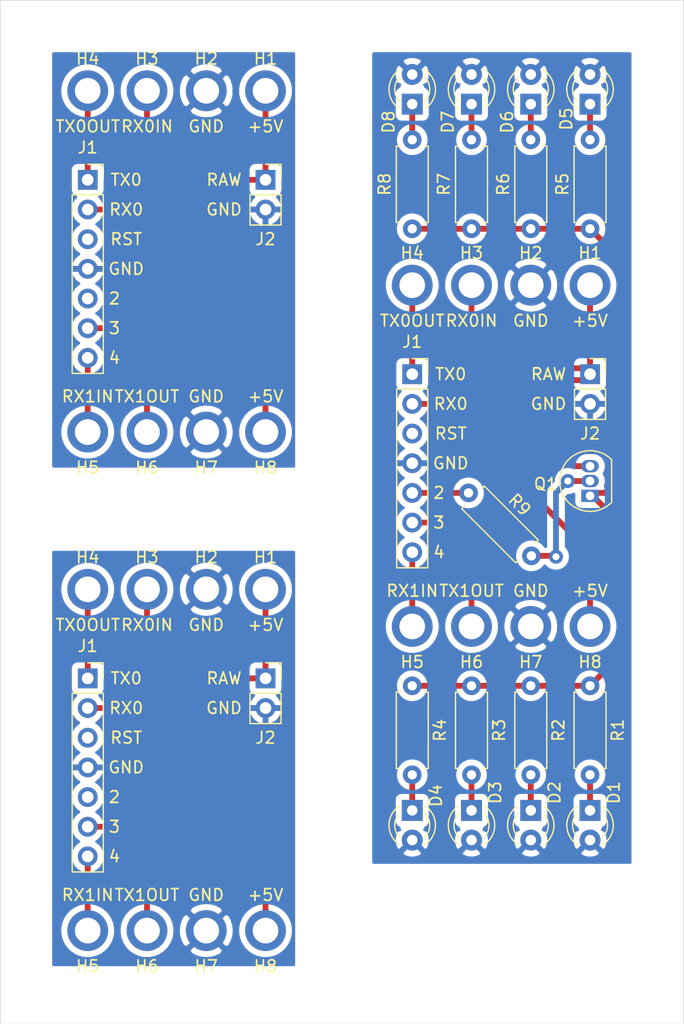
<source format=kicad_pcb>
(kicad_pcb (version 20171130) (host pcbnew 5.1.4-e60b266~84~ubuntu18.04.1)

  (general
    (thickness 1.6)
    (drawings 163)
    (tracks 81)
    (zones 0)
    (modules 48)
    (nets 2)
  )

  (page A4)
  (layers
    (0 F.Cu signal)
    (31 B.Cu signal)
    (32 B.Adhes user)
    (33 F.Adhes user)
    (34 B.Paste user)
    (35 F.Paste user)
    (36 B.SilkS user)
    (37 F.SilkS user)
    (38 B.Mask user)
    (39 F.Mask user)
    (40 Dwgs.User user)
    (41 Cmts.User user hide)
    (42 Eco1.User user)
    (43 Eco2.User user hide)
    (44 Edge.Cuts user)
    (45 Margin user hide)
    (46 B.CrtYd user hide)
    (47 F.CrtYd user hide)
    (48 B.Fab user hide)
    (49 F.Fab user hide)
  )

  (setup
    (last_trace_width 0.5)
    (user_trace_width 0.5)
    (trace_clearance 0.2)
    (zone_clearance 0.508)
    (zone_45_only no)
    (trace_min 0.2)
    (via_size 0.8)
    (via_drill 0.4)
    (via_min_size 0.4)
    (via_min_drill 0.3)
    (user_via 1.2 0.6)
    (uvia_size 0.3)
    (uvia_drill 0.1)
    (uvias_allowed no)
    (uvia_min_size 0.2)
    (uvia_min_drill 0.1)
    (edge_width 0.05)
    (segment_width 0.2)
    (pcb_text_width 0.3)
    (pcb_text_size 1.5 1.5)
    (mod_edge_width 0.12)
    (mod_text_size 1 1)
    (mod_text_width 0.15)
    (pad_size 1.8 1.8)
    (pad_drill 0.9)
    (pad_to_mask_clearance 0.051)
    (solder_mask_min_width 0.25)
    (aux_axis_origin 0 0)
    (visible_elements FEFFFF7F)
    (pcbplotparams
      (layerselection 0x010fc_ffffffff)
      (usegerberextensions false)
      (usegerberattributes false)
      (usegerberadvancedattributes false)
      (creategerberjobfile false)
      (excludeedgelayer true)
      (linewidth 0.100000)
      (plotframeref false)
      (viasonmask false)
      (mode 1)
      (useauxorigin false)
      (hpglpennumber 1)
      (hpglpenspeed 20)
      (hpglpendiameter 15.000000)
      (psnegative false)
      (psa4output false)
      (plotreference true)
      (plotvalue true)
      (plotinvisibletext false)
      (padsonsilk false)
      (subtractmaskfromsilk false)
      (outputformat 1)
      (mirror false)
      (drillshape 1)
      (scaleselection 1)
      (outputdirectory ""))
  )

  (net 0 "")
  (net 1 "Net-(D1-Pad1)")

  (net_class Default "This is the default net class."
    (clearance 0.2)
    (trace_width 0.25)
    (via_dia 0.8)
    (via_drill 0.4)
    (uvia_dia 0.3)
    (uvia_drill 0.1)
    (add_net "Net-(D1-Pad1)")
  )

  (module MountingHole:MountingHole_2.2mm_M2_ISO7380_Pad (layer F.Cu) (tedit 56D1B4CB) (tstamp 5D8F4274)
    (at 12.573 50.419)
    (descr "Mounting Hole 2.2mm, M2, ISO7380")
    (tags "mounting hole 2.2mm m2 iso7380")
    (attr virtual)
    (fp_text reference H3 (at 0 -2.75) (layer F.SilkS)
      (effects (font (size 1 1) (thickness 0.15)))
    )
    (fp_text value MountingHole_2.2mm_M2_ISO7380_Pad (at 0 2.75) (layer F.Fab)
      (effects (font (size 1 1) (thickness 0.15)))
    )
    (fp_text user %R (at 0.3 0) (layer F.Fab)
      (effects (font (size 1 1) (thickness 0.15)))
    )
    (fp_circle (center 0 0) (end 1.75 0) (layer Cmts.User) (width 0.15))
    (fp_circle (center 0 0) (end 2 0) (layer F.CrtYd) (width 0.05))
    (pad 1 thru_hole circle (at 0 0) (size 3.5 3.5) (drill 2.2) (layers *.Cu *.Mask))
  )

  (module Connector_PinSocket_2.54mm:PinSocket_1x02_P2.54mm_Vertical (layer F.Cu) (tedit 5D8F3EB0) (tstamp 5D8F425E)
    (at 22.733 58.039)
    (descr "Through hole straight socket strip, 1x02, 2.54mm pitch, single row (from Kicad 4.0.7), script generated")
    (tags "Through hole socket strip THT 1x02 2.54mm single row")
    (fp_text reference J2 (at 0 5.08) (layer F.SilkS)
      (effects (font (size 1 1) (thickness 0.15)))
    )
    (fp_text value PinSocket_1x02_P2.54mm_Vertical (at 0 5.31) (layer F.Fab)
      (effects (font (size 1 1) (thickness 0.15)))
    )
    (fp_line (start -1.27 -1.27) (end 0.635 -1.27) (layer F.Fab) (width 0.1))
    (fp_line (start 0.635 -1.27) (end 1.27 -0.635) (layer F.Fab) (width 0.1))
    (fp_line (start 1.27 -0.635) (end 1.27 3.81) (layer F.Fab) (width 0.1))
    (fp_line (start 1.27 3.81) (end -1.27 3.81) (layer F.Fab) (width 0.1))
    (fp_line (start -1.27 3.81) (end -1.27 -1.27) (layer F.Fab) (width 0.1))
    (fp_line (start -1.33 1.27) (end 1.33 1.27) (layer F.SilkS) (width 0.12))
    (fp_line (start -1.33 1.27) (end -1.33 3.87) (layer F.SilkS) (width 0.12))
    (fp_line (start -1.33 3.87) (end 1.33 3.87) (layer F.SilkS) (width 0.12))
    (fp_line (start 1.33 1.27) (end 1.33 3.87) (layer F.SilkS) (width 0.12))
    (fp_line (start 1.33 -1.33) (end 1.33 0) (layer F.SilkS) (width 0.12))
    (fp_line (start 0 -1.33) (end 1.33 -1.33) (layer F.SilkS) (width 0.12))
    (fp_line (start -1.8 -1.8) (end 1.75 -1.8) (layer F.CrtYd) (width 0.05))
    (fp_line (start 1.75 -1.8) (end 1.75 4.3) (layer F.CrtYd) (width 0.05))
    (fp_line (start 1.75 4.3) (end -1.8 4.3) (layer F.CrtYd) (width 0.05))
    (fp_line (start -1.8 4.3) (end -1.8 -1.8) (layer F.CrtYd) (width 0.05))
    (fp_text user %R (at 0 1.27 90) (layer F.Fab)
      (effects (font (size 1 1) (thickness 0.15)))
    )
    (pad 1 thru_hole rect (at 0 0) (size 1.7 1.7) (drill 1) (layers *.Cu *.Mask))
    (pad 2 thru_hole oval (at 0 2.54) (size 1.7 1.7) (drill 1) (layers *.Cu *.Mask)
      (net 1 "Net-(D1-Pad1)"))
    (model ${KISYS3DMOD}/Connector_PinSocket_2.54mm.3dshapes/PinSocket_1x02_P2.54mm_Vertical.wrl
      (at (xyz 0 0 0))
      (scale (xyz 1 1 1))
      (rotate (xyz 0 0 0))
    )
  )

  (module MountingHole:MountingHole_2.2mm_M2_ISO7380_Pad (layer F.Cu) (tedit 5D8F3EC9) (tstamp 5D8F423B)
    (at 17.653 79.629)
    (descr "Mounting Hole 2.2mm, M2, ISO7380")
    (tags "mounting hole 2.2mm m2 iso7380")
    (attr virtual)
    (fp_text reference H7 (at 0 3.048) (layer F.SilkS)
      (effects (font (size 1 1) (thickness 0.15)))
    )
    (fp_text value MountingHole_2.2mm_M2_ISO7380_Pad (at 0 2.75) (layer F.Fab)
      (effects (font (size 1 1) (thickness 0.15)))
    )
    (fp_circle (center 0 0) (end 2 0) (layer F.CrtYd) (width 0.05))
    (fp_circle (center 0 0) (end 1.75 0) (layer Cmts.User) (width 0.15))
    (fp_text user %R (at 0.3 0) (layer F.Fab)
      (effects (font (size 1 1) (thickness 0.15)))
    )
    (pad 1 thru_hole circle (at 0 0) (size 3.5 3.5) (drill 2.2) (layers *.Cu *.Mask)
      (net 1 "Net-(D1-Pad1)"))
  )

  (module Connector_PinSocket_2.54mm:PinSocket_1x07_P2.54mm_Vertical (layer F.Cu) (tedit 5D8F3E9C) (tstamp 5D8F4221)
    (at 7.493 58.039)
    (descr "Through hole straight socket strip, 1x07, 2.54mm pitch, single row (from Kicad 4.0.7), script generated")
    (tags "Through hole socket strip THT 1x07 2.54mm single row")
    (fp_text reference J1 (at 0 -2.77) (layer F.SilkS)
      (effects (font (size 1 1) (thickness 0.15)))
    )
    (fp_text value PinSocket_1x07_P2.54mm_Vertical (at 0 18.01) (layer F.Fab)
      (effects (font (size 1 1) (thickness 0.15)))
    )
    (fp_line (start -1.27 -1.27) (end 0.635 -1.27) (layer F.Fab) (width 0.1))
    (fp_line (start 0.635 -1.27) (end 1.27 -0.635) (layer F.Fab) (width 0.1))
    (fp_line (start 1.27 -0.635) (end 1.27 16.51) (layer F.Fab) (width 0.1))
    (fp_line (start 1.27 16.51) (end -1.27 16.51) (layer F.Fab) (width 0.1))
    (fp_line (start -1.27 16.51) (end -1.27 -1.27) (layer F.Fab) (width 0.1))
    (fp_line (start -1.33 1.27) (end 1.33 1.27) (layer F.SilkS) (width 0.12))
    (fp_line (start -1.33 1.27) (end -1.33 16.57) (layer F.SilkS) (width 0.12))
    (fp_line (start -1.33 16.57) (end 1.33 16.57) (layer F.SilkS) (width 0.12))
    (fp_line (start 1.33 1.27) (end 1.33 16.57) (layer F.SilkS) (width 0.12))
    (fp_line (start 1.33 -1.33) (end 1.33 0) (layer F.SilkS) (width 0.12))
    (fp_line (start 0 -1.33) (end 1.33 -1.33) (layer F.SilkS) (width 0.12))
    (fp_line (start -1.8 -1.8) (end 1.75 -1.8) (layer F.CrtYd) (width 0.05))
    (fp_line (start 1.75 -1.8) (end 1.75 17) (layer F.CrtYd) (width 0.05))
    (fp_line (start 1.75 17) (end -1.8 17) (layer F.CrtYd) (width 0.05))
    (fp_line (start -1.8 17) (end -1.8 -1.8) (layer F.CrtYd) (width 0.05))
    (fp_text user %R (at 0 7.62 90) (layer F.Fab)
      (effects (font (size 1 1) (thickness 0.15)))
    )
    (pad 1 thru_hole rect (at 0 0) (size 1.7 1.7) (drill 1) (layers *.Cu *.Mask))
    (pad 2 thru_hole oval (at 0 2.54) (size 1.7 1.7) (drill 1) (layers *.Cu *.Mask))
    (pad 3 thru_hole oval (at 0 5.08) (size 1.7 1.7) (drill 1) (layers *.Cu *.Mask))
    (pad 4 thru_hole oval (at 0 7.62) (size 1.7 1.7) (drill 1) (layers *.Cu *.Mask)
      (net 1 "Net-(D1-Pad1)"))
    (pad 5 thru_hole oval (at 0 10.16) (size 1.7 1.7) (drill 1) (layers *.Cu *.Mask))
    (pad 6 thru_hole oval (at 0 12.7) (size 1.7 1.7) (drill 1) (layers *.Cu *.Mask))
    (pad 7 thru_hole oval (at 0 15.24) (size 1.7 1.7) (drill 1) (layers *.Cu *.Mask))
    (model ${KISYS3DMOD}/Connector_PinSocket_2.54mm.3dshapes/PinSocket_1x07_P2.54mm_Vertical.wrl
      (at (xyz 0 0 0))
      (scale (xyz 1 1 1))
      (rotate (xyz 0 0 0))
    )
  )

  (module MountingHole:MountingHole_2.2mm_M2_ISO7380_Pad (layer F.Cu) (tedit 56D1B4CB) (tstamp 5D8F4212)
    (at 7.493 79.629)
    (descr "Mounting Hole 2.2mm, M2, ISO7380")
    (tags "mounting hole 2.2mm m2 iso7380")
    (attr virtual)
    (fp_text reference H5 (at 0 3.048) (layer F.SilkS)
      (effects (font (size 1 1) (thickness 0.15)))
    )
    (fp_text value MountingHole_2.2mm_M2_ISO7380_Pad (at 0 2.75) (layer F.Fab)
      (effects (font (size 1 1) (thickness 0.15)))
    )
    (fp_circle (center 0 0) (end 2 0) (layer F.CrtYd) (width 0.05))
    (fp_circle (center 0 0) (end 1.75 0) (layer Cmts.User) (width 0.15))
    (fp_text user %R (at 0.3 0) (layer F.Fab)
      (effects (font (size 1 1) (thickness 0.15)))
    )
    (pad 1 thru_hole circle (at 0 0) (size 3.5 3.5) (drill 2.2) (layers *.Cu *.Mask))
  )

  (module MountingHole:MountingHole_2.2mm_M2_ISO7380_Pad (layer F.Cu) (tedit 5D8F3E8A) (tstamp 5D8F420A)
    (at 17.653 50.419)
    (descr "Mounting Hole 2.2mm, M2, ISO7380")
    (tags "mounting hole 2.2mm m2 iso7380")
    (attr virtual)
    (fp_text reference H2 (at 0 -2.75) (layer F.SilkS)
      (effects (font (size 1 1) (thickness 0.15)))
    )
    (fp_text value MountingHole_2.2mm_M2_ISO7380_Pad (at 0 2.75) (layer F.Fab)
      (effects (font (size 1 1) (thickness 0.15)))
    )
    (fp_text user %R (at 0.3 0) (layer F.Fab)
      (effects (font (size 1 1) (thickness 0.15)))
    )
    (fp_circle (center 0 0) (end 1.75 0) (layer Cmts.User) (width 0.15))
    (fp_circle (center 0 0) (end 2 0) (layer F.CrtYd) (width 0.05))
    (pad 1 thru_hole circle (at 0 0) (size 3.5 3.5) (drill 2.2) (layers *.Cu *.Mask)
      (net 1 "Net-(D1-Pad1)"))
  )

  (module MountingHole:MountingHole_2.2mm_M2_ISO7380_Pad (layer F.Cu) (tedit 56D1B4CB) (tstamp 5D8F41FE)
    (at 7.493 50.419)
    (descr "Mounting Hole 2.2mm, M2, ISO7380")
    (tags "mounting hole 2.2mm m2 iso7380")
    (attr virtual)
    (fp_text reference H4 (at 0 -2.75) (layer F.SilkS)
      (effects (font (size 1 1) (thickness 0.15)))
    )
    (fp_text value MountingHole_2.2mm_M2_ISO7380_Pad (at 0 2.75) (layer F.Fab)
      (effects (font (size 1 1) (thickness 0.15)))
    )
    (fp_text user %R (at 0.3 0) (layer F.Fab)
      (effects (font (size 1 1) (thickness 0.15)))
    )
    (fp_circle (center 0 0) (end 1.75 0) (layer Cmts.User) (width 0.15))
    (fp_circle (center 0 0) (end 2 0) (layer F.CrtYd) (width 0.05))
    (pad 1 thru_hole circle (at 0 0) (size 3.5 3.5) (drill 2.2) (layers *.Cu *.Mask))
  )

  (module MountingHole:MountingHole_2.2mm_M2_ISO7380_Pad (layer F.Cu) (tedit 56D1B4CB) (tstamp 5D8F41F3)
    (at 22.733 79.629)
    (descr "Mounting Hole 2.2mm, M2, ISO7380")
    (tags "mounting hole 2.2mm m2 iso7380")
    (attr virtual)
    (fp_text reference H8 (at 0 3.048) (layer F.SilkS)
      (effects (font (size 1 1) (thickness 0.15)))
    )
    (fp_text value MountingHole_2.2mm_M2_ISO7380_Pad (at 0 2.75) (layer F.Fab)
      (effects (font (size 1 1) (thickness 0.15)))
    )
    (fp_circle (center 0 0) (end 2 0) (layer F.CrtYd) (width 0.05))
    (fp_circle (center 0 0) (end 1.75 0) (layer Cmts.User) (width 0.15))
    (fp_text user %R (at 0.3 0) (layer F.Fab)
      (effects (font (size 1 1) (thickness 0.15)))
    )
    (pad 1 thru_hole circle (at 0 0) (size 3.5 3.5) (drill 2.2) (layers *.Cu *.Mask))
  )

  (module MountingHole:MountingHole_2.2mm_M2_ISO7380_Pad (layer F.Cu) (tedit 56D1B4CB) (tstamp 5D8F41EC)
    (at 22.733 50.419)
    (descr "Mounting Hole 2.2mm, M2, ISO7380")
    (tags "mounting hole 2.2mm m2 iso7380")
    (attr virtual)
    (fp_text reference H1 (at 0 -2.75) (layer F.SilkS)
      (effects (font (size 1 1) (thickness 0.15)))
    )
    (fp_text value MountingHole_2.2mm_M2_ISO7380_Pad (at 0 2.75) (layer F.Fab)
      (effects (font (size 1 1) (thickness 0.15)))
    )
    (fp_text user %R (at 0.3 0) (layer F.Fab)
      (effects (font (size 1 1) (thickness 0.15)))
    )
    (fp_circle (center 0 0) (end 1.75 0) (layer Cmts.User) (width 0.15))
    (fp_circle (center 0 0) (end 2 0) (layer F.CrtYd) (width 0.05))
    (pad 1 thru_hole circle (at 0 0) (size 3.5 3.5) (drill 2.2) (layers *.Cu *.Mask))
  )

  (module MountingHole:MountingHole_2.2mm_M2_ISO7380_Pad (layer F.Cu) (tedit 56D1B4CB) (tstamp 5D8F41E4)
    (at 12.573 79.629)
    (descr "Mounting Hole 2.2mm, M2, ISO7380")
    (tags "mounting hole 2.2mm m2 iso7380")
    (attr virtual)
    (fp_text reference H6 (at 0 3.048) (layer F.SilkS)
      (effects (font (size 1 1) (thickness 0.15)))
    )
    (fp_text value MountingHole_2.2mm_M2_ISO7380_Pad (at 0 2.75) (layer F.Fab)
      (effects (font (size 1 1) (thickness 0.15)))
    )
    (fp_circle (center 0 0) (end 2 0) (layer F.CrtYd) (width 0.05))
    (fp_circle (center 0 0) (end 1.75 0) (layer Cmts.User) (width 0.15))
    (fp_text user %R (at 0.3 0) (layer F.Fab)
      (effects (font (size 1 1) (thickness 0.15)))
    )
    (pad 1 thru_hole circle (at 0 0) (size 3.5 3.5) (drill 2.2) (layers *.Cu *.Mask))
  )

  (module LED_THT:LED_D3.0mm_FlatTop (layer F.Cu) (tedit 5D8F3F82) (tstamp 5D90E6E7)
    (at 35.306 8.89 90)
    (descr "LED, Round, FlatTop, diameter 3.0mm, 2 pins, http://www.kingbright.com/attachments/file/psearch/000/00/00/L-47XEC(Ver.9A).pdf")
    (tags "LED Round FlatTop diameter 3.0mm 2 pins")
    (fp_text reference D8 (at -1.524 -2.032 90) (layer F.SilkS)
      (effects (font (size 1 1) (thickness 0.15)))
    )
    (fp_text value LED_D3.0mm_FlatTop (at 1.27 2.96 90) (layer F.Fab)
      (effects (font (size 1 1) (thickness 0.15)))
    )
    (fp_arc (start 1.27 0) (end -0.23 -1.16619) (angle 284.3) (layer F.Fab) (width 0.1))
    (fp_arc (start 1.27 0) (end -0.29 -1.235516) (angle 108.8) (layer F.SilkS) (width 0.12))
    (fp_arc (start 1.27 0) (end -0.29 1.235516) (angle -108.8) (layer F.SilkS) (width 0.12))
    (fp_arc (start 1.27 0) (end 0.229039 -1.08) (angle 87.9) (layer F.SilkS) (width 0.12))
    (fp_arc (start 1.27 0) (end 0.229039 1.08) (angle -87.9) (layer F.SilkS) (width 0.12))
    (fp_circle (center 1.27 0) (end 2.77 0) (layer F.Fab) (width 0.1))
    (fp_line (start -0.23 -1.16619) (end -0.23 1.16619) (layer F.Fab) (width 0.1))
    (fp_line (start -0.29 -1.236) (end -0.29 -1.08) (layer F.SilkS) (width 0.12))
    (fp_line (start -0.29 1.08) (end -0.29 1.236) (layer F.SilkS) (width 0.12))
    (fp_line (start -1.15 -2.25) (end -1.15 2.25) (layer F.CrtYd) (width 0.05))
    (fp_line (start -1.15 2.25) (end 3.7 2.25) (layer F.CrtYd) (width 0.05))
    (fp_line (start 3.7 2.25) (end 3.7 -2.25) (layer F.CrtYd) (width 0.05))
    (fp_line (start 3.7 -2.25) (end -1.15 -2.25) (layer F.CrtYd) (width 0.05))
    (pad 1 thru_hole rect (at 0 0 90) (size 1.8 1.8) (drill 0.9) (layers *.Cu *.Mask))
    (pad 2 thru_hole circle (at 2.54 0 90) (size 1.8 1.8) (drill 0.9) (layers *.Cu *.Mask)
      (net 1 "Net-(D1-Pad1)"))
    (model ${KISYS3DMOD}/LED_THT.3dshapes/LED_D3.0mm_FlatTop.wrl
      (at (xyz 0 0 0))
      (scale (xyz 1 1 1))
      (rotate (xyz 0 0 0))
    )
  )

  (module Resistor_THT:R_Axial_DIN0207_L6.3mm_D2.5mm_P7.62mm_Horizontal (layer F.Cu) (tedit 5AE5139B) (tstamp 5D90E6D1)
    (at 35.306 19.558 90)
    (descr "Resistor, Axial_DIN0207 series, Axial, Horizontal, pin pitch=7.62mm, 0.25W = 1/4W, length*diameter=6.3*2.5mm^2, http://cdn-reichelt.de/documents/datenblatt/B400/1_4W%23YAG.pdf")
    (tags "Resistor Axial_DIN0207 series Axial Horizontal pin pitch 7.62mm 0.25W = 1/4W length 6.3mm diameter 2.5mm")
    (fp_text reference R8 (at 3.81 -2.37 90) (layer F.SilkS)
      (effects (font (size 1 1) (thickness 0.15)))
    )
    (fp_text value R_Axial_DIN0207_L6.3mm_D2.5mm_P7.62mm_Horizontal (at 3.81 2.37 90) (layer F.Fab)
      (effects (font (size 1 1) (thickness 0.15)))
    )
    (fp_line (start 0.66 -1.25) (end 0.66 1.25) (layer F.Fab) (width 0.1))
    (fp_line (start 0.66 1.25) (end 6.96 1.25) (layer F.Fab) (width 0.1))
    (fp_line (start 6.96 1.25) (end 6.96 -1.25) (layer F.Fab) (width 0.1))
    (fp_line (start 6.96 -1.25) (end 0.66 -1.25) (layer F.Fab) (width 0.1))
    (fp_line (start 0 0) (end 0.66 0) (layer F.Fab) (width 0.1))
    (fp_line (start 7.62 0) (end 6.96 0) (layer F.Fab) (width 0.1))
    (fp_line (start 0.54 -1.04) (end 0.54 -1.37) (layer F.SilkS) (width 0.12))
    (fp_line (start 0.54 -1.37) (end 7.08 -1.37) (layer F.SilkS) (width 0.12))
    (fp_line (start 7.08 -1.37) (end 7.08 -1.04) (layer F.SilkS) (width 0.12))
    (fp_line (start 0.54 1.04) (end 0.54 1.37) (layer F.SilkS) (width 0.12))
    (fp_line (start 0.54 1.37) (end 7.08 1.37) (layer F.SilkS) (width 0.12))
    (fp_line (start 7.08 1.37) (end 7.08 1.04) (layer F.SilkS) (width 0.12))
    (fp_line (start -1.05 -1.5) (end -1.05 1.5) (layer F.CrtYd) (width 0.05))
    (fp_line (start -1.05 1.5) (end 8.67 1.5) (layer F.CrtYd) (width 0.05))
    (fp_line (start 8.67 1.5) (end 8.67 -1.5) (layer F.CrtYd) (width 0.05))
    (fp_line (start 8.67 -1.5) (end -1.05 -1.5) (layer F.CrtYd) (width 0.05))
    (fp_text user %R (at 3.81 0 90) (layer F.Fab)
      (effects (font (size 1 1) (thickness 0.15)))
    )
    (pad 1 thru_hole circle (at 0 0 90) (size 1.6 1.6) (drill 0.8) (layers *.Cu *.Mask))
    (pad 2 thru_hole oval (at 7.62 0 90) (size 1.6 1.6) (drill 0.8) (layers *.Cu *.Mask))
    (model ${KISYS3DMOD}/Resistor_THT.3dshapes/R_Axial_DIN0207_L6.3mm_D2.5mm_P7.62mm_Horizontal.wrl
      (at (xyz 0 0 0))
      (scale (xyz 1 1 1))
      (rotate (xyz 0 0 0))
    )
  )

  (module Resistor_THT:R_Axial_DIN0207_L6.3mm_D2.5mm_P7.62mm_Horizontal (layer F.Cu) (tedit 5AE5139B) (tstamp 5D90E6BB)
    (at 50.546 19.558 90)
    (descr "Resistor, Axial_DIN0207 series, Axial, Horizontal, pin pitch=7.62mm, 0.25W = 1/4W, length*diameter=6.3*2.5mm^2, http://cdn-reichelt.de/documents/datenblatt/B400/1_4W%23YAG.pdf")
    (tags "Resistor Axial_DIN0207 series Axial Horizontal pin pitch 7.62mm 0.25W = 1/4W length 6.3mm diameter 2.5mm")
    (fp_text reference R5 (at 3.81 -2.37 90) (layer F.SilkS)
      (effects (font (size 1 1) (thickness 0.15)))
    )
    (fp_text value R_Axial_DIN0207_L6.3mm_D2.5mm_P7.62mm_Horizontal (at 3.81 2.37 90) (layer F.Fab)
      (effects (font (size 1 1) (thickness 0.15)))
    )
    (fp_text user %R (at 3.81 0 90) (layer F.Fab)
      (effects (font (size 1 1) (thickness 0.15)))
    )
    (fp_line (start 8.67 -1.5) (end -1.05 -1.5) (layer F.CrtYd) (width 0.05))
    (fp_line (start 8.67 1.5) (end 8.67 -1.5) (layer F.CrtYd) (width 0.05))
    (fp_line (start -1.05 1.5) (end 8.67 1.5) (layer F.CrtYd) (width 0.05))
    (fp_line (start -1.05 -1.5) (end -1.05 1.5) (layer F.CrtYd) (width 0.05))
    (fp_line (start 7.08 1.37) (end 7.08 1.04) (layer F.SilkS) (width 0.12))
    (fp_line (start 0.54 1.37) (end 7.08 1.37) (layer F.SilkS) (width 0.12))
    (fp_line (start 0.54 1.04) (end 0.54 1.37) (layer F.SilkS) (width 0.12))
    (fp_line (start 7.08 -1.37) (end 7.08 -1.04) (layer F.SilkS) (width 0.12))
    (fp_line (start 0.54 -1.37) (end 7.08 -1.37) (layer F.SilkS) (width 0.12))
    (fp_line (start 0.54 -1.04) (end 0.54 -1.37) (layer F.SilkS) (width 0.12))
    (fp_line (start 7.62 0) (end 6.96 0) (layer F.Fab) (width 0.1))
    (fp_line (start 0 0) (end 0.66 0) (layer F.Fab) (width 0.1))
    (fp_line (start 6.96 -1.25) (end 0.66 -1.25) (layer F.Fab) (width 0.1))
    (fp_line (start 6.96 1.25) (end 6.96 -1.25) (layer F.Fab) (width 0.1))
    (fp_line (start 0.66 1.25) (end 6.96 1.25) (layer F.Fab) (width 0.1))
    (fp_line (start 0.66 -1.25) (end 0.66 1.25) (layer F.Fab) (width 0.1))
    (pad 2 thru_hole oval (at 7.62 0 90) (size 1.6 1.6) (drill 0.8) (layers *.Cu *.Mask))
    (pad 1 thru_hole circle (at 0 0 90) (size 1.6 1.6) (drill 0.8) (layers *.Cu *.Mask))
    (model ${KISYS3DMOD}/Resistor_THT.3dshapes/R_Axial_DIN0207_L6.3mm_D2.5mm_P7.62mm_Horizontal.wrl
      (at (xyz 0 0 0))
      (scale (xyz 1 1 1))
      (rotate (xyz 0 0 0))
    )
  )

  (module LED_THT:LED_D3.0mm_FlatTop (layer F.Cu) (tedit 5D8F3F8F) (tstamp 5D90E6A9)
    (at 40.386 8.89 90)
    (descr "LED, Round, FlatTop, diameter 3.0mm, 2 pins, http://www.kingbright.com/attachments/file/psearch/000/00/00/L-47XEC(Ver.9A).pdf")
    (tags "LED Round FlatTop diameter 3.0mm 2 pins")
    (fp_text reference D7 (at -1.524 -2.032 90) (layer F.SilkS)
      (effects (font (size 1 1) (thickness 0.15)))
    )
    (fp_text value LED_D3.0mm_FlatTop (at 1.27 2.96 90) (layer F.Fab)
      (effects (font (size 1 1) (thickness 0.15)))
    )
    (fp_line (start 3.7 -2.25) (end -1.15 -2.25) (layer F.CrtYd) (width 0.05))
    (fp_line (start 3.7 2.25) (end 3.7 -2.25) (layer F.CrtYd) (width 0.05))
    (fp_line (start -1.15 2.25) (end 3.7 2.25) (layer F.CrtYd) (width 0.05))
    (fp_line (start -1.15 -2.25) (end -1.15 2.25) (layer F.CrtYd) (width 0.05))
    (fp_line (start -0.29 1.08) (end -0.29 1.236) (layer F.SilkS) (width 0.12))
    (fp_line (start -0.29 -1.236) (end -0.29 -1.08) (layer F.SilkS) (width 0.12))
    (fp_line (start -0.23 -1.16619) (end -0.23 1.16619) (layer F.Fab) (width 0.1))
    (fp_circle (center 1.27 0) (end 2.77 0) (layer F.Fab) (width 0.1))
    (fp_arc (start 1.27 0) (end 0.229039 1.08) (angle -87.9) (layer F.SilkS) (width 0.12))
    (fp_arc (start 1.27 0) (end 0.229039 -1.08) (angle 87.9) (layer F.SilkS) (width 0.12))
    (fp_arc (start 1.27 0) (end -0.29 1.235516) (angle -108.8) (layer F.SilkS) (width 0.12))
    (fp_arc (start 1.27 0) (end -0.29 -1.235516) (angle 108.8) (layer F.SilkS) (width 0.12))
    (fp_arc (start 1.27 0) (end -0.23 -1.16619) (angle 284.3) (layer F.Fab) (width 0.1))
    (pad 2 thru_hole circle (at 2.54 0 90) (size 1.8 1.8) (drill 0.9) (layers *.Cu *.Mask)
      (net 1 "Net-(D1-Pad1)"))
    (pad 1 thru_hole rect (at 0 0 90) (size 1.8 1.8) (drill 0.9) (layers *.Cu *.Mask))
    (model ${KISYS3DMOD}/LED_THT.3dshapes/LED_D3.0mm_FlatTop.wrl
      (at (xyz 0 0 0))
      (scale (xyz 1 1 1))
      (rotate (xyz 0 0 0))
    )
  )

  (module LED_THT:LED_D3.0mm_FlatTop (layer F.Cu) (tedit 5D8F3F53) (tstamp 5D90E697)
    (at 50.546 8.89 90)
    (descr "LED, Round, FlatTop, diameter 3.0mm, 2 pins, http://www.kingbright.com/attachments/file/psearch/000/00/00/L-47XEC(Ver.9A).pdf")
    (tags "LED Round FlatTop diameter 3.0mm 2 pins")
    (fp_text reference D5 (at -1.27 -2.032 90) (layer F.SilkS)
      (effects (font (size 1 1) (thickness 0.15)))
    )
    (fp_text value LED_D3.0mm_FlatTop (at 1.27 2.96 90) (layer F.Fab)
      (effects (font (size 1 1) (thickness 0.15)))
    )
    (fp_line (start 3.7 -2.25) (end -1.15 -2.25) (layer F.CrtYd) (width 0.05))
    (fp_line (start 3.7 2.25) (end 3.7 -2.25) (layer F.CrtYd) (width 0.05))
    (fp_line (start -1.15 2.25) (end 3.7 2.25) (layer F.CrtYd) (width 0.05))
    (fp_line (start -1.15 -2.25) (end -1.15 2.25) (layer F.CrtYd) (width 0.05))
    (fp_line (start -0.29 1.08) (end -0.29 1.236) (layer F.SilkS) (width 0.12))
    (fp_line (start -0.29 -1.236) (end -0.29 -1.08) (layer F.SilkS) (width 0.12))
    (fp_line (start -0.23 -1.16619) (end -0.23 1.16619) (layer F.Fab) (width 0.1))
    (fp_circle (center 1.27 0) (end 2.77 0) (layer F.Fab) (width 0.1))
    (fp_arc (start 1.27 0) (end 0.229039 1.08) (angle -87.9) (layer F.SilkS) (width 0.12))
    (fp_arc (start 1.27 0) (end 0.229039 -1.08) (angle 87.9) (layer F.SilkS) (width 0.12))
    (fp_arc (start 1.27 0) (end -0.29 1.235516) (angle -108.8) (layer F.SilkS) (width 0.12))
    (fp_arc (start 1.27 0) (end -0.29 -1.235516) (angle 108.8) (layer F.SilkS) (width 0.12))
    (fp_arc (start 1.27 0) (end -0.23 -1.16619) (angle 284.3) (layer F.Fab) (width 0.1))
    (pad 2 thru_hole circle (at 2.54 0 90) (size 1.8 1.8) (drill 0.9) (layers *.Cu *.Mask)
      (net 1 "Net-(D1-Pad1)"))
    (pad 1 thru_hole rect (at 0 0 90) (size 1.8 1.8) (drill 0.9) (layers *.Cu *.Mask))
    (model ${KISYS3DMOD}/LED_THT.3dshapes/LED_D3.0mm_FlatTop.wrl
      (at (xyz 0 0 0))
      (scale (xyz 1 1 1))
      (rotate (xyz 0 0 0))
    )
  )

  (module Resistor_THT:R_Axial_DIN0207_L6.3mm_D2.5mm_P7.62mm_Horizontal (layer F.Cu) (tedit 5AE5139B) (tstamp 5D90E681)
    (at 45.466 19.558 90)
    (descr "Resistor, Axial_DIN0207 series, Axial, Horizontal, pin pitch=7.62mm, 0.25W = 1/4W, length*diameter=6.3*2.5mm^2, http://cdn-reichelt.de/documents/datenblatt/B400/1_4W%23YAG.pdf")
    (tags "Resistor Axial_DIN0207 series Axial Horizontal pin pitch 7.62mm 0.25W = 1/4W length 6.3mm diameter 2.5mm")
    (fp_text reference R6 (at 3.81 -2.37 90) (layer F.SilkS)
      (effects (font (size 1 1) (thickness 0.15)))
    )
    (fp_text value R_Axial_DIN0207_L6.3mm_D2.5mm_P7.62mm_Horizontal (at 3.81 2.37 90) (layer F.Fab)
      (effects (font (size 1 1) (thickness 0.15)))
    )
    (fp_line (start 0.66 -1.25) (end 0.66 1.25) (layer F.Fab) (width 0.1))
    (fp_line (start 0.66 1.25) (end 6.96 1.25) (layer F.Fab) (width 0.1))
    (fp_line (start 6.96 1.25) (end 6.96 -1.25) (layer F.Fab) (width 0.1))
    (fp_line (start 6.96 -1.25) (end 0.66 -1.25) (layer F.Fab) (width 0.1))
    (fp_line (start 0 0) (end 0.66 0) (layer F.Fab) (width 0.1))
    (fp_line (start 7.62 0) (end 6.96 0) (layer F.Fab) (width 0.1))
    (fp_line (start 0.54 -1.04) (end 0.54 -1.37) (layer F.SilkS) (width 0.12))
    (fp_line (start 0.54 -1.37) (end 7.08 -1.37) (layer F.SilkS) (width 0.12))
    (fp_line (start 7.08 -1.37) (end 7.08 -1.04) (layer F.SilkS) (width 0.12))
    (fp_line (start 0.54 1.04) (end 0.54 1.37) (layer F.SilkS) (width 0.12))
    (fp_line (start 0.54 1.37) (end 7.08 1.37) (layer F.SilkS) (width 0.12))
    (fp_line (start 7.08 1.37) (end 7.08 1.04) (layer F.SilkS) (width 0.12))
    (fp_line (start -1.05 -1.5) (end -1.05 1.5) (layer F.CrtYd) (width 0.05))
    (fp_line (start -1.05 1.5) (end 8.67 1.5) (layer F.CrtYd) (width 0.05))
    (fp_line (start 8.67 1.5) (end 8.67 -1.5) (layer F.CrtYd) (width 0.05))
    (fp_line (start 8.67 -1.5) (end -1.05 -1.5) (layer F.CrtYd) (width 0.05))
    (fp_text user %R (at 3.81 0 90) (layer F.Fab)
      (effects (font (size 1 1) (thickness 0.15)))
    )
    (pad 1 thru_hole circle (at 0 0 90) (size 1.6 1.6) (drill 0.8) (layers *.Cu *.Mask))
    (pad 2 thru_hole oval (at 7.62 0 90) (size 1.6 1.6) (drill 0.8) (layers *.Cu *.Mask))
    (model ${KISYS3DMOD}/Resistor_THT.3dshapes/R_Axial_DIN0207_L6.3mm_D2.5mm_P7.62mm_Horizontal.wrl
      (at (xyz 0 0 0))
      (scale (xyz 1 1 1))
      (rotate (xyz 0 0 0))
    )
  )

  (module LED_THT:LED_D3.0mm_FlatTop (layer F.Cu) (tedit 5D8F3F74) (tstamp 5D90E66F)
    (at 45.466 8.89 90)
    (descr "LED, Round, FlatTop, diameter 3.0mm, 2 pins, http://www.kingbright.com/attachments/file/psearch/000/00/00/L-47XEC(Ver.9A).pdf")
    (tags "LED Round FlatTop diameter 3.0mm 2 pins")
    (fp_text reference D6 (at -1.524 -2.032 90) (layer F.SilkS)
      (effects (font (size 1 1) (thickness 0.15)))
    )
    (fp_text value LED_D3.0mm_FlatTop (at 1.27 2.96 90) (layer F.Fab)
      (effects (font (size 1 1) (thickness 0.15)))
    )
    (fp_arc (start 1.27 0) (end -0.23 -1.16619) (angle 284.3) (layer F.Fab) (width 0.1))
    (fp_arc (start 1.27 0) (end -0.29 -1.235516) (angle 108.8) (layer F.SilkS) (width 0.12))
    (fp_arc (start 1.27 0) (end -0.29 1.235516) (angle -108.8) (layer F.SilkS) (width 0.12))
    (fp_arc (start 1.27 0) (end 0.229039 -1.08) (angle 87.9) (layer F.SilkS) (width 0.12))
    (fp_arc (start 1.27 0) (end 0.229039 1.08) (angle -87.9) (layer F.SilkS) (width 0.12))
    (fp_circle (center 1.27 0) (end 2.77 0) (layer F.Fab) (width 0.1))
    (fp_line (start -0.23 -1.16619) (end -0.23 1.16619) (layer F.Fab) (width 0.1))
    (fp_line (start -0.29 -1.236) (end -0.29 -1.08) (layer F.SilkS) (width 0.12))
    (fp_line (start -0.29 1.08) (end -0.29 1.236) (layer F.SilkS) (width 0.12))
    (fp_line (start -1.15 -2.25) (end -1.15 2.25) (layer F.CrtYd) (width 0.05))
    (fp_line (start -1.15 2.25) (end 3.7 2.25) (layer F.CrtYd) (width 0.05))
    (fp_line (start 3.7 2.25) (end 3.7 -2.25) (layer F.CrtYd) (width 0.05))
    (fp_line (start 3.7 -2.25) (end -1.15 -2.25) (layer F.CrtYd) (width 0.05))
    (pad 1 thru_hole rect (at 0 0 90) (size 1.8 1.8) (drill 0.9) (layers *.Cu *.Mask))
    (pad 2 thru_hole circle (at 2.54 0 90) (size 1.8 1.8) (drill 0.9) (layers *.Cu *.Mask)
      (net 1 "Net-(D1-Pad1)"))
    (model ${KISYS3DMOD}/LED_THT.3dshapes/LED_D3.0mm_FlatTop.wrl
      (at (xyz 0 0 0))
      (scale (xyz 1 1 1))
      (rotate (xyz 0 0 0))
    )
  )

  (module Resistor_THT:R_Axial_DIN0207_L6.3mm_D2.5mm_P7.62mm_Horizontal (layer F.Cu) (tedit 5AE5139B) (tstamp 5D90E659)
    (at 40.386 19.558 90)
    (descr "Resistor, Axial_DIN0207 series, Axial, Horizontal, pin pitch=7.62mm, 0.25W = 1/4W, length*diameter=6.3*2.5mm^2, http://cdn-reichelt.de/documents/datenblatt/B400/1_4W%23YAG.pdf")
    (tags "Resistor Axial_DIN0207 series Axial Horizontal pin pitch 7.62mm 0.25W = 1/4W length 6.3mm diameter 2.5mm")
    (fp_text reference R7 (at 3.81 -2.37 90) (layer F.SilkS)
      (effects (font (size 1 1) (thickness 0.15)))
    )
    (fp_text value R_Axial_DIN0207_L6.3mm_D2.5mm_P7.62mm_Horizontal (at 3.81 2.37 90) (layer F.Fab)
      (effects (font (size 1 1) (thickness 0.15)))
    )
    (fp_text user %R (at 3.81 0 90) (layer F.Fab)
      (effects (font (size 1 1) (thickness 0.15)))
    )
    (fp_line (start 8.67 -1.5) (end -1.05 -1.5) (layer F.CrtYd) (width 0.05))
    (fp_line (start 8.67 1.5) (end 8.67 -1.5) (layer F.CrtYd) (width 0.05))
    (fp_line (start -1.05 1.5) (end 8.67 1.5) (layer F.CrtYd) (width 0.05))
    (fp_line (start -1.05 -1.5) (end -1.05 1.5) (layer F.CrtYd) (width 0.05))
    (fp_line (start 7.08 1.37) (end 7.08 1.04) (layer F.SilkS) (width 0.12))
    (fp_line (start 0.54 1.37) (end 7.08 1.37) (layer F.SilkS) (width 0.12))
    (fp_line (start 0.54 1.04) (end 0.54 1.37) (layer F.SilkS) (width 0.12))
    (fp_line (start 7.08 -1.37) (end 7.08 -1.04) (layer F.SilkS) (width 0.12))
    (fp_line (start 0.54 -1.37) (end 7.08 -1.37) (layer F.SilkS) (width 0.12))
    (fp_line (start 0.54 -1.04) (end 0.54 -1.37) (layer F.SilkS) (width 0.12))
    (fp_line (start 7.62 0) (end 6.96 0) (layer F.Fab) (width 0.1))
    (fp_line (start 0 0) (end 0.66 0) (layer F.Fab) (width 0.1))
    (fp_line (start 6.96 -1.25) (end 0.66 -1.25) (layer F.Fab) (width 0.1))
    (fp_line (start 6.96 1.25) (end 6.96 -1.25) (layer F.Fab) (width 0.1))
    (fp_line (start 0.66 1.25) (end 6.96 1.25) (layer F.Fab) (width 0.1))
    (fp_line (start 0.66 -1.25) (end 0.66 1.25) (layer F.Fab) (width 0.1))
    (pad 2 thru_hole oval (at 7.62 0 90) (size 1.6 1.6) (drill 0.8) (layers *.Cu *.Mask))
    (pad 1 thru_hole circle (at 0 0 90) (size 1.6 1.6) (drill 0.8) (layers *.Cu *.Mask))
    (model ${KISYS3DMOD}/Resistor_THT.3dshapes/R_Axial_DIN0207_L6.3mm_D2.5mm_P7.62mm_Horizontal.wrl
      (at (xyz 0 0 0))
      (scale (xyz 1 1 1))
      (rotate (xyz 0 0 0))
    )
  )

  (module LED_THT:LED_D3.0mm_FlatTop (layer F.Cu) (tedit 5D8F3FEE) (tstamp 5D90E46F)
    (at 35.306 69.342 270)
    (descr "LED, Round, FlatTop, diameter 3.0mm, 2 pins, http://www.kingbright.com/attachments/file/psearch/000/00/00/L-47XEC(Ver.9A).pdf")
    (tags "LED Round FlatTop diameter 3.0mm 2 pins")
    (fp_text reference D4 (at -1.27 -2.032 90) (layer F.SilkS)
      (effects (font (size 1 1) (thickness 0.15)))
    )
    (fp_text value LED_D3.0mm_FlatTop (at 1.27 2.96 90) (layer F.Fab)
      (effects (font (size 1 1) (thickness 0.15)))
    )
    (fp_arc (start 1.27 0) (end -0.23 -1.16619) (angle 284.3) (layer F.Fab) (width 0.1))
    (fp_arc (start 1.27 0) (end -0.29 -1.235516) (angle 108.8) (layer F.SilkS) (width 0.12))
    (fp_arc (start 1.27 0) (end -0.29 1.235516) (angle -108.8) (layer F.SilkS) (width 0.12))
    (fp_arc (start 1.27 0) (end 0.229039 -1.08) (angle 87.9) (layer F.SilkS) (width 0.12))
    (fp_arc (start 1.27 0) (end 0.229039 1.08) (angle -87.9) (layer F.SilkS) (width 0.12))
    (fp_circle (center 1.27 0) (end 2.77 0) (layer F.Fab) (width 0.1))
    (fp_line (start -0.23 -1.16619) (end -0.23 1.16619) (layer F.Fab) (width 0.1))
    (fp_line (start -0.29 -1.236) (end -0.29 -1.08) (layer F.SilkS) (width 0.12))
    (fp_line (start -0.29 1.08) (end -0.29 1.236) (layer F.SilkS) (width 0.12))
    (fp_line (start -1.15 -2.25) (end -1.15 2.25) (layer F.CrtYd) (width 0.05))
    (fp_line (start -1.15 2.25) (end 3.7 2.25) (layer F.CrtYd) (width 0.05))
    (fp_line (start 3.7 2.25) (end 3.7 -2.25) (layer F.CrtYd) (width 0.05))
    (fp_line (start 3.7 -2.25) (end -1.15 -2.25) (layer F.CrtYd) (width 0.05))
    (pad 1 thru_hole rect (at 0 0 270) (size 1.8 1.8) (drill 0.9) (layers *.Cu *.Mask))
    (pad 2 thru_hole circle (at 2.54 0 270) (size 1.8 1.8) (drill 0.9) (layers *.Cu *.Mask)
      (net 1 "Net-(D1-Pad1)"))
    (model ${KISYS3DMOD}/LED_THT.3dshapes/LED_D3.0mm_FlatTop.wrl
      (at (xyz 0 0 0))
      (scale (xyz 1 1 1))
      (rotate (xyz 0 0 0))
    )
  )

  (module LED_THT:LED_D3.0mm_FlatTop (layer F.Cu) (tedit 5D8F3FF8) (tstamp 5D90E44B)
    (at 40.386 69.342 270)
    (descr "LED, Round, FlatTop, diameter 3.0mm, 2 pins, http://www.kingbright.com/attachments/file/psearch/000/00/00/L-47XEC(Ver.9A).pdf")
    (tags "LED Round FlatTop diameter 3.0mm 2 pins")
    (fp_text reference D3 (at -1.524 -2.032 90) (layer F.SilkS)
      (effects (font (size 1 1) (thickness 0.15)))
    )
    (fp_text value LED_D3.0mm_FlatTop (at 1.27 2.96 90) (layer F.Fab)
      (effects (font (size 1 1) (thickness 0.15)))
    )
    (fp_line (start 3.7 -2.25) (end -1.15 -2.25) (layer F.CrtYd) (width 0.05))
    (fp_line (start 3.7 2.25) (end 3.7 -2.25) (layer F.CrtYd) (width 0.05))
    (fp_line (start -1.15 2.25) (end 3.7 2.25) (layer F.CrtYd) (width 0.05))
    (fp_line (start -1.15 -2.25) (end -1.15 2.25) (layer F.CrtYd) (width 0.05))
    (fp_line (start -0.29 1.08) (end -0.29 1.236) (layer F.SilkS) (width 0.12))
    (fp_line (start -0.29 -1.236) (end -0.29 -1.08) (layer F.SilkS) (width 0.12))
    (fp_line (start -0.23 -1.16619) (end -0.23 1.16619) (layer F.Fab) (width 0.1))
    (fp_circle (center 1.27 0) (end 2.77 0) (layer F.Fab) (width 0.1))
    (fp_arc (start 1.27 0) (end 0.229039 1.08) (angle -87.9) (layer F.SilkS) (width 0.12))
    (fp_arc (start 1.27 0) (end 0.229039 -1.08) (angle 87.9) (layer F.SilkS) (width 0.12))
    (fp_arc (start 1.27 0) (end -0.29 1.235516) (angle -108.8) (layer F.SilkS) (width 0.12))
    (fp_arc (start 1.27 0) (end -0.29 -1.235516) (angle 108.8) (layer F.SilkS) (width 0.12))
    (fp_arc (start 1.27 0) (end -0.23 -1.16619) (angle 284.3) (layer F.Fab) (width 0.1))
    (pad 2 thru_hole circle (at 2.54 0 270) (size 1.8 1.8) (drill 0.9) (layers *.Cu *.Mask)
      (net 1 "Net-(D1-Pad1)"))
    (pad 1 thru_hole rect (at 0 0 270) (size 1.8 1.8) (drill 0.9) (layers *.Cu *.Mask))
    (model ${KISYS3DMOD}/LED_THT.3dshapes/LED_D3.0mm_FlatTop.wrl
      (at (xyz 0 0 0))
      (scale (xyz 1 1 1))
      (rotate (xyz 0 0 0))
    )
  )

  (module LED_THT:LED_D3.0mm_FlatTop (layer F.Cu) (tedit 5D8F4001) (tstamp 5D90E427)
    (at 45.466 69.342 270)
    (descr "LED, Round, FlatTop, diameter 3.0mm, 2 pins, http://www.kingbright.com/attachments/file/psearch/000/00/00/L-47XEC(Ver.9A).pdf")
    (tags "LED Round FlatTop diameter 3.0mm 2 pins")
    (fp_text reference D2 (at -1.524 -2.032 90) (layer F.SilkS)
      (effects (font (size 1 1) (thickness 0.15)))
    )
    (fp_text value LED_D3.0mm_FlatTop (at 1.27 2.96 90) (layer F.Fab)
      (effects (font (size 1 1) (thickness 0.15)))
    )
    (fp_arc (start 1.27 0) (end -0.23 -1.16619) (angle 284.3) (layer F.Fab) (width 0.1))
    (fp_arc (start 1.27 0) (end -0.29 -1.235516) (angle 108.8) (layer F.SilkS) (width 0.12))
    (fp_arc (start 1.27 0) (end -0.29 1.235516) (angle -108.8) (layer F.SilkS) (width 0.12))
    (fp_arc (start 1.27 0) (end 0.229039 -1.08) (angle 87.9) (layer F.SilkS) (width 0.12))
    (fp_arc (start 1.27 0) (end 0.229039 1.08) (angle -87.9) (layer F.SilkS) (width 0.12))
    (fp_circle (center 1.27 0) (end 2.77 0) (layer F.Fab) (width 0.1))
    (fp_line (start -0.23 -1.16619) (end -0.23 1.16619) (layer F.Fab) (width 0.1))
    (fp_line (start -0.29 -1.236) (end -0.29 -1.08) (layer F.SilkS) (width 0.12))
    (fp_line (start -0.29 1.08) (end -0.29 1.236) (layer F.SilkS) (width 0.12))
    (fp_line (start -1.15 -2.25) (end -1.15 2.25) (layer F.CrtYd) (width 0.05))
    (fp_line (start -1.15 2.25) (end 3.7 2.25) (layer F.CrtYd) (width 0.05))
    (fp_line (start 3.7 2.25) (end 3.7 -2.25) (layer F.CrtYd) (width 0.05))
    (fp_line (start 3.7 -2.25) (end -1.15 -2.25) (layer F.CrtYd) (width 0.05))
    (pad 1 thru_hole rect (at 0 0 270) (size 1.8 1.8) (drill 0.9) (layers *.Cu *.Mask))
    (pad 2 thru_hole circle (at 2.54 0 270) (size 1.8 1.8) (drill 0.9) (layers *.Cu *.Mask)
      (net 1 "Net-(D1-Pad1)"))
    (model ${KISYS3DMOD}/LED_THT.3dshapes/LED_D3.0mm_FlatTop.wrl
      (at (xyz 0 0 0))
      (scale (xyz 1 1 1))
      (rotate (xyz 0 0 0))
    )
  )

  (module LED_THT:LED_D3.0mm_FlatTop (layer F.Cu) (tedit 5D8F4007) (tstamp 5D90E21A)
    (at 50.546 69.342 270)
    (descr "LED, Round, FlatTop, diameter 3.0mm, 2 pins, http://www.kingbright.com/attachments/file/psearch/000/00/00/L-47XEC(Ver.9A).pdf")
    (tags "LED Round FlatTop diameter 3.0mm 2 pins")
    (fp_text reference D1 (at -1.524 -2.032 90) (layer F.SilkS)
      (effects (font (size 1 1) (thickness 0.15)))
    )
    (fp_text value LED_D3.0mm_FlatTop (at 1.27 2.96 90) (layer F.Fab)
      (effects (font (size 1 1) (thickness 0.15)))
    )
    (fp_line (start 3.7 -2.25) (end -1.15 -2.25) (layer F.CrtYd) (width 0.05))
    (fp_line (start 3.7 2.25) (end 3.7 -2.25) (layer F.CrtYd) (width 0.05))
    (fp_line (start -1.15 2.25) (end 3.7 2.25) (layer F.CrtYd) (width 0.05))
    (fp_line (start -1.15 -2.25) (end -1.15 2.25) (layer F.CrtYd) (width 0.05))
    (fp_line (start -0.29 1.08) (end -0.29 1.236) (layer F.SilkS) (width 0.12))
    (fp_line (start -0.29 -1.236) (end -0.29 -1.08) (layer F.SilkS) (width 0.12))
    (fp_line (start -0.23 -1.16619) (end -0.23 1.16619) (layer F.Fab) (width 0.1))
    (fp_circle (center 1.27 0) (end 2.77 0) (layer F.Fab) (width 0.1))
    (fp_arc (start 1.27 0) (end 0.229039 1.08) (angle -87.9) (layer F.SilkS) (width 0.12))
    (fp_arc (start 1.27 0) (end 0.229039 -1.08) (angle 87.9) (layer F.SilkS) (width 0.12))
    (fp_arc (start 1.27 0) (end -0.29 1.235516) (angle -108.8) (layer F.SilkS) (width 0.12))
    (fp_arc (start 1.27 0) (end -0.29 -1.235516) (angle 108.8) (layer F.SilkS) (width 0.12))
    (fp_arc (start 1.27 0) (end -0.23 -1.16619) (angle 284.3) (layer F.Fab) (width 0.1))
    (pad 2 thru_hole circle (at 2.54 0 270) (size 1.8 1.8) (drill 0.9) (layers *.Cu *.Mask)
      (net 1 "Net-(D1-Pad1)"))
    (pad 1 thru_hole rect (at 0 0 270) (size 1.8 1.8) (drill 0.9) (layers *.Cu *.Mask))
    (model ${KISYS3DMOD}/LED_THT.3dshapes/LED_D3.0mm_FlatTop.wrl
      (at (xyz 0 0 0))
      (scale (xyz 1 1 1))
      (rotate (xyz 0 0 0))
    )
  )

  (module Resistor_THT:R_Axial_DIN0207_L6.3mm_D2.5mm_P7.62mm_Horizontal (layer F.Cu) (tedit 5AE5139B) (tstamp 5D90DAE2)
    (at 35.306 58.674 270)
    (descr "Resistor, Axial_DIN0207 series, Axial, Horizontal, pin pitch=7.62mm, 0.25W = 1/4W, length*diameter=6.3*2.5mm^2, http://cdn-reichelt.de/documents/datenblatt/B400/1_4W%23YAG.pdf")
    (tags "Resistor Axial_DIN0207 series Axial Horizontal pin pitch 7.62mm 0.25W = 1/4W length 6.3mm diameter 2.5mm")
    (fp_text reference R4 (at 3.81 -2.37 90) (layer F.SilkS)
      (effects (font (size 1 1) (thickness 0.15)))
    )
    (fp_text value R_Axial_DIN0207_L6.3mm_D2.5mm_P7.62mm_Horizontal (at 3.81 2.37 90) (layer F.Fab)
      (effects (font (size 1 1) (thickness 0.15)))
    )
    (fp_line (start 0.66 -1.25) (end 0.66 1.25) (layer F.Fab) (width 0.1))
    (fp_line (start 0.66 1.25) (end 6.96 1.25) (layer F.Fab) (width 0.1))
    (fp_line (start 6.96 1.25) (end 6.96 -1.25) (layer F.Fab) (width 0.1))
    (fp_line (start 6.96 -1.25) (end 0.66 -1.25) (layer F.Fab) (width 0.1))
    (fp_line (start 0 0) (end 0.66 0) (layer F.Fab) (width 0.1))
    (fp_line (start 7.62 0) (end 6.96 0) (layer F.Fab) (width 0.1))
    (fp_line (start 0.54 -1.04) (end 0.54 -1.37) (layer F.SilkS) (width 0.12))
    (fp_line (start 0.54 -1.37) (end 7.08 -1.37) (layer F.SilkS) (width 0.12))
    (fp_line (start 7.08 -1.37) (end 7.08 -1.04) (layer F.SilkS) (width 0.12))
    (fp_line (start 0.54 1.04) (end 0.54 1.37) (layer F.SilkS) (width 0.12))
    (fp_line (start 0.54 1.37) (end 7.08 1.37) (layer F.SilkS) (width 0.12))
    (fp_line (start 7.08 1.37) (end 7.08 1.04) (layer F.SilkS) (width 0.12))
    (fp_line (start -1.05 -1.5) (end -1.05 1.5) (layer F.CrtYd) (width 0.05))
    (fp_line (start -1.05 1.5) (end 8.67 1.5) (layer F.CrtYd) (width 0.05))
    (fp_line (start 8.67 1.5) (end 8.67 -1.5) (layer F.CrtYd) (width 0.05))
    (fp_line (start 8.67 -1.5) (end -1.05 -1.5) (layer F.CrtYd) (width 0.05))
    (fp_text user %R (at 3.81 0 90) (layer F.Fab)
      (effects (font (size 1 1) (thickness 0.15)))
    )
    (pad 1 thru_hole circle (at 0 0 270) (size 1.6 1.6) (drill 0.8) (layers *.Cu *.Mask))
    (pad 2 thru_hole oval (at 7.62 0 270) (size 1.6 1.6) (drill 0.8) (layers *.Cu *.Mask))
    (model ${KISYS3DMOD}/Resistor_THT.3dshapes/R_Axial_DIN0207_L6.3mm_D2.5mm_P7.62mm_Horizontal.wrl
      (at (xyz 0 0 0))
      (scale (xyz 1 1 1))
      (rotate (xyz 0 0 0))
    )
  )

  (module Resistor_THT:R_Axial_DIN0207_L6.3mm_D2.5mm_P7.62mm_Horizontal (layer F.Cu) (tedit 5AE5139B) (tstamp 5D90DAB6)
    (at 40.386 58.674 270)
    (descr "Resistor, Axial_DIN0207 series, Axial, Horizontal, pin pitch=7.62mm, 0.25W = 1/4W, length*diameter=6.3*2.5mm^2, http://cdn-reichelt.de/documents/datenblatt/B400/1_4W%23YAG.pdf")
    (tags "Resistor Axial_DIN0207 series Axial Horizontal pin pitch 7.62mm 0.25W = 1/4W length 6.3mm diameter 2.5mm")
    (fp_text reference R3 (at 3.81 -2.37 90) (layer F.SilkS)
      (effects (font (size 1 1) (thickness 0.15)))
    )
    (fp_text value R_Axial_DIN0207_L6.3mm_D2.5mm_P7.62mm_Horizontal (at 3.81 2.37 90) (layer F.Fab)
      (effects (font (size 1 1) (thickness 0.15)))
    )
    (fp_text user %R (at 3.81 0 90) (layer F.Fab)
      (effects (font (size 1 1) (thickness 0.15)))
    )
    (fp_line (start 8.67 -1.5) (end -1.05 -1.5) (layer F.CrtYd) (width 0.05))
    (fp_line (start 8.67 1.5) (end 8.67 -1.5) (layer F.CrtYd) (width 0.05))
    (fp_line (start -1.05 1.5) (end 8.67 1.5) (layer F.CrtYd) (width 0.05))
    (fp_line (start -1.05 -1.5) (end -1.05 1.5) (layer F.CrtYd) (width 0.05))
    (fp_line (start 7.08 1.37) (end 7.08 1.04) (layer F.SilkS) (width 0.12))
    (fp_line (start 0.54 1.37) (end 7.08 1.37) (layer F.SilkS) (width 0.12))
    (fp_line (start 0.54 1.04) (end 0.54 1.37) (layer F.SilkS) (width 0.12))
    (fp_line (start 7.08 -1.37) (end 7.08 -1.04) (layer F.SilkS) (width 0.12))
    (fp_line (start 0.54 -1.37) (end 7.08 -1.37) (layer F.SilkS) (width 0.12))
    (fp_line (start 0.54 -1.04) (end 0.54 -1.37) (layer F.SilkS) (width 0.12))
    (fp_line (start 7.62 0) (end 6.96 0) (layer F.Fab) (width 0.1))
    (fp_line (start 0 0) (end 0.66 0) (layer F.Fab) (width 0.1))
    (fp_line (start 6.96 -1.25) (end 0.66 -1.25) (layer F.Fab) (width 0.1))
    (fp_line (start 6.96 1.25) (end 6.96 -1.25) (layer F.Fab) (width 0.1))
    (fp_line (start 0.66 1.25) (end 6.96 1.25) (layer F.Fab) (width 0.1))
    (fp_line (start 0.66 -1.25) (end 0.66 1.25) (layer F.Fab) (width 0.1))
    (pad 2 thru_hole oval (at 7.62 0 270) (size 1.6 1.6) (drill 0.8) (layers *.Cu *.Mask))
    (pad 1 thru_hole circle (at 0 0 270) (size 1.6 1.6) (drill 0.8) (layers *.Cu *.Mask))
    (model ${KISYS3DMOD}/Resistor_THT.3dshapes/R_Axial_DIN0207_L6.3mm_D2.5mm_P7.62mm_Horizontal.wrl
      (at (xyz 0 0 0))
      (scale (xyz 1 1 1))
      (rotate (xyz 0 0 0))
    )
  )

  (module Resistor_THT:R_Axial_DIN0207_L6.3mm_D2.5mm_P7.62mm_Horizontal (layer F.Cu) (tedit 5AE5139B) (tstamp 5D90DA2E)
    (at 45.466 58.674 270)
    (descr "Resistor, Axial_DIN0207 series, Axial, Horizontal, pin pitch=7.62mm, 0.25W = 1/4W, length*diameter=6.3*2.5mm^2, http://cdn-reichelt.de/documents/datenblatt/B400/1_4W%23YAG.pdf")
    (tags "Resistor Axial_DIN0207 series Axial Horizontal pin pitch 7.62mm 0.25W = 1/4W length 6.3mm diameter 2.5mm")
    (fp_text reference R2 (at 3.81 -2.37 90) (layer F.SilkS)
      (effects (font (size 1 1) (thickness 0.15)))
    )
    (fp_text value R_Axial_DIN0207_L6.3mm_D2.5mm_P7.62mm_Horizontal (at 3.81 2.37 90) (layer F.Fab)
      (effects (font (size 1 1) (thickness 0.15)))
    )
    (fp_line (start 0.66 -1.25) (end 0.66 1.25) (layer F.Fab) (width 0.1))
    (fp_line (start 0.66 1.25) (end 6.96 1.25) (layer F.Fab) (width 0.1))
    (fp_line (start 6.96 1.25) (end 6.96 -1.25) (layer F.Fab) (width 0.1))
    (fp_line (start 6.96 -1.25) (end 0.66 -1.25) (layer F.Fab) (width 0.1))
    (fp_line (start 0 0) (end 0.66 0) (layer F.Fab) (width 0.1))
    (fp_line (start 7.62 0) (end 6.96 0) (layer F.Fab) (width 0.1))
    (fp_line (start 0.54 -1.04) (end 0.54 -1.37) (layer F.SilkS) (width 0.12))
    (fp_line (start 0.54 -1.37) (end 7.08 -1.37) (layer F.SilkS) (width 0.12))
    (fp_line (start 7.08 -1.37) (end 7.08 -1.04) (layer F.SilkS) (width 0.12))
    (fp_line (start 0.54 1.04) (end 0.54 1.37) (layer F.SilkS) (width 0.12))
    (fp_line (start 0.54 1.37) (end 7.08 1.37) (layer F.SilkS) (width 0.12))
    (fp_line (start 7.08 1.37) (end 7.08 1.04) (layer F.SilkS) (width 0.12))
    (fp_line (start -1.05 -1.5) (end -1.05 1.5) (layer F.CrtYd) (width 0.05))
    (fp_line (start -1.05 1.5) (end 8.67 1.5) (layer F.CrtYd) (width 0.05))
    (fp_line (start 8.67 1.5) (end 8.67 -1.5) (layer F.CrtYd) (width 0.05))
    (fp_line (start 8.67 -1.5) (end -1.05 -1.5) (layer F.CrtYd) (width 0.05))
    (fp_text user %R (at 3.81 0 90) (layer F.Fab)
      (effects (font (size 1 1) (thickness 0.15)))
    )
    (pad 1 thru_hole circle (at 0 0 270) (size 1.6 1.6) (drill 0.8) (layers *.Cu *.Mask))
    (pad 2 thru_hole oval (at 7.62 0 270) (size 1.6 1.6) (drill 0.8) (layers *.Cu *.Mask))
    (model ${KISYS3DMOD}/Resistor_THT.3dshapes/R_Axial_DIN0207_L6.3mm_D2.5mm_P7.62mm_Horizontal.wrl
      (at (xyz 0 0 0))
      (scale (xyz 1 1 1))
      (rotate (xyz 0 0 0))
    )
  )

  (module Resistor_THT:R_Axial_DIN0207_L6.3mm_D2.5mm_P7.62mm_Horizontal (layer F.Cu) (tedit 5AE5139B) (tstamp 5D90DA2D)
    (at 50.546 58.674 270)
    (descr "Resistor, Axial_DIN0207 series, Axial, Horizontal, pin pitch=7.62mm, 0.25W = 1/4W, length*diameter=6.3*2.5mm^2, http://cdn-reichelt.de/documents/datenblatt/B400/1_4W%23YAG.pdf")
    (tags "Resistor Axial_DIN0207 series Axial Horizontal pin pitch 7.62mm 0.25W = 1/4W length 6.3mm diameter 2.5mm")
    (fp_text reference R1 (at 3.81 -2.37 90) (layer F.SilkS)
      (effects (font (size 1 1) (thickness 0.15)))
    )
    (fp_text value R_Axial_DIN0207_L6.3mm_D2.5mm_P7.62mm_Horizontal (at 3.81 2.37 90) (layer F.Fab)
      (effects (font (size 1 1) (thickness 0.15)))
    )
    (fp_text user %R (at 3.81 0 90) (layer F.Fab)
      (effects (font (size 1 1) (thickness 0.15)))
    )
    (fp_line (start 8.67 -1.5) (end -1.05 -1.5) (layer F.CrtYd) (width 0.05))
    (fp_line (start 8.67 1.5) (end 8.67 -1.5) (layer F.CrtYd) (width 0.05))
    (fp_line (start -1.05 1.5) (end 8.67 1.5) (layer F.CrtYd) (width 0.05))
    (fp_line (start -1.05 -1.5) (end -1.05 1.5) (layer F.CrtYd) (width 0.05))
    (fp_line (start 7.08 1.37) (end 7.08 1.04) (layer F.SilkS) (width 0.12))
    (fp_line (start 0.54 1.37) (end 7.08 1.37) (layer F.SilkS) (width 0.12))
    (fp_line (start 0.54 1.04) (end 0.54 1.37) (layer F.SilkS) (width 0.12))
    (fp_line (start 7.08 -1.37) (end 7.08 -1.04) (layer F.SilkS) (width 0.12))
    (fp_line (start 0.54 -1.37) (end 7.08 -1.37) (layer F.SilkS) (width 0.12))
    (fp_line (start 0.54 -1.04) (end 0.54 -1.37) (layer F.SilkS) (width 0.12))
    (fp_line (start 7.62 0) (end 6.96 0) (layer F.Fab) (width 0.1))
    (fp_line (start 0 0) (end 0.66 0) (layer F.Fab) (width 0.1))
    (fp_line (start 6.96 -1.25) (end 0.66 -1.25) (layer F.Fab) (width 0.1))
    (fp_line (start 6.96 1.25) (end 6.96 -1.25) (layer F.Fab) (width 0.1))
    (fp_line (start 0.66 1.25) (end 6.96 1.25) (layer F.Fab) (width 0.1))
    (fp_line (start 0.66 -1.25) (end 0.66 1.25) (layer F.Fab) (width 0.1))
    (pad 2 thru_hole oval (at 7.62 0 270) (size 1.6 1.6) (drill 0.8) (layers *.Cu *.Mask))
    (pad 1 thru_hole circle (at 0 0 270) (size 1.6 1.6) (drill 0.8) (layers *.Cu *.Mask))
    (model ${KISYS3DMOD}/Resistor_THT.3dshapes/R_Axial_DIN0207_L6.3mm_D2.5mm_P7.62mm_Horizontal.wrl
      (at (xyz 0 0 0))
      (scale (xyz 1 1 1))
      (rotate (xyz 0 0 0))
    )
  )

  (module Resistor_THT:R_Axial_DIN0207_L6.3mm_D2.5mm_P7.62mm_Horizontal (layer F.Cu) (tedit 5AE5139B) (tstamp 5D90D63D)
    (at 40.132 42.164 315)
    (descr "Resistor, Axial_DIN0207 series, Axial, Horizontal, pin pitch=7.62mm, 0.25W = 1/4W, length*diameter=6.3*2.5mm^2, http://cdn-reichelt.de/documents/datenblatt/B400/1_4W%23YAG.pdf")
    (tags "Resistor Axial_DIN0207 series Axial Horizontal pin pitch 7.62mm 0.25W = 1/4W length 6.3mm diameter 2.5mm")
    (fp_text reference R9 (at 3.81 -2.37 135) (layer F.SilkS)
      (effects (font (size 1 1) (thickness 0.15)))
    )
    (fp_text value R_Axial_DIN0207_L6.3mm_D2.5mm_P7.62mm_Horizontal (at 3.81 2.37 135) (layer F.Fab)
      (effects (font (size 1 1) (thickness 0.15)))
    )
    (fp_text user %R (at 3.81 0 135) (layer F.Fab)
      (effects (font (size 1 1) (thickness 0.15)))
    )
    (fp_line (start 8.67 -1.5) (end -1.05 -1.5) (layer F.CrtYd) (width 0.05))
    (fp_line (start 8.67 1.5) (end 8.67 -1.5) (layer F.CrtYd) (width 0.05))
    (fp_line (start -1.05 1.5) (end 8.67 1.5) (layer F.CrtYd) (width 0.05))
    (fp_line (start -1.05 -1.5) (end -1.05 1.5) (layer F.CrtYd) (width 0.05))
    (fp_line (start 7.08 1.37) (end 7.08 1.04) (layer F.SilkS) (width 0.12))
    (fp_line (start 0.54 1.37) (end 7.08 1.37) (layer F.SilkS) (width 0.12))
    (fp_line (start 0.54 1.04) (end 0.54 1.37) (layer F.SilkS) (width 0.12))
    (fp_line (start 7.08 -1.37) (end 7.08 -1.04) (layer F.SilkS) (width 0.12))
    (fp_line (start 0.54 -1.37) (end 7.08 -1.37) (layer F.SilkS) (width 0.12))
    (fp_line (start 0.54 -1.04) (end 0.54 -1.37) (layer F.SilkS) (width 0.12))
    (fp_line (start 7.62 0) (end 6.96 0) (layer F.Fab) (width 0.1))
    (fp_line (start 0 0) (end 0.66 0) (layer F.Fab) (width 0.1))
    (fp_line (start 6.96 -1.25) (end 0.66 -1.25) (layer F.Fab) (width 0.1))
    (fp_line (start 6.96 1.25) (end 6.96 -1.25) (layer F.Fab) (width 0.1))
    (fp_line (start 0.66 1.25) (end 6.96 1.25) (layer F.Fab) (width 0.1))
    (fp_line (start 0.66 -1.25) (end 0.66 1.25) (layer F.Fab) (width 0.1))
    (pad 2 thru_hole oval (at 7.62 0 315) (size 1.6 1.6) (drill 0.8) (layers *.Cu *.Mask))
    (pad 1 thru_hole circle (at 0 0 315) (size 1.6 1.6) (drill 0.8) (layers *.Cu *.Mask))
    (model ${KISYS3DMOD}/Resistor_THT.3dshapes/R_Axial_DIN0207_L6.3mm_D2.5mm_P7.62mm_Horizontal.wrl
      (at (xyz 0 0 0))
      (scale (xyz 1 1 1))
      (rotate (xyz 0 0 0))
    )
  )

  (module Package_TO_SOT_THT:TO-92_Inline (layer F.Cu) (tedit 5A1DD157) (tstamp 5D90CF23)
    (at 50.546 42.418 90)
    (descr "TO-92 leads in-line, narrow, oval pads, drill 0.75mm (see NXP sot054_po.pdf)")
    (tags "to-92 sc-43 sc-43a sot54 PA33 transistor")
    (fp_text reference Q1 (at 1.016 -3.81 180) (layer F.SilkS)
      (effects (font (size 1 1) (thickness 0.15)))
    )
    (fp_text value TO-92_Inline (at 1.27 2.79 90) (layer F.Fab)
      (effects (font (size 1 1) (thickness 0.15)))
    )
    (fp_arc (start 1.27 0) (end 1.27 -2.6) (angle 135) (layer F.SilkS) (width 0.12))
    (fp_arc (start 1.27 0) (end 1.27 -2.48) (angle -135) (layer F.Fab) (width 0.1))
    (fp_arc (start 1.27 0) (end 1.27 -2.6) (angle -135) (layer F.SilkS) (width 0.12))
    (fp_arc (start 1.27 0) (end 1.27 -2.48) (angle 135) (layer F.Fab) (width 0.1))
    (fp_line (start 4 2.01) (end -1.46 2.01) (layer F.CrtYd) (width 0.05))
    (fp_line (start 4 2.01) (end 4 -2.73) (layer F.CrtYd) (width 0.05))
    (fp_line (start -1.46 -2.73) (end -1.46 2.01) (layer F.CrtYd) (width 0.05))
    (fp_line (start -1.46 -2.73) (end 4 -2.73) (layer F.CrtYd) (width 0.05))
    (fp_line (start -0.5 1.75) (end 3 1.75) (layer F.Fab) (width 0.1))
    (fp_line (start -0.53 1.85) (end 3.07 1.85) (layer F.SilkS) (width 0.12))
    (fp_text user %R (at 1.27 -3.56 90) (layer F.Fab)
      (effects (font (size 1 1) (thickness 0.15)))
    )
    (pad 1 thru_hole rect (at 0 0 90) (size 1.05 1.5) (drill 0.75) (layers *.Cu *.Mask))
    (pad 3 thru_hole oval (at 2.54 0 90) (size 1.05 1.5) (drill 0.75) (layers *.Cu *.Mask))
    (pad 2 thru_hole oval (at 1.27 0 90) (size 1.05 1.5) (drill 0.75) (layers *.Cu *.Mask))
    (model ${KISYS3DMOD}/Package_TO_SOT_THT.3dshapes/TO-92_Inline.wrl
      (at (xyz 0 0 0))
      (scale (xyz 1 1 1))
      (rotate (xyz 0 0 0))
    )
  )

  (module MountingHole:MountingHole_2.2mm_M2_ISO7380_Pad (layer F.Cu) (tedit 56D1B4CB) (tstamp 5D90CAB4)
    (at 40.386 24.384)
    (descr "Mounting Hole 2.2mm, M2, ISO7380")
    (tags "mounting hole 2.2mm m2 iso7380")
    (attr virtual)
    (fp_text reference H3 (at 0 -2.75) (layer F.SilkS)
      (effects (font (size 1 1) (thickness 0.15)))
    )
    (fp_text value MountingHole_2.2mm_M2_ISO7380_Pad (at 0 2.75) (layer F.Fab)
      (effects (font (size 1 1) (thickness 0.15)))
    )
    (fp_text user %R (at 0.3 0) (layer F.Fab)
      (effects (font (size 1 1) (thickness 0.15)))
    )
    (fp_circle (center 0 0) (end 1.75 0) (layer Cmts.User) (width 0.15))
    (fp_circle (center 0 0) (end 2 0) (layer F.CrtYd) (width 0.05))
    (pad 1 thru_hole circle (at 0 0) (size 3.5 3.5) (drill 2.2) (layers *.Cu *.Mask))
  )

  (module MountingHole:MountingHole_2.2mm_M2_ISO7380_Pad (layer F.Cu) (tedit 56D1B4CB) (tstamp 5D90CAA0)
    (at 40.386 53.594)
    (descr "Mounting Hole 2.2mm, M2, ISO7380")
    (tags "mounting hole 2.2mm m2 iso7380")
    (attr virtual)
    (fp_text reference H6 (at 0 3.048) (layer F.SilkS)
      (effects (font (size 1 1) (thickness 0.15)))
    )
    (fp_text value MountingHole_2.2mm_M2_ISO7380_Pad (at 0 2.75) (layer F.Fab)
      (effects (font (size 1 1) (thickness 0.15)))
    )
    (fp_circle (center 0 0) (end 2 0) (layer F.CrtYd) (width 0.05))
    (fp_circle (center 0 0) (end 1.75 0) (layer Cmts.User) (width 0.15))
    (fp_text user %R (at 0.3 0) (layer F.Fab)
      (effects (font (size 1 1) (thickness 0.15)))
    )
    (pad 1 thru_hole circle (at 0 0) (size 3.5 3.5) (drill 2.2) (layers *.Cu *.Mask))
  )

  (module MountingHole:MountingHole_2.2mm_M2_ISO7380_Pad (layer F.Cu) (tedit 5D8F3FB5) (tstamp 5D90CA99)
    (at 45.466 24.384)
    (descr "Mounting Hole 2.2mm, M2, ISO7380")
    (tags "mounting hole 2.2mm m2 iso7380")
    (attr virtual)
    (fp_text reference H2 (at 0 -2.75) (layer F.SilkS)
      (effects (font (size 1 1) (thickness 0.15)))
    )
    (fp_text value MountingHole_2.2mm_M2_ISO7380_Pad (at 0 2.75) (layer F.Fab)
      (effects (font (size 1 1) (thickness 0.15)))
    )
    (fp_text user %R (at 0.3 0) (layer F.Fab)
      (effects (font (size 1 1) (thickness 0.15)))
    )
    (fp_circle (center 0 0) (end 1.75 0) (layer Cmts.User) (width 0.15))
    (fp_circle (center 0 0) (end 2 0) (layer F.CrtYd) (width 0.05))
    (pad 1 thru_hole circle (at 0 0) (size 3.5 3.5) (drill 2.2) (layers *.Cu *.Mask)
      (net 1 "Net-(D1-Pad1)"))
  )

  (module Connector_PinSocket_2.54mm:PinSocket_1x07_P2.54mm_Vertical (layer F.Cu) (tedit 5D8F3FD4) (tstamp 5D90CA7E)
    (at 35.306 32.004)
    (descr "Through hole straight socket strip, 1x07, 2.54mm pitch, single row (from Kicad 4.0.7), script generated")
    (tags "Through hole socket strip THT 1x07 2.54mm single row")
    (fp_text reference J1 (at 0 -2.77) (layer F.SilkS)
      (effects (font (size 1 1) (thickness 0.15)))
    )
    (fp_text value PinSocket_1x07_P2.54mm_Vertical (at 0 18.01) (layer F.Fab)
      (effects (font (size 1 1) (thickness 0.15)))
    )
    (fp_line (start -1.27 -1.27) (end 0.635 -1.27) (layer F.Fab) (width 0.1))
    (fp_line (start 0.635 -1.27) (end 1.27 -0.635) (layer F.Fab) (width 0.1))
    (fp_line (start 1.27 -0.635) (end 1.27 16.51) (layer F.Fab) (width 0.1))
    (fp_line (start 1.27 16.51) (end -1.27 16.51) (layer F.Fab) (width 0.1))
    (fp_line (start -1.27 16.51) (end -1.27 -1.27) (layer F.Fab) (width 0.1))
    (fp_line (start -1.33 1.27) (end 1.33 1.27) (layer F.SilkS) (width 0.12))
    (fp_line (start -1.33 1.27) (end -1.33 16.57) (layer F.SilkS) (width 0.12))
    (fp_line (start -1.33 16.57) (end 1.33 16.57) (layer F.SilkS) (width 0.12))
    (fp_line (start 1.33 1.27) (end 1.33 16.57) (layer F.SilkS) (width 0.12))
    (fp_line (start 1.33 -1.33) (end 1.33 0) (layer F.SilkS) (width 0.12))
    (fp_line (start 0 -1.33) (end 1.33 -1.33) (layer F.SilkS) (width 0.12))
    (fp_line (start -1.8 -1.8) (end 1.75 -1.8) (layer F.CrtYd) (width 0.05))
    (fp_line (start 1.75 -1.8) (end 1.75 17) (layer F.CrtYd) (width 0.05))
    (fp_line (start 1.75 17) (end -1.8 17) (layer F.CrtYd) (width 0.05))
    (fp_line (start -1.8 17) (end -1.8 -1.8) (layer F.CrtYd) (width 0.05))
    (fp_text user %R (at 0 7.62 90) (layer F.Fab)
      (effects (font (size 1 1) (thickness 0.15)))
    )
    (pad 1 thru_hole rect (at 0 0) (size 1.7 1.7) (drill 1) (layers *.Cu *.Mask))
    (pad 2 thru_hole oval (at 0 2.54) (size 1.7 1.7) (drill 1) (layers *.Cu *.Mask))
    (pad 3 thru_hole oval (at 0 5.08) (size 1.7 1.7) (drill 1) (layers *.Cu *.Mask))
    (pad 4 thru_hole oval (at 0 7.62) (size 1.7 1.7) (drill 1) (layers *.Cu *.Mask)
      (net 1 "Net-(D1-Pad1)"))
    (pad 5 thru_hole oval (at 0 10.16) (size 1.7 1.7) (drill 1) (layers *.Cu *.Mask))
    (pad 6 thru_hole oval (at 0 12.7) (size 1.7 1.7) (drill 1) (layers *.Cu *.Mask))
    (pad 7 thru_hole oval (at 0 15.24) (size 1.7 1.7) (drill 1) (layers *.Cu *.Mask))
    (model ${KISYS3DMOD}/Connector_PinSocket_2.54mm.3dshapes/PinSocket_1x07_P2.54mm_Vertical.wrl
      (at (xyz 0 0 0))
      (scale (xyz 1 1 1))
      (rotate (xyz 0 0 0))
    )
  )

  (module Connector_PinSocket_2.54mm:PinSocket_1x02_P2.54mm_Vertical (layer F.Cu) (tedit 5D8F3FC4) (tstamp 5D90CA69)
    (at 50.546 32.004)
    (descr "Through hole straight socket strip, 1x02, 2.54mm pitch, single row (from Kicad 4.0.7), script generated")
    (tags "Through hole socket strip THT 1x02 2.54mm single row")
    (fp_text reference J2 (at 0 5.08) (layer F.SilkS)
      (effects (font (size 1 1) (thickness 0.15)))
    )
    (fp_text value PinSocket_1x02_P2.54mm_Vertical (at 0 5.31) (layer F.Fab)
      (effects (font (size 1 1) (thickness 0.15)))
    )
    (fp_line (start -1.27 -1.27) (end 0.635 -1.27) (layer F.Fab) (width 0.1))
    (fp_line (start 0.635 -1.27) (end 1.27 -0.635) (layer F.Fab) (width 0.1))
    (fp_line (start 1.27 -0.635) (end 1.27 3.81) (layer F.Fab) (width 0.1))
    (fp_line (start 1.27 3.81) (end -1.27 3.81) (layer F.Fab) (width 0.1))
    (fp_line (start -1.27 3.81) (end -1.27 -1.27) (layer F.Fab) (width 0.1))
    (fp_line (start -1.33 1.27) (end 1.33 1.27) (layer F.SilkS) (width 0.12))
    (fp_line (start -1.33 1.27) (end -1.33 3.87) (layer F.SilkS) (width 0.12))
    (fp_line (start -1.33 3.87) (end 1.33 3.87) (layer F.SilkS) (width 0.12))
    (fp_line (start 1.33 1.27) (end 1.33 3.87) (layer F.SilkS) (width 0.12))
    (fp_line (start 1.33 -1.33) (end 1.33 0) (layer F.SilkS) (width 0.12))
    (fp_line (start 0 -1.33) (end 1.33 -1.33) (layer F.SilkS) (width 0.12))
    (fp_line (start -1.8 -1.8) (end 1.75 -1.8) (layer F.CrtYd) (width 0.05))
    (fp_line (start 1.75 -1.8) (end 1.75 4.3) (layer F.CrtYd) (width 0.05))
    (fp_line (start 1.75 4.3) (end -1.8 4.3) (layer F.CrtYd) (width 0.05))
    (fp_line (start -1.8 4.3) (end -1.8 -1.8) (layer F.CrtYd) (width 0.05))
    (fp_text user %R (at 0 1.27 90) (layer F.Fab)
      (effects (font (size 1 1) (thickness 0.15)))
    )
    (pad 1 thru_hole rect (at 0 0) (size 1.7 1.7) (drill 1) (layers *.Cu *.Mask))
    (pad 2 thru_hole oval (at 0 2.54) (size 1.7 1.7) (drill 1) (layers *.Cu *.Mask)
      (net 1 "Net-(D1-Pad1)"))
    (model ${KISYS3DMOD}/Connector_PinSocket_2.54mm.3dshapes/PinSocket_1x02_P2.54mm_Vertical.wrl
      (at (xyz 0 0 0))
      (scale (xyz 1 1 1))
      (rotate (xyz 0 0 0))
    )
  )

  (module MountingHole:MountingHole_2.2mm_M2_ISO7380_Pad (layer F.Cu) (tedit 56D1B4CB) (tstamp 5D90CA62)
    (at 35.306 24.384)
    (descr "Mounting Hole 2.2mm, M2, ISO7380")
    (tags "mounting hole 2.2mm m2 iso7380")
    (attr virtual)
    (fp_text reference H4 (at 0 -2.75) (layer F.SilkS)
      (effects (font (size 1 1) (thickness 0.15)))
    )
    (fp_text value MountingHole_2.2mm_M2_ISO7380_Pad (at 0 2.75) (layer F.Fab)
      (effects (font (size 1 1) (thickness 0.15)))
    )
    (fp_text user %R (at 0.3 0) (layer F.Fab)
      (effects (font (size 1 1) (thickness 0.15)))
    )
    (fp_circle (center 0 0) (end 1.75 0) (layer Cmts.User) (width 0.15))
    (fp_circle (center 0 0) (end 2 0) (layer F.CrtYd) (width 0.05))
    (pad 1 thru_hole circle (at 0 0) (size 3.5 3.5) (drill 2.2) (layers *.Cu *.Mask))
  )

  (module MountingHole:MountingHole_2.2mm_M2_ISO7380_Pad (layer F.Cu) (tedit 5D8F3FDE) (tstamp 5D90CA54)
    (at 45.466 53.594)
    (descr "Mounting Hole 2.2mm, M2, ISO7380")
    (tags "mounting hole 2.2mm m2 iso7380")
    (attr virtual)
    (fp_text reference H7 (at 0 3.048) (layer F.SilkS)
      (effects (font (size 1 1) (thickness 0.15)))
    )
    (fp_text value MountingHole_2.2mm_M2_ISO7380_Pad (at 0 2.75) (layer F.Fab)
      (effects (font (size 1 1) (thickness 0.15)))
    )
    (fp_circle (center 0 0) (end 2 0) (layer F.CrtYd) (width 0.05))
    (fp_circle (center 0 0) (end 1.75 0) (layer Cmts.User) (width 0.15))
    (fp_text user %R (at 0.3 0) (layer F.Fab)
      (effects (font (size 1 1) (thickness 0.15)))
    )
    (pad 1 thru_hole circle (at 0 0) (size 3.5 3.5) (drill 2.2) (layers *.Cu *.Mask)
      (net 1 "Net-(D1-Pad1)"))
  )

  (module MountingHole:MountingHole_2.2mm_M2_ISO7380_Pad (layer F.Cu) (tedit 56D1B4CB) (tstamp 5D90CA4A)
    (at 50.546 53.594)
    (descr "Mounting Hole 2.2mm, M2, ISO7380")
    (tags "mounting hole 2.2mm m2 iso7380")
    (attr virtual)
    (fp_text reference H8 (at 0 3.048) (layer F.SilkS)
      (effects (font (size 1 1) (thickness 0.15)))
    )
    (fp_text value MountingHole_2.2mm_M2_ISO7380_Pad (at 0 2.75) (layer F.Fab)
      (effects (font (size 1 1) (thickness 0.15)))
    )
    (fp_circle (center 0 0) (end 2 0) (layer F.CrtYd) (width 0.05))
    (fp_circle (center 0 0) (end 1.75 0) (layer Cmts.User) (width 0.15))
    (fp_text user %R (at 0.3 0) (layer F.Fab)
      (effects (font (size 1 1) (thickness 0.15)))
    )
    (pad 1 thru_hole circle (at 0 0) (size 3.5 3.5) (drill 2.2) (layers *.Cu *.Mask))
  )

  (module MountingHole:MountingHole_2.2mm_M2_ISO7380_Pad (layer F.Cu) (tedit 56D1B4CB) (tstamp 5D90CA43)
    (at 35.306 53.594)
    (descr "Mounting Hole 2.2mm, M2, ISO7380")
    (tags "mounting hole 2.2mm m2 iso7380")
    (attr virtual)
    (fp_text reference H5 (at 0 3.048) (layer F.SilkS)
      (effects (font (size 1 1) (thickness 0.15)))
    )
    (fp_text value MountingHole_2.2mm_M2_ISO7380_Pad (at 0 2.75) (layer F.Fab)
      (effects (font (size 1 1) (thickness 0.15)))
    )
    (fp_circle (center 0 0) (end 2 0) (layer F.CrtYd) (width 0.05))
    (fp_circle (center 0 0) (end 1.75 0) (layer Cmts.User) (width 0.15))
    (fp_text user %R (at 0.3 0) (layer F.Fab)
      (effects (font (size 1 1) (thickness 0.15)))
    )
    (pad 1 thru_hole circle (at 0 0) (size 3.5 3.5) (drill 2.2) (layers *.Cu *.Mask))
  )

  (module MountingHole:MountingHole_2.2mm_M2_ISO7380_Pad (layer F.Cu) (tedit 56D1B4CB) (tstamp 5D90CA3B)
    (at 50.546 24.384)
    (descr "Mounting Hole 2.2mm, M2, ISO7380")
    (tags "mounting hole 2.2mm m2 iso7380")
    (attr virtual)
    (fp_text reference H1 (at 0 -2.75) (layer F.SilkS)
      (effects (font (size 1 1) (thickness 0.15)))
    )
    (fp_text value MountingHole_2.2mm_M2_ISO7380_Pad (at 0 2.75) (layer F.Fab)
      (effects (font (size 1 1) (thickness 0.15)))
    )
    (fp_text user %R (at 0.3 0) (layer F.Fab)
      (effects (font (size 1 1) (thickness 0.15)))
    )
    (fp_circle (center 0 0) (end 1.75 0) (layer Cmts.User) (width 0.15))
    (fp_circle (center 0 0) (end 2 0) (layer F.CrtYd) (width 0.05))
    (pad 1 thru_hole circle (at 0 0) (size 3.5 3.5) (drill 2.2) (layers *.Cu *.Mask))
  )

  (module MountingHole:MountingHole_2.2mm_M2_ISO7380_Pad (layer F.Cu) (tedit 56D1B4CB) (tstamp 5D908292)
    (at 12.573 36.957)
    (descr "Mounting Hole 2.2mm, M2, ISO7380")
    (tags "mounting hole 2.2mm m2 iso7380")
    (attr virtual)
    (fp_text reference H6 (at 0 3.048) (layer F.SilkS)
      (effects (font (size 1 1) (thickness 0.15)))
    )
    (fp_text value MountingHole_2.2mm_M2_ISO7380_Pad (at 0 2.75) (layer F.Fab)
      (effects (font (size 1 1) (thickness 0.15)))
    )
    (fp_text user %R (at 0.3 0) (layer F.Fab)
      (effects (font (size 1 1) (thickness 0.15)))
    )
    (fp_circle (center 0 0) (end 1.75 0) (layer Cmts.User) (width 0.15))
    (fp_circle (center 0 0) (end 2 0) (layer F.CrtYd) (width 0.05))
    (pad 1 thru_hole circle (at 0 0) (size 3.5 3.5) (drill 2.2) (layers *.Cu *.Mask))
  )

  (module MountingHole:MountingHole_2.2mm_M2_ISO7380_Pad (layer F.Cu) (tedit 5D8F3E57) (tstamp 5D90828B)
    (at 17.653 36.957)
    (descr "Mounting Hole 2.2mm, M2, ISO7380")
    (tags "mounting hole 2.2mm m2 iso7380")
    (attr virtual)
    (fp_text reference H7 (at 0 3.048) (layer F.SilkS)
      (effects (font (size 1 1) (thickness 0.15)))
    )
    (fp_text value MountingHole_2.2mm_M2_ISO7380_Pad (at 0 2.75) (layer F.Fab)
      (effects (font (size 1 1) (thickness 0.15)))
    )
    (fp_text user %R (at 0.3 0) (layer F.Fab)
      (effects (font (size 1 1) (thickness 0.15)))
    )
    (fp_circle (center 0 0) (end 1.75 0) (layer Cmts.User) (width 0.15))
    (fp_circle (center 0 0) (end 2 0) (layer F.CrtYd) (width 0.05))
    (pad 1 thru_hole circle (at 0 0) (size 3.5 3.5) (drill 2.2) (layers *.Cu *.Mask)
      (net 1 "Net-(D1-Pad1)"))
  )

  (module MountingHole:MountingHole_2.2mm_M2_ISO7380_Pad (layer F.Cu) (tedit 56D1B4CB) (tstamp 5D908284)
    (at 7.493 36.957)
    (descr "Mounting Hole 2.2mm, M2, ISO7380")
    (tags "mounting hole 2.2mm m2 iso7380")
    (attr virtual)
    (fp_text reference H5 (at 0 3.048) (layer F.SilkS)
      (effects (font (size 1 1) (thickness 0.15)))
    )
    (fp_text value MountingHole_2.2mm_M2_ISO7380_Pad (at 0 2.75) (layer F.Fab)
      (effects (font (size 1 1) (thickness 0.15)))
    )
    (fp_text user %R (at 0.3 0) (layer F.Fab)
      (effects (font (size 1 1) (thickness 0.15)))
    )
    (fp_circle (center 0 0) (end 1.75 0) (layer Cmts.User) (width 0.15))
    (fp_circle (center 0 0) (end 2 0) (layer F.CrtYd) (width 0.05))
    (pad 1 thru_hole circle (at 0 0) (size 3.5 3.5) (drill 2.2) (layers *.Cu *.Mask))
  )

  (module MountingHole:MountingHole_2.2mm_M2_ISO7380_Pad (layer F.Cu) (tedit 56D1B4CB) (tstamp 5D90827D)
    (at 22.733 36.957)
    (descr "Mounting Hole 2.2mm, M2, ISO7380")
    (tags "mounting hole 2.2mm m2 iso7380")
    (attr virtual)
    (fp_text reference H8 (at 0 3.048) (layer F.SilkS)
      (effects (font (size 1 1) (thickness 0.15)))
    )
    (fp_text value MountingHole_2.2mm_M2_ISO7380_Pad (at 0 2.75) (layer F.Fab)
      (effects (font (size 1 1) (thickness 0.15)))
    )
    (fp_text user %R (at 0.3 0) (layer F.Fab)
      (effects (font (size 1 1) (thickness 0.15)))
    )
    (fp_circle (center 0 0) (end 1.75 0) (layer Cmts.User) (width 0.15))
    (fp_circle (center 0 0) (end 2 0) (layer F.CrtYd) (width 0.05))
    (pad 1 thru_hole circle (at 0 0) (size 3.5 3.5) (drill 2.2) (layers *.Cu *.Mask))
  )

  (module MountingHole:MountingHole_2.2mm_M2_ISO7380_Pad (layer F.Cu) (tedit 56D1B4CB) (tstamp 5D90827B)
    (at 22.733 7.747)
    (descr "Mounting Hole 2.2mm, M2, ISO7380")
    (tags "mounting hole 2.2mm m2 iso7380")
    (attr virtual)
    (fp_text reference H1 (at 0 -2.75) (layer F.SilkS)
      (effects (font (size 1 1) (thickness 0.15)))
    )
    (fp_text value MountingHole_2.2mm_M2_ISO7380_Pad (at 0 2.75) (layer F.Fab)
      (effects (font (size 1 1) (thickness 0.15)))
    )
    (fp_circle (center 0 0) (end 2 0) (layer F.CrtYd) (width 0.05))
    (fp_circle (center 0 0) (end 1.75 0) (layer Cmts.User) (width 0.15))
    (fp_text user %R (at 0.3 0) (layer F.Fab)
      (effects (font (size 1 1) (thickness 0.15)))
    )
    (pad 1 thru_hole circle (at 0 0) (size 3.5 3.5) (drill 2.2) (layers *.Cu *.Mask))
  )

  (module MountingHole:MountingHole_2.2mm_M2_ISO7380_Pad (layer F.Cu) (tedit 56D1B4CB) (tstamp 5D908265)
    (at 17.653 7.747)
    (descr "Mounting Hole 2.2mm, M2, ISO7380")
    (tags "mounting hole 2.2mm m2 iso7380")
    (attr virtual)
    (fp_text reference H2 (at 0 -2.75) (layer F.SilkS)
      (effects (font (size 1 1) (thickness 0.15)))
    )
    (fp_text value MountingHole_2.2mm_M2_ISO7380_Pad (at 0 2.75) (layer F.Fab)
      (effects (font (size 1 1) (thickness 0.15)))
    )
    (fp_circle (center 0 0) (end 2 0) (layer F.CrtYd) (width 0.05))
    (fp_circle (center 0 0) (end 1.75 0) (layer Cmts.User) (width 0.15))
    (fp_text user %R (at 0.3 0) (layer F.Fab)
      (effects (font (size 1 1) (thickness 0.15)))
    )
    (pad 1 thru_hole circle (at 0 0) (size 3.5 3.5) (drill 2.2) (layers *.Cu *.Mask)
      (net 1 "Net-(D1-Pad1)"))
  )

  (module MountingHole:MountingHole_2.2mm_M2_ISO7380_Pad (layer F.Cu) (tedit 56D1B4CB) (tstamp 5D90824F)
    (at 12.573 7.747)
    (descr "Mounting Hole 2.2mm, M2, ISO7380")
    (tags "mounting hole 2.2mm m2 iso7380")
    (attr virtual)
    (fp_text reference H3 (at 0 -2.75) (layer F.SilkS)
      (effects (font (size 1 1) (thickness 0.15)))
    )
    (fp_text value MountingHole_2.2mm_M2_ISO7380_Pad (at 0 2.75) (layer F.Fab)
      (effects (font (size 1 1) (thickness 0.15)))
    )
    (fp_circle (center 0 0) (end 2 0) (layer F.CrtYd) (width 0.05))
    (fp_circle (center 0 0) (end 1.75 0) (layer Cmts.User) (width 0.15))
    (fp_text user %R (at 0.3 0) (layer F.Fab)
      (effects (font (size 1 1) (thickness 0.15)))
    )
    (pad 1 thru_hole circle (at 0 0) (size 3.5 3.5) (drill 2.2) (layers *.Cu *.Mask))
  )

  (module MountingHole:MountingHole_2.2mm_M2_ISO7380_Pad (layer F.Cu) (tedit 56D1B4CB) (tstamp 5D90831D)
    (at 7.493 7.747)
    (descr "Mounting Hole 2.2mm, M2, ISO7380")
    (tags "mounting hole 2.2mm m2 iso7380")
    (attr virtual)
    (fp_text reference H4 (at 0 -2.75) (layer F.SilkS)
      (effects (font (size 1 1) (thickness 0.15)))
    )
    (fp_text value MountingHole_2.2mm_M2_ISO7380_Pad (at 0 2.75) (layer F.Fab)
      (effects (font (size 1 1) (thickness 0.15)))
    )
    (fp_circle (center 0 0) (end 2 0) (layer F.CrtYd) (width 0.05))
    (fp_circle (center 0 0) (end 1.75 0) (layer Cmts.User) (width 0.15))
    (fp_text user %R (at 0.3 0) (layer F.Fab)
      (effects (font (size 1 1) (thickness 0.15)))
    )
    (pad 1 thru_hole circle (at 0 0) (size 3.5 3.5) (drill 2.2) (layers *.Cu *.Mask))
  )

  (module Connector_PinSocket_2.54mm:PinSocket_1x02_P2.54mm_Vertical (layer F.Cu) (tedit 5D8F3E34) (tstamp 5D8E7D35)
    (at 22.733 15.367)
    (descr "Through hole straight socket strip, 1x02, 2.54mm pitch, single row (from Kicad 4.0.7), script generated")
    (tags "Through hole socket strip THT 1x02 2.54mm single row")
    (fp_text reference J2 (at 0 5.08) (layer F.SilkS)
      (effects (font (size 1 1) (thickness 0.15)))
    )
    (fp_text value PinSocket_1x02_P2.54mm_Vertical (at 0 5.31) (layer F.Fab)
      (effects (font (size 1 1) (thickness 0.15)))
    )
    (fp_text user %R (at 0 1.27 90) (layer F.Fab)
      (effects (font (size 1 1) (thickness 0.15)))
    )
    (fp_line (start -1.8 4.3) (end -1.8 -1.8) (layer F.CrtYd) (width 0.05))
    (fp_line (start 1.75 4.3) (end -1.8 4.3) (layer F.CrtYd) (width 0.05))
    (fp_line (start 1.75 -1.8) (end 1.75 4.3) (layer F.CrtYd) (width 0.05))
    (fp_line (start -1.8 -1.8) (end 1.75 -1.8) (layer F.CrtYd) (width 0.05))
    (fp_line (start 0 -1.33) (end 1.33 -1.33) (layer F.SilkS) (width 0.12))
    (fp_line (start 1.33 -1.33) (end 1.33 0) (layer F.SilkS) (width 0.12))
    (fp_line (start 1.33 1.27) (end 1.33 3.87) (layer F.SilkS) (width 0.12))
    (fp_line (start -1.33 3.87) (end 1.33 3.87) (layer F.SilkS) (width 0.12))
    (fp_line (start -1.33 1.27) (end -1.33 3.87) (layer F.SilkS) (width 0.12))
    (fp_line (start -1.33 1.27) (end 1.33 1.27) (layer F.SilkS) (width 0.12))
    (fp_line (start -1.27 3.81) (end -1.27 -1.27) (layer F.Fab) (width 0.1))
    (fp_line (start 1.27 3.81) (end -1.27 3.81) (layer F.Fab) (width 0.1))
    (fp_line (start 1.27 -0.635) (end 1.27 3.81) (layer F.Fab) (width 0.1))
    (fp_line (start 0.635 -1.27) (end 1.27 -0.635) (layer F.Fab) (width 0.1))
    (fp_line (start -1.27 -1.27) (end 0.635 -1.27) (layer F.Fab) (width 0.1))
    (pad 2 thru_hole oval (at 0 2.54) (size 1.7 1.7) (drill 1) (layers *.Cu *.Mask)
      (net 1 "Net-(D1-Pad1)"))
    (pad 1 thru_hole rect (at 0 0) (size 1.7 1.7) (drill 1) (layers *.Cu *.Mask))
    (model ${KISYS3DMOD}/Connector_PinSocket_2.54mm.3dshapes/PinSocket_1x02_P2.54mm_Vertical.wrl
      (at (xyz 0 0 0))
      (scale (xyz 1 1 1))
      (rotate (xyz 0 0 0))
    )
  )

  (module Connector_PinSocket_2.54mm:PinSocket_1x07_P2.54mm_Vertical (layer F.Cu) (tedit 5D8F3E64) (tstamp 5D8E7C85)
    (at 7.493 15.367)
    (descr "Through hole straight socket strip, 1x07, 2.54mm pitch, single row (from Kicad 4.0.7), script generated")
    (tags "Through hole socket strip THT 1x07 2.54mm single row")
    (fp_text reference J1 (at 0 -2.77) (layer F.SilkS)
      (effects (font (size 1 1) (thickness 0.15)))
    )
    (fp_text value PinSocket_1x07_P2.54mm_Vertical (at 0 18.01) (layer F.Fab)
      (effects (font (size 1 1) (thickness 0.15)))
    )
    (fp_text user %R (at 0 7.62 90) (layer F.Fab)
      (effects (font (size 1 1) (thickness 0.15)))
    )
    (fp_line (start -1.8 17) (end -1.8 -1.8) (layer F.CrtYd) (width 0.05))
    (fp_line (start 1.75 17) (end -1.8 17) (layer F.CrtYd) (width 0.05))
    (fp_line (start 1.75 -1.8) (end 1.75 17) (layer F.CrtYd) (width 0.05))
    (fp_line (start -1.8 -1.8) (end 1.75 -1.8) (layer F.CrtYd) (width 0.05))
    (fp_line (start 0 -1.33) (end 1.33 -1.33) (layer F.SilkS) (width 0.12))
    (fp_line (start 1.33 -1.33) (end 1.33 0) (layer F.SilkS) (width 0.12))
    (fp_line (start 1.33 1.27) (end 1.33 16.57) (layer F.SilkS) (width 0.12))
    (fp_line (start -1.33 16.57) (end 1.33 16.57) (layer F.SilkS) (width 0.12))
    (fp_line (start -1.33 1.27) (end -1.33 16.57) (layer F.SilkS) (width 0.12))
    (fp_line (start -1.33 1.27) (end 1.33 1.27) (layer F.SilkS) (width 0.12))
    (fp_line (start -1.27 16.51) (end -1.27 -1.27) (layer F.Fab) (width 0.1))
    (fp_line (start 1.27 16.51) (end -1.27 16.51) (layer F.Fab) (width 0.1))
    (fp_line (start 1.27 -0.635) (end 1.27 16.51) (layer F.Fab) (width 0.1))
    (fp_line (start 0.635 -1.27) (end 1.27 -0.635) (layer F.Fab) (width 0.1))
    (fp_line (start -1.27 -1.27) (end 0.635 -1.27) (layer F.Fab) (width 0.1))
    (pad 7 thru_hole oval (at 0 15.24) (size 1.7 1.7) (drill 1) (layers *.Cu *.Mask))
    (pad 6 thru_hole oval (at 0 12.7) (size 1.7 1.7) (drill 1) (layers *.Cu *.Mask))
    (pad 5 thru_hole oval (at 0 10.16) (size 1.7 1.7) (drill 1) (layers *.Cu *.Mask))
    (pad 4 thru_hole oval (at 0 7.62) (size 1.7 1.7) (drill 1) (layers *.Cu *.Mask)
      (net 1 "Net-(D1-Pad1)"))
    (pad 3 thru_hole oval (at 0 5.08) (size 1.7 1.7) (drill 1) (layers *.Cu *.Mask))
    (pad 2 thru_hole oval (at 0 2.54) (size 1.7 1.7) (drill 1) (layers *.Cu *.Mask))
    (pad 1 thru_hole rect (at 0 0) (size 1.7 1.7) (drill 1) (layers *.Cu *.Mask))
    (model ${KISYS3DMOD}/Connector_PinSocket_2.54mm.3dshapes/PinSocket_1x07_P2.54mm_Vertical.wrl
      (at (xyz 0 0 0))
      (scale (xyz 1 1 1))
      (rotate (xyz 0 0 0))
    )
  )

  (gr_line (start 58.547 0) (end 0 0) (layer Edge.Cuts) (width 0.05) (tstamp 5D8F7158))
  (gr_line (start 58.547 87.63) (end 58.547 0) (layer Edge.Cuts) (width 0.05))
  (gr_line (start 0 87.63) (end 58.547 87.63) (layer Edge.Cuts) (width 0.05))
  (gr_line (start 0 0) (end 0 87.63) (layer Edge.Cuts) (width 0.05))
  (gr_poly (pts (xy 31.623 73.152) (xy 30.607 74.168) (xy 29.591 74.168) (xy 29.591 73.152)) (layer Dwgs.User) (width 0.1))
  (gr_poly (pts (xy 32.639 74.168) (xy 31.623 75.184) (xy 31.623 76.2) (xy 32.639 76.2)) (layer Dwgs.User) (width 0.1))
  (gr_poly (pts (xy 53.34 74.168) (xy 54.356 75.184) (xy 54.356 76.2) (xy 53.34 76.2)) (layer Dwgs.User) (width 0.1))
  (gr_poly (pts (xy 54.356 73.152) (xy 55.372 74.168) (xy 56.388 74.168) (xy 56.388 73.152)) (layer Dwgs.User) (width 0.1))
  (gr_poly (pts (xy 54.483 5.207) (xy 55.499 4.191) (xy 56.515 4.191) (xy 56.515 5.207)) (layer Dwgs.User) (width 0.1))
  (gr_poly (pts (xy 53.467 4.191) (xy 54.483 3.175) (xy 54.483 2.159) (xy 53.467 2.159)) (layer Dwgs.User) (width 0.1))
  (gr_poly (pts (xy 32.639 4.191) (xy 31.623 3.175) (xy 31.623 2.159) (xy 32.639 2.159)) (layer Dwgs.User) (width 0.1))
  (gr_poly (pts (xy 31.623 5.207) (xy 30.607 4.191) (xy 29.591 4.191) (xy 29.591 5.207)) (layer Dwgs.User) (width 0.1))
  (gr_poly (pts (xy 24.511 4.191) (xy 25.527 3.175) (xy 25.527 2.159) (xy 24.511 2.159)) (layer Dwgs.User) (width 0.1))
  (gr_poly (pts (xy 25.527 5.207) (xy 26.543 4.191) (xy 27.559 4.191) (xy 27.559 5.207)) (layer Dwgs.User) (width 0.1))
  (gr_poly (pts (xy 5.207 4.191) (xy 4.191 3.175) (xy 4.191 2.159) (xy 5.207 2.159)) (layer Dwgs.User) (width 0.1))
  (gr_poly (pts (xy 4.191 5.207) (xy 3.175 4.191) (xy 2.159 4.191) (xy 2.159 5.207)) (layer Dwgs.User) (width 0.1))
  (gr_poly (pts (xy 4.191 39.751) (xy 3.175 40.767) (xy 2.159 40.767) (xy 2.159 39.751)) (layer Dwgs.User) (width 0.1))
  (gr_poly (pts (xy 5.207 40.767) (xy 4.191 41.783) (xy 4.191 42.799) (xy 5.207 42.799)) (layer Dwgs.User) (width 0.1))
  (gr_poly (pts (xy 24.511 40.767) (xy 25.527 41.783) (xy 25.527 42.799) (xy 24.511 42.799)) (layer Dwgs.User) (width 0.1))
  (gr_poly (pts (xy 25.527 39.751) (xy 26.543 40.767) (xy 27.559 40.767) (xy 27.559 39.751)) (layer Dwgs.User) (width 0.1))
  (gr_poly (pts (xy 25.527 47.879) (xy 26.543 46.863) (xy 27.559 46.863) (xy 27.559 47.879)) (layer Dwgs.User) (width 0.1))
  (gr_poly (pts (xy 24.511 46.863) (xy 25.527 45.847) (xy 25.527 44.831) (xy 24.511 44.831)) (layer Dwgs.User) (width 0.1))
  (gr_poly (pts (xy 4.191 47.879) (xy 3.175 46.863) (xy 2.159 46.863) (xy 2.159 47.879)) (layer Dwgs.User) (width 0.1))
  (gr_poly (pts (xy 5.207 46.863) (xy 4.191 45.847) (xy 4.191 44.831) (xy 5.207 44.831)) (layer Dwgs.User) (width 0.1))
  (gr_poly (pts (xy 4.191 82.423) (xy 3.175 83.439) (xy 2.159 83.439) (xy 2.159 82.423)) (layer Dwgs.User) (width 0.1))
  (gr_poly (pts (xy 5.207 83.439) (xy 4.191 84.455) (xy 4.191 85.471) (xy 5.207 85.471)) (layer Dwgs.User) (width 0.1))
  (gr_poly (pts (xy 24.511 83.439) (xy 25.527 84.455) (xy 25.527 85.471) (xy 24.511 85.471)) (layer Dwgs.User) (width 0.1))
  (gr_poly (pts (xy 25.527 82.423) (xy 26.543 83.439) (xy 27.559 83.439) (xy 27.559 82.423) (xy 25.654 82.423)) (layer Dwgs.User) (width 0.1))
  (gr_poly (pts (xy 25.654 82.423) (xy 27.559 82.423) (xy 27.559 47.879) (xy 25.527 47.879) (xy 25.527 82.423)) (layer Dwgs.User) (width 0.1))
  (gr_poly (pts (xy 5.207 83.439) (xy 5.207 85.471) (xy 24.511 85.471) (xy 24.511 83.439)) (layer Dwgs.User) (width 0.1))
  (gr_poly (pts (xy 4.191 47.879) (xy 2.159 47.879) (xy 2.159 82.423) (xy 4.191 82.423)) (layer Dwgs.User) (width 0.1) (tstamp 5D8F714A))
  (gr_poly (pts (xy 5.207 44.831) (xy 5.207 46.863) (xy 24.511 46.863) (xy 24.511 44.831)) (layer Dwgs.User) (width 0.1))
  (gr_poly (pts (xy 25.527 39.751) (xy 27.559 39.751) (xy 27.559 5.207) (xy 25.527 5.207)) (layer Dwgs.User) (width 0.1))
  (gr_poly (pts (xy 5.207 40.767) (xy 5.207 42.799) (xy 24.511 42.799) (xy 24.511 40.767)) (layer Dwgs.User) (width 0.1))
  (gr_poly (pts (xy 4.191 5.207) (xy 2.159 5.207) (xy 2.159 39.751) (xy 4.191 39.751)) (layer Dwgs.User) (width 0.1))
  (gr_poly (pts (xy 5.207 2.159) (xy 5.207 4.191) (xy 24.511 4.191) (xy 24.511 2.159)) (layer Dwgs.User) (width 0.1))
  (gr_poly (pts (xy 53.467 4.191) (xy 53.467 2.159) (xy 32.639 2.159) (xy 32.639 4.191)) (layer Dwgs.User) (width 0.1))
  (gr_poly (pts (xy 54.356 73.152) (xy 56.388 73.152) (xy 56.388 5.207) (xy 54.483 5.207)) (layer Dwgs.User) (width 0.1))
  (gr_poly (pts (xy 32.639 74.168) (xy 32.639 76.2) (xy 53.34 76.2) (xy 53.34 74.168)) (layer Dwgs.User) (width 0.1))
  (gr_poly (pts (xy 29.591 5.207) (xy 31.623 5.207) (xy 31.623 73.152) (xy 29.591 73.152)) (layer Dwgs.User) (width 0.1))
  (gr_circle (center 55.372 75.184) (end 56.388 75.184) (layer Eco1.User) (width 0.15) (tstamp 5D8F7160))
  (gr_circle (center 55.372 73.152) (end 56.388 73.152) (layer Eco1.User) (width 0.15) (tstamp 5D8F6EEF))
  (gr_circle (center 53.34 75.184) (end 54.356 75.184) (layer Eco1.User) (width 0.15) (tstamp 5D8F6EEE))
  (gr_circle (center 57.404 75.184) (end 58.42 75.184) (layer Eco1.User) (width 0.15) (tstamp 5D8F6EED))
  (gr_circle (center 57.404 77.216) (end 58.42 77.216) (layer Eco1.User) (width 0.15) (tstamp 5D8F6EEC))
  (gr_circle (center 55.372 77.216) (end 56.388 77.216) (layer Eco1.User) (width 0.15) (tstamp 5D8F6EEB))
  (gr_circle (center 30.607 75.184) (end 31.623 75.184) (layer Eco1.User) (width 0.15) (tstamp 5D8F6EF0))
  (gr_circle (center 32.639 75.184) (end 33.655 75.184) (layer Eco1.User) (width 0.15) (tstamp 5D8F6EEF))
  (gr_circle (center 30.607 73.152) (end 31.623 73.152) (layer Eco1.User) (width 0.15) (tstamp 5D8F719A))
  (gr_circle (center 30.607 77.216) (end 31.623 77.216) (layer Eco1.User) (width 0.15) (tstamp 5D8F6EED))
  (gr_circle (center 28.575 77.216) (end 29.591 77.216) (layer Eco1.User) (width 0.15) (tstamp 5D8F6EEC))
  (gr_circle (center 28.575 75.184) (end 29.591 75.184) (layer Eco1.User) (width 0.15) (tstamp 5D8F6EEB))
  (gr_circle (center 55.499 3.175) (end 56.515 3.175) (layer Eco1.User) (width 0.15) (tstamp 5D8F6387))
  (gr_circle (center 55.499 5.207) (end 56.515 5.207) (layer Eco1.User) (width 0.15) (tstamp 5D8F6386))
  (gr_circle (center 57.531 1.143) (end 58.547 1.143) (layer Eco1.User) (width 0.15) (tstamp 5D8F6385))
  (gr_circle (center 55.499 1.143) (end 56.515 1.143) (layer Eco1.User) (width 0.15) (tstamp 5D8F6384))
  (gr_circle (center 57.531 3.175) (end 58.547 3.175) (layer Eco1.User) (width 0.15) (tstamp 5D8F6383))
  (gr_circle (center 53.467 3.175) (end 54.483 3.175) (layer Eco1.User) (width 0.15) (tstamp 5D8F6382))
  (gr_circle (center 30.607 3.175) (end 31.623 3.175) (layer Eco1.User) (width 0.15) (tstamp 5D8F6387))
  (gr_circle (center 30.607 5.207) (end 31.623 5.207) (layer Eco1.User) (width 0.15) (tstamp 5D8F6386))
  (gr_circle (center 28.575 1.143) (end 29.591 1.143) (layer Eco1.User) (width 0.15) (tstamp 5D8F6385))
  (gr_circle (center 30.607 1.143) (end 31.623 1.143) (layer Eco1.User) (width 0.15) (tstamp 5D8F6384))
  (gr_circle (center 28.575 3.175) (end 29.591 3.175) (layer Eco1.User) (width 0.15) (tstamp 5D8F6383))
  (gr_circle (center 32.639 3.175) (end 33.655 3.175) (layer Eco1.User) (width 0.15) (tstamp 5D8F6382))
  (gr_circle (center 26.543 86.487) (end 27.559 86.487) (layer Eco1.User) (width 0.15) (tstamp 5D8F4289))
  (gr_circle (center 26.543 45.847) (end 27.559 45.847) (layer Eco1.User) (width 0.15) (tstamp 5D8F4288))
  (gr_circle (center 26.543 47.879) (end 27.559 47.879) (layer Eco1.User) (width 0.15) (tstamp 5D8F4287))
  (gr_circle (center 28.575 43.815) (end 29.591 43.815) (layer Eco1.User) (width 0.15) (tstamp 5D8F4286))
  (gr_circle (center 26.543 84.455) (end 27.559 84.455) (layer Eco1.User) (width 0.15) (tstamp 5D8F4285))
  (gr_circle (center 3.175 84.455) (end 4.191 84.455) (layer Eco1.User) (width 0.15) (tstamp 5D8F4284))
  (gr_circle (center 1.143 86.487) (end 2.159 86.487) (layer Eco1.User) (width 0.15) (tstamp 5D8F4281))
  (gr_circle (center 3.175 82.423) (end 4.191 82.423) (layer Eco1.User) (width 0.15) (tstamp 5D8F4280))
  (gr_circle (center 26.543 43.815) (end 27.559 43.815) (layer Eco1.User) (width 0.15) (tstamp 5D8F427F))
  (gr_circle (center 3.175 86.487) (end 4.191 86.487) (layer Eco1.User) (width 0.15) (tstamp 5D8F427E))
  (gr_circle (center 3.175 43.815) (end 4.191 43.815) (layer Eco1.User) (width 0.15) (tstamp 5D8F427D))
  (gr_circle (center 28.575 45.847) (end 29.591 45.847) (layer Eco1.User) (width 0.15) (tstamp 5D8F427C))
  (gr_circle (center 28.575 86.487) (end 29.591 86.487) (layer Eco1.User) (width 0.15) (tstamp 5D8F425D))
  (gr_circle (center 24.511 45.847) (end 25.527 45.847) (layer Eco1.User) (width 0.15) (tstamp 5D8F425A))
  (gr_circle (center 28.575 84.455) (end 29.591 84.455) (layer Eco1.User) (width 0.15) (tstamp 5D8F4259))
  (gr_circle (center 26.543 82.423) (end 27.559 82.423) (layer Eco1.User) (width 0.15) (tstamp 5D8F4258))
  (gr_circle (center 1.143 45.847) (end 2.159 45.847) (layer Eco1.User) (width 0.15) (tstamp 5D8F4257))
  (gr_circle (center 5.207 45.847) (end 6.223 45.847) (layer Eco1.User) (width 0.15) (tstamp 5D8F4256))
  (gr_text +5V (at 22.733 53.467) (layer F.SilkS) (tstamp 5D8F4253)
    (effects (font (size 1 1) (thickness 0.15)))
  )
  (gr_text GND (at 17.653 53.467) (layer F.SilkS) (tstamp 5D8F4252)
    (effects (font (size 1 1) (thickness 0.15)))
  )
  (gr_text RX0IN (at 12.573 53.467) (layer F.SilkS) (tstamp 5D8F4251)
    (effects (font (size 1 1) (thickness 0.15)))
  )
  (gr_text TX0OUT (at 7.493 53.467) (layer F.SilkS) (tstamp 5D8F4250)
    (effects (font (size 1 1) (thickness 0.15)))
  )
  (gr_text +5V (at 22.733 76.581) (layer F.SilkS) (tstamp 5D8F424F)
    (effects (font (size 1 1) (thickness 0.15)))
  )
  (gr_text GND (at 17.653 76.581) (layer F.SilkS) (tstamp 5D8F424E)
    (effects (font (size 1 1) (thickness 0.15)))
  )
  (gr_text TX1OUT (at 12.573 76.581) (layer F.SilkS) (tstamp 5D8F424D)
    (effects (font (size 1 1) (thickness 0.15)))
  )
  (gr_text RX1IN (at 7.493 76.581) (layer F.SilkS) (tstamp 5D8F424C)
    (effects (font (size 1 1) (thickness 0.15)))
  )
  (gr_text TX0 (at 10.795 58.039) (layer F.SilkS) (tstamp 5D8F424B)
    (effects (font (size 1 1) (thickness 0.15)))
  )
  (gr_text RX0 (at 10.795 60.579) (layer F.SilkS) (tstamp 5D8F424A)
    (effects (font (size 1 1) (thickness 0.15)))
  )
  (gr_text RST (at 10.795 63.119) (layer F.SilkS) (tstamp 5D8F4249)
    (effects (font (size 1 1) (thickness 0.15)))
  )
  (gr_text GND (at 10.795 65.659) (layer F.SilkS) (tstamp 5D8F4248)
    (effects (font (size 1 1) (thickness 0.15)))
  )
  (gr_text 2 (at 9.779 68.199) (layer F.SilkS) (tstamp 5D8F4247)
    (effects (font (size 1 1) (thickness 0.15)))
  )
  (gr_text 3 (at 9.779 70.739) (layer F.SilkS) (tstamp 5D8F4246)
    (effects (font (size 1 1) (thickness 0.15)))
  )
  (gr_text 4 (at 9.779 73.279) (layer F.SilkS) (tstamp 5D8F4245)
    (effects (font (size 1 1) (thickness 0.15)))
  )
  (gr_text RAW (at 19.177 58.039) (layer F.SilkS) (tstamp 5D8F4244)
    (effects (font (size 1 1) (thickness 0.15)))
  )
  (gr_text GND (at 19.177 60.579) (layer F.SilkS) (tstamp 5D8F4243)
    (effects (font (size 1 1) (thickness 0.15)))
  )
  (gr_circle (center 3.175 45.847) (end 4.191 45.847) (layer Eco1.User) (width 0.15) (tstamp 5D8F421F))
  (gr_circle (center 3.175 47.879) (end 4.191 47.879) (layer Eco1.User) (width 0.15) (tstamp 5D8F41FC))
  (gr_circle (center 1.143 84.455) (end 2.159 84.455) (layer Eco1.User) (width 0.15) (tstamp 5D8F41FB))
  (gr_circle (center 1.143 43.815) (end 2.159 43.815) (layer Eco1.User) (width 0.15) (tstamp 5D8F41E3))
  (gr_circle (center 5.207 84.455) (end 6.223 84.455) (layer Eco1.User) (width 0.15) (tstamp 5D8F41E2))
  (gr_circle (center 24.511 84.455) (end 25.527 84.455) (layer Eco1.User) (width 0.15) (tstamp 5D8F41E1))
  (gr_circle (center 28.575 3.175) (end 28.575 2.159) (layer Dwgs.User) (width 0.15) (tstamp 5D8F4190))
  (gr_circle (center 26.543 1.143) (end 27.559 1.143) (layer Eco1.User) (width 0.15) (tstamp 5D8F418F))
  (gr_circle (center 26.543 5.207) (end 27.559 5.207) (layer Eco1.User) (width 0.15) (tstamp 5D8F418E))
  (gr_circle (center 26.543 3.175) (end 27.559 3.175) (layer Eco1.User) (width 0.15) (tstamp 5D8F418D))
  (gr_circle (center 24.511 3.175) (end 25.527 3.175) (layer Eco1.User) (width 0.15) (tstamp 5D8F418C))
  (gr_circle (center 28.575 1.143) (end 28.575 0.127) (layer Dwgs.User) (width 0.15) (tstamp 5D8F418B))
  (gr_circle (center 26.543 43.815) (end 27.559 43.815) (layer Dwgs.User) (width 0.15) (tstamp 5D8F4158))
  (gr_circle (center 28.575 41.783) (end 29.591 41.783) (layer Eco1.User) (width 0.15) (tstamp 5D8F4157))
  (gr_circle (center 24.511 41.783) (end 25.527 41.783) (layer Eco1.User) (width 0.15) (tstamp 5D8F4156))
  (gr_circle (center 26.543 41.783) (end 27.559 41.783) (layer Eco1.User) (width 0.15) (tstamp 5D8F4155))
  (gr_circle (center 26.543 39.751) (end 27.559 39.751) (layer Eco1.User) (width 0.15) (tstamp 5D8F4154))
  (gr_circle (center 28.575 43.815) (end 29.591 43.815) (layer Dwgs.User) (width 0.15) (tstamp 5D8F4153))
  (gr_circle (center 1.143 41.783) (end 2.159 41.783) (layer Eco1.User) (width 0.15) (tstamp 5D8F4158))
  (gr_circle (center 3.175 43.815) (end 3.175 44.831) (layer Dwgs.User) (width 0.15) (tstamp 5D8F4157))
  (gr_circle (center 3.175 39.751) (end 4.191 39.751) (layer Eco1.User) (width 0.15) (tstamp 5D8F4156))
  (gr_circle (center 3.175 41.783) (end 4.191 41.783) (layer Eco1.User) (width 0.15) (tstamp 5D8F4155))
  (gr_circle (center 5.207 41.783) (end 6.223 41.783) (layer Eco1.User) (width 0.15) (tstamp 5D8F4154))
  (gr_circle (center 1.143 43.815) (end 1.143 44.831) (layer Dwgs.User) (width 0.15) (tstamp 5D8F4153))
  (gr_circle (center 5.207 3.175) (end 6.223 3.175) (layer Eco1.User) (width 0.15) (tstamp 5D8F3F62))
  (gr_circle (center 3.175 5.207) (end 4.191 5.207) (layer Eco1.User) (width 0.15) (tstamp 5D8F3F60))
  (gr_circle (center 3.175 3.175) (end 4.191 3.175) (layer Eco1.User) (width 0.15) (tstamp 5D8F3F5E))
  (gr_circle (center 1.143 3.175) (end 2.159 3.175) (layer Eco1.User) (width 0.15) (tstamp 5D8F3F5C))
  (gr_circle (center 3.175 1.143) (end 4.191 1.143) (layer Eco1.User) (width 0.15) (tstamp 5D8F3F5A))
  (gr_circle (center 1.143 1.143) (end 2.159 1.143) (layer Eco1.User) (width 0.15))
  (gr_text 4 (at 37.592 47.244) (layer F.SilkS) (tstamp 5D90CAB3)
    (effects (font (size 1 1) (thickness 0.15)))
  )
  (gr_text GND (at 38.608 39.624) (layer F.SilkS) (tstamp 5D90CAB0)
    (effects (font (size 1 1) (thickness 0.15)))
  )
  (gr_text TX1OUT (at 40.386 50.546) (layer F.SilkS) (tstamp 5D90CAAF)
    (effects (font (size 1 1) (thickness 0.15)))
  )
  (gr_text 3 (at 37.592 44.704) (layer F.SilkS) (tstamp 5D90CAAE)
    (effects (font (size 1 1) (thickness 0.15)))
  )
  (gr_text +5V (at 50.546 27.432) (layer F.SilkS) (tstamp 5D90CAAD)
    (effects (font (size 1 1) (thickness 0.15)))
  )
  (gr_text RX0 (at 38.608 34.544) (layer F.SilkS) (tstamp 5D90CAAC)
    (effects (font (size 1 1) (thickness 0.15)))
  )
  (gr_text RX0IN (at 40.386 27.432) (layer F.SilkS) (tstamp 5D90CAAA)
    (effects (font (size 1 1) (thickness 0.15)))
  )
  (gr_text TX0OUT (at 35.306 27.432) (layer F.SilkS) (tstamp 5D90CAA9)
    (effects (font (size 1 1) (thickness 0.15)))
  )
  (gr_text GND (at 46.99 34.544) (layer F.SilkS) (tstamp 5D90CAA8)
    (effects (font (size 1 1) (thickness 0.15)))
  )
  (gr_text RST (at 38.608 37.084) (layer F.SilkS) (tstamp 5D90CAA7)
    (effects (font (size 1 1) (thickness 0.15)))
  )
  (gr_text RAW (at 46.99 32.004) (layer F.SilkS) (tstamp 5D90CA98)
    (effects (font (size 1 1) (thickness 0.15)))
  )
  (gr_text +5V (at 50.546 50.546) (layer F.SilkS) (tstamp 5D90CA5F)
    (effects (font (size 1 1) (thickness 0.15)))
  )
  (gr_text GND (at 45.466 50.546) (layer F.SilkS) (tstamp 5D90CA5E)
    (effects (font (size 1 1) (thickness 0.15)))
  )
  (gr_text RX1IN (at 35.306 50.546) (layer F.SilkS) (tstamp 5D90CA5D)
    (effects (font (size 1 1) (thickness 0.15)))
  )
  (gr_text 2 (at 37.592 42.164) (layer F.SilkS) (tstamp 5D90CA42)
    (effects (font (size 1 1) (thickness 0.15)))
  )
  (gr_text GND (at 45.466 27.432) (layer F.SilkS) (tstamp 5D90CA3A)
    (effects (font (size 1 1) (thickness 0.15)))
  )
  (gr_text TX0 (at 38.608 32.004) (layer F.SilkS) (tstamp 5D90CA39)
    (effects (font (size 1 1) (thickness 0.15)))
  )
  (gr_text GND (at 19.177 17.907) (layer F.SilkS)
    (effects (font (size 1 1) (thickness 0.15)))
  )
  (gr_text RAW (at 19.177 15.367) (layer F.SilkS)
    (effects (font (size 1 1) (thickness 0.15)))
  )
  (gr_text 4 (at 9.779 30.607) (layer F.SilkS)
    (effects (font (size 1 1) (thickness 0.15)))
  )
  (gr_text 3 (at 9.779 28.067) (layer F.SilkS)
    (effects (font (size 1 1) (thickness 0.15)))
  )
  (gr_text 2 (at 9.779 25.527) (layer F.SilkS)
    (effects (font (size 1 1) (thickness 0.15)))
  )
  (gr_text GND (at 10.795 22.987) (layer F.SilkS)
    (effects (font (size 1 1) (thickness 0.15)))
  )
  (gr_text RST (at 10.795 20.447) (layer F.SilkS)
    (effects (font (size 1 1) (thickness 0.15)))
  )
  (gr_text RX0 (at 10.795 17.907) (layer F.SilkS)
    (effects (font (size 1 1) (thickness 0.15)))
  )
  (gr_text TX0 (at 10.795 15.367) (layer F.SilkS)
    (effects (font (size 1 1) (thickness 0.15)))
  )
  (gr_text RX1IN (at 7.493 33.909) (layer F.SilkS)
    (effects (font (size 1 1) (thickness 0.15)))
  )
  (gr_text TX1OUT (at 12.573 33.909) (layer F.SilkS)
    (effects (font (size 1 1) (thickness 0.15)))
  )
  (gr_text GND (at 17.653 33.909) (layer F.SilkS)
    (effects (font (size 1 1) (thickness 0.15)))
  )
  (gr_text +5V (at 22.733 33.909) (layer F.SilkS)
    (effects (font (size 1 1) (thickness 0.15)))
  )
  (gr_text TX0OUT (at 7.493 10.795) (layer F.SilkS)
    (effects (font (size 1 1) (thickness 0.15)))
  )
  (gr_text RX0IN (at 12.573 10.795) (layer F.SilkS)
    (effects (font (size 1 1) (thickness 0.15)))
  )
  (gr_text GND (at 17.653 10.795) (layer F.SilkS)
    (effects (font (size 1 1) (thickness 0.15)))
  )
  (gr_text +5V (at 22.733 10.795) (layer F.SilkS)
    (effects (font (size 1 1) (thickness 0.15)))
  )

  (segment (start 22.733 7.747) (end 22.733 15.367) (width 0.5) (layer F.Cu) (net 0))
  (segment (start 7.493 7.747) (end 7.493 15.367) (width 0.5) (layer F.Cu) (net 0))
  (segment (start 10.287 17.907) (end 7.493 17.907) (width 0.5) (layer F.Cu) (net 0))
  (segment (start 12.573 7.747) (end 12.573 15.621) (width 0.5) (layer F.Cu) (net 0))
  (segment (start 12.573 15.621) (end 10.287 17.907) (width 0.5) (layer F.Cu) (net 0))
  (segment (start 7.493 30.607) (end 7.493 36.957) (width 0.5) (layer F.Cu) (net 0))
  (segment (start 12.573 30.099) (end 12.573 36.957) (width 0.5) (layer F.Cu) (net 0))
  (segment (start 7.493 28.067) (end 10.541 28.067) (width 0.5) (layer F.Cu) (net 0))
  (segment (start 10.541 28.067) (end 12.573 30.099) (width 0.5) (layer F.Cu) (net 0))
  (segment (start 22.733 15.367) (end 20.193 15.367) (width 0.5) (layer F.Cu) (net 0))
  (segment (start 20.193 15.367) (end 18.923 16.637) (width 0.5) (layer F.Cu) (net 0))
  (segment (start 22.733 24.257) (end 22.733 36.957) (width 0.5) (layer F.Cu) (net 0))
  (segment (start 22.733 24.257) (end 18.923 20.447) (width 0.5) (layer F.Cu) (net 0))
  (segment (start 18.923 16.637) (end 18.923 20.447) (width 0.5) (layer F.Cu) (net 0))
  (segment (start 35.306 47.244) (end 35.306 53.594) (width 0.5) (layer F.Cu) (net 0) (tstamp 5D90CA37))
  (segment (start 40.386 46.736) (end 40.386 53.594) (width 0.5) (layer F.Cu) (net 0) (tstamp 5D90CA38))
  (segment (start 40.386 24.384) (end 40.386 32.258) (width 0.5) (layer F.Cu) (net 0) (tstamp 5D90CA52))
  (segment (start 48.006 32.512) (end 46.736 33.782) (width 0.5) (layer F.Cu) (net 0) (tstamp 5D90CA53))
  (segment (start 50.546 24.384) (end 50.546 32.004) (width 0.5) (layer F.Cu) (net 0) (tstamp 5D90CA5B))
  (segment (start 35.306 44.704) (end 38.354 44.704) (width 0.5) (layer F.Cu) (net 0) (tstamp 5D90CA60))
  (segment (start 35.306 24.384) (end 35.306 32.004) (width 0.5) (layer F.Cu) (net 0) (tstamp 5D90CAAB))
  (segment (start 40.386 32.258) (end 38.1 34.544) (width 0.5) (layer F.Cu) (net 0) (tstamp 5D90CAB1))
  (segment (start 50.546 32.512) (end 48.006 32.512) (width 0.5) (layer F.Cu) (net 0) (tstamp 5D90CAB2))
  (segment (start 38.1 34.544) (end 35.306 34.544) (width 0.5) (layer F.Cu) (net 0) (tstamp 5D90CABB))
  (segment (start 38.354 44.704) (end 40.386 46.736) (width 0.5) (layer F.Cu) (net 0) (tstamp 5D90CABC))
  (segment (start 46.736 35.56) (end 46.736 35.814) (width 0.5) (layer F.Cu) (net 0))
  (segment (start 46.736 35.56) (end 46.736 37.084) (width 0.5) (layer F.Cu) (net 0))
  (segment (start 46.736 33.782) (end 46.736 36.068) (width 0.5) (layer F.Cu) (net 0))
  (segment (start 50.546 31.496) (end 46.736 31.496) (width 0.5) (layer F.Cu) (net 0))
  (segment (start 35.306 42.164) (end 40.132 42.164) (width 0.5) (layer F.Cu) (net 0))
  (segment (start 50.546 41.148) (end 50.321 41.148) (width 0.5) (layer F.Cu) (net 0))
  (segment (start 46.736 37.318) (end 46.736 35.56) (width 0.5) (layer F.Cu) (net 0))
  (segment (start 49.296 39.878) (end 46.736 37.318) (width 0.5) (layer F.Cu) (net 0))
  (segment (start 50.546 39.878) (end 49.296 39.878) (width 0.5) (layer F.Cu) (net 0))
  (segment (start 45.339 32.893) (end 45.339 42.037) (width 0.5) (layer F.Cu) (net 0))
  (segment (start 46.736 31.496) (end 45.339 32.893) (width 0.5) (layer F.Cu) (net 0))
  (segment (start 45.339 42.037) (end 50.546 47.244) (width 0.5) (layer F.Cu) (net 0))
  (segment (start 50.546 47.244) (end 50.546 53.594) (width 0.5) (layer F.Cu) (net 0))
  (via (at 47.625 47.625) (size 1.2) (drill 0.6) (layers F.Cu B.Cu) (net 0))
  (via (at 48.641 41.148) (size 1.2) (drill 0.6) (layers F.Cu B.Cu) (net 0))
  (segment (start 47.552154 47.552154) (end 47.625 47.625) (width 0.5) (layer F.Cu) (net 0))
  (segment (start 45.520154 47.552154) (end 47.552154 47.552154) (width 0.5) (layer F.Cu) (net 0))
  (segment (start 48.641 41.148) (end 50.546 41.148) (width 0.5) (layer F.Cu) (net 0))
  (segment (start 47.625 42.164) (end 48.641 41.148) (width 0.5) (layer B.Cu) (net 0))
  (segment (start 47.625 47.625) (end 47.625 42.164) (width 0.5) (layer B.Cu) (net 0))
  (segment (start 50.771 42.418) (end 53.34 44.987) (width 0.5) (layer F.Cu) (net 0))
  (segment (start 50.546 42.418) (end 50.771 42.418) (width 0.5) (layer F.Cu) (net 0))
  (segment (start 51.345999 57.874001) (end 50.546 58.674) (width 0.5) (layer F.Cu) (net 0))
  (segment (start 53.34 55.88) (end 51.345999 57.874001) (width 0.5) (layer F.Cu) (net 0))
  (segment (start 53.34 44.987) (end 53.34 55.88) (width 0.5) (layer F.Cu) (net 0))
  (segment (start 49.41463 58.674) (end 35.306 58.674) (width 0.5) (layer F.Cu) (net 0))
  (segment (start 50.546 58.674) (end 49.41463 58.674) (width 0.5) (layer F.Cu) (net 0))
  (segment (start 35.306 66.294) (end 35.306 69.342) (width 0.5) (layer F.Cu) (net 0))
  (segment (start 40.386 66.294) (end 40.386 69.342) (width 0.5) (layer F.Cu) (net 0))
  (segment (start 45.466 66.294) (end 45.466 69.342) (width 0.5) (layer F.Cu) (net 0))
  (segment (start 50.546 66.294) (end 50.546 69.342) (width 0.5) (layer F.Cu) (net 0))
  (segment (start 53.34 40.64) (end 51.816 42.164) (width 0.5) (layer F.Cu) (net 0))
  (segment (start 50.546 19.558) (end 53.34 22.352) (width 0.5) (layer F.Cu) (net 0))
  (segment (start 51.816 42.164) (end 50.771 42.164) (width 0.5) (layer F.Cu) (net 0))
  (segment (start 53.34 22.352) (end 53.34 40.64) (width 0.5) (layer F.Cu) (net 0))
  (segment (start 50.546 19.558) (end 35.306 19.558) (width 0.5) (layer F.Cu) (net 0))
  (segment (start 35.306 11.938) (end 35.306 8.89) (width 0.5) (layer F.Cu) (net 0))
  (segment (start 40.386 8.89) (end 40.386 11.938) (width 0.5) (layer F.Cu) (net 0))
  (segment (start 45.466 8.89) (end 45.466 11.938) (width 0.5) (layer F.Cu) (net 0))
  (segment (start 50.546 8.89) (end 50.546 11.938) (width 0.5) (layer F.Cu) (net 0))
  (segment (start 20.193 7.681873) (end 20.127873 7.747) (width 0.5) (layer B.Cu) (net 1))
  (segment (start 20.193 7.62) (end 20.193 7.681873) (width 0.5) (layer B.Cu) (net 1))
  (segment (start 7.493 50.419) (end 7.493 58.039) (width 0.5) (layer F.Cu) (net 0) (tstamp 5D8F41EB))
  (segment (start 22.733 50.419) (end 22.733 58.039) (width 0.5) (layer F.Cu) (net 0) (tstamp 5D8F4205))
  (segment (start 12.573 50.419) (end 12.573 58.293) (width 0.5) (layer F.Cu) (net 0) (tstamp 5D8F4206))
  (segment (start 22.733 66.929) (end 18.923 63.119) (width 0.5) (layer F.Cu) (net 0) (tstamp 5D8F4208))
  (segment (start 18.923 59.309) (end 18.923 63.119) (width 0.5) (layer F.Cu) (net 0) (tstamp 5D8F4209))
  (segment (start 12.573 58.293) (end 10.287 60.579) (width 0.5) (layer F.Cu) (net 0) (tstamp 5D8F4211))
  (segment (start 7.493 73.279) (end 7.493 79.629) (width 0.5) (layer F.Cu) (net 0) (tstamp 5D8F4219))
  (segment (start 7.493 70.739) (end 10.541 70.739) (width 0.5) (layer F.Cu) (net 0) (tstamp 5D8F421B))
  (segment (start 10.541 70.739) (end 12.573 72.771) (width 0.5) (layer F.Cu) (net 0) (tstamp 5D8F421C))
  (segment (start 20.193 58.039) (end 18.923 59.309) (width 0.5) (layer F.Cu) (net 0) (tstamp 5D8F421D))
  (segment (start 22.733 58.039) (end 20.193 58.039) (width 0.5) (layer F.Cu) (net 0) (tstamp 5D8F421E))
  (segment (start 10.287 60.579) (end 7.493 60.579) (width 0.5) (layer F.Cu) (net 0) (tstamp 5D8F4220))
  (segment (start 12.573 72.771) (end 12.573 79.629) (width 0.5) (layer F.Cu) (net 0) (tstamp 5D8F4242))
  (segment (start 22.733 66.929) (end 22.733 79.629) (width 0.5) (layer F.Cu) (net 0) (tstamp 5D8F425C))

  (zone (net 1) (net_name "Net-(D1-Pad1)") (layer B.Cu) (tstamp 0) (hatch edge 0.508)
    (connect_pads (clearance 0.508))
    (min_thickness 0.254)
    (fill yes (arc_segments 32) (thermal_gap 0.508) (thermal_bridge_width 0.508))
    (polygon
      (pts
        (xy 54.102 73.914) (xy 31.877 73.914) (xy 31.877 4.445) (xy 54.102 4.445)
      )
    )
    (filled_polygon
      (pts
        (xy 53.975 73.787) (xy 32.004 73.787) (xy 32.004 72.94608) (xy 34.421525 72.94608) (xy 34.505208 73.200261)
        (xy 34.777775 73.331158) (xy 35.070642 73.406365) (xy 35.372553 73.422991) (xy 35.671907 73.380397) (xy 35.957199 73.280222)
        (xy 36.106792 73.200261) (xy 36.190475 72.94608) (xy 39.501525 72.94608) (xy 39.585208 73.200261) (xy 39.857775 73.331158)
        (xy 40.150642 73.406365) (xy 40.452553 73.422991) (xy 40.751907 73.380397) (xy 41.037199 73.280222) (xy 41.186792 73.200261)
        (xy 41.270475 72.94608) (xy 44.581525 72.94608) (xy 44.665208 73.200261) (xy 44.937775 73.331158) (xy 45.230642 73.406365)
        (xy 45.532553 73.422991) (xy 45.831907 73.380397) (xy 46.117199 73.280222) (xy 46.266792 73.200261) (xy 46.350475 72.94608)
        (xy 49.661525 72.94608) (xy 49.745208 73.200261) (xy 50.017775 73.331158) (xy 50.310642 73.406365) (xy 50.612553 73.422991)
        (xy 50.911907 73.380397) (xy 51.197199 73.280222) (xy 51.346792 73.200261) (xy 51.430475 72.94608) (xy 50.546 72.061605)
        (xy 49.661525 72.94608) (xy 46.350475 72.94608) (xy 45.466 72.061605) (xy 44.581525 72.94608) (xy 41.270475 72.94608)
        (xy 40.386 72.061605) (xy 39.501525 72.94608) (xy 36.190475 72.94608) (xy 35.306 72.061605) (xy 34.421525 72.94608)
        (xy 32.004 72.94608) (xy 32.004 71.948553) (xy 33.765009 71.948553) (xy 33.807603 72.247907) (xy 33.907778 72.533199)
        (xy 33.987739 72.682792) (xy 34.24192 72.766475) (xy 35.126395 71.882) (xy 35.112253 71.867858) (xy 35.291858 71.688253)
        (xy 35.306 71.702395) (xy 35.320143 71.688253) (xy 35.499748 71.867858) (xy 35.485605 71.882) (xy 36.37008 72.766475)
        (xy 36.624261 72.682792) (xy 36.755158 72.410225) (xy 36.830365 72.117358) (xy 36.83966 71.948553) (xy 38.845009 71.948553)
        (xy 38.887603 72.247907) (xy 38.987778 72.533199) (xy 39.067739 72.682792) (xy 39.32192 72.766475) (xy 40.206395 71.882)
        (xy 40.192253 71.867858) (xy 40.371858 71.688253) (xy 40.386 71.702395) (xy 40.400143 71.688253) (xy 40.579748 71.867858)
        (xy 40.565605 71.882) (xy 41.45008 72.766475) (xy 41.704261 72.682792) (xy 41.835158 72.410225) (xy 41.910365 72.117358)
        (xy 41.91966 71.948553) (xy 43.925009 71.948553) (xy 43.967603 72.247907) (xy 44.067778 72.533199) (xy 44.147739 72.682792)
        (xy 44.40192 72.766475) (xy 45.286395 71.882) (xy 45.272253 71.867858) (xy 45.451858 71.688253) (xy 45.466 71.702395)
        (xy 45.480143 71.688253) (xy 45.659748 71.867858) (xy 45.645605 71.882) (xy 46.53008 72.766475) (xy 46.784261 72.682792)
        (xy 46.915158 72.410225) (xy 46.990365 72.117358) (xy 46.99966 71.948553) (xy 49.005009 71.948553) (xy 49.047603 72.247907)
        (xy 49.147778 72.533199) (xy 49.227739 72.682792) (xy 49.48192 72.766475) (xy 50.366395 71.882) (xy 50.352253 71.867858)
        (xy 50.531858 71.688253) (xy 50.546 71.702395) (xy 50.560143 71.688253) (xy 50.739748 71.867858) (xy 50.725605 71.882)
        (xy 51.61008 72.766475) (xy 51.864261 72.682792) (xy 51.995158 72.410225) (xy 52.070365 72.117358) (xy 52.086991 71.815447)
        (xy 52.044397 71.516093) (xy 51.944222 71.230801) (xy 51.864261 71.081208) (xy 51.610082 70.997526) (xy 51.72603 70.881578)
        (xy 51.679265 70.834813) (xy 51.69018 70.831502) (xy 51.800494 70.772537) (xy 51.897185 70.693185) (xy 51.976537 70.596494)
        (xy 52.035502 70.48618) (xy 52.071812 70.366482) (xy 52.084072 70.242) (xy 52.084072 68.442) (xy 52.071812 68.317518)
        (xy 52.035502 68.19782) (xy 51.976537 68.087506) (xy 51.897185 67.990815) (xy 51.800494 67.911463) (xy 51.69018 67.852498)
        (xy 51.570482 67.816188) (xy 51.446 67.803928) (xy 49.646 67.803928) (xy 49.521518 67.816188) (xy 49.40182 67.852498)
        (xy 49.291506 67.911463) (xy 49.194815 67.990815) (xy 49.115463 68.087506) (xy 49.056498 68.19782) (xy 49.020188 68.317518)
        (xy 49.007928 68.442) (xy 49.007928 70.242) (xy 49.020188 70.366482) (xy 49.056498 70.48618) (xy 49.115463 70.596494)
        (xy 49.194815 70.693185) (xy 49.291506 70.772537) (xy 49.40182 70.831502) (xy 49.412735 70.834813) (xy 49.36597 70.881578)
        (xy 49.481918 70.997526) (xy 49.227739 71.081208) (xy 49.096842 71.353775) (xy 49.021635 71.646642) (xy 49.005009 71.948553)
        (xy 46.99966 71.948553) (xy 47.006991 71.815447) (xy 46.964397 71.516093) (xy 46.864222 71.230801) (xy 46.784261 71.081208)
        (xy 46.530082 70.997526) (xy 46.64603 70.881578) (xy 46.599265 70.834813) (xy 46.61018 70.831502) (xy 46.720494 70.772537)
        (xy 46.817185 70.693185) (xy 46.896537 70.596494) (xy 46.955502 70.48618) (xy 46.991812 70.366482) (xy 47.004072 70.242)
        (xy 47.004072 68.442) (xy 46.991812 68.317518) (xy 46.955502 68.19782) (xy 46.896537 68.087506) (xy 46.817185 67.990815)
        (xy 46.720494 67.911463) (xy 46.61018 67.852498) (xy 46.490482 67.816188) (xy 46.366 67.803928) (xy 44.566 67.803928)
        (xy 44.441518 67.816188) (xy 44.32182 67.852498) (xy 44.211506 67.911463) (xy 44.114815 67.990815) (xy 44.035463 68.087506)
        (xy 43.976498 68.19782) (xy 43.940188 68.317518) (xy 43.927928 68.442) (xy 43.927928 70.242) (xy 43.940188 70.366482)
        (xy 43.976498 70.48618) (xy 44.035463 70.596494) (xy 44.114815 70.693185) (xy 44.211506 70.772537) (xy 44.32182 70.831502)
        (xy 44.332735 70.834813) (xy 44.28597 70.881578) (xy 44.401918 70.997526) (xy 44.147739 71.081208) (xy 44.016842 71.353775)
        (xy 43.941635 71.646642) (xy 43.925009 71.948553) (xy 41.91966 71.948553) (xy 41.926991 71.815447) (xy 41.884397 71.516093)
        (xy 41.784222 71.230801) (xy 41.704261 71.081208) (xy 41.450082 70.997526) (xy 41.56603 70.881578) (xy 41.519265 70.834813)
        (xy 41.53018 70.831502) (xy 41.640494 70.772537) (xy 41.737185 70.693185) (xy 41.816537 70.596494) (xy 41.875502 70.48618)
        (xy 41.911812 70.366482) (xy 41.924072 70.242) (xy 41.924072 68.442) (xy 41.911812 68.317518) (xy 41.875502 68.19782)
        (xy 41.816537 68.087506) (xy 41.737185 67.990815) (xy 41.640494 67.911463) (xy 41.53018 67.852498) (xy 41.410482 67.816188)
        (xy 41.286 67.803928) (xy 39.486 67.803928) (xy 39.361518 67.816188) (xy 39.24182 67.852498) (xy 39.131506 67.911463)
        (xy 39.034815 67.990815) (xy 38.955463 68.087506) (xy 38.896498 68.19782) (xy 38.860188 68.317518) (xy 38.847928 68.442)
        (xy 38.847928 70.242) (xy 38.860188 70.366482) (xy 38.896498 70.48618) (xy 38.955463 70.596494) (xy 39.034815 70.693185)
        (xy 39.131506 70.772537) (xy 39.24182 70.831502) (xy 39.252735 70.834813) (xy 39.20597 70.881578) (xy 39.321918 70.997526)
        (xy 39.067739 71.081208) (xy 38.936842 71.353775) (xy 38.861635 71.646642) (xy 38.845009 71.948553) (xy 36.83966 71.948553)
        (xy 36.846991 71.815447) (xy 36.804397 71.516093) (xy 36.704222 71.230801) (xy 36.624261 71.081208) (xy 36.370082 70.997526)
        (xy 36.48603 70.881578) (xy 36.439265 70.834813) (xy 36.45018 70.831502) (xy 36.560494 70.772537) (xy 36.657185 70.693185)
        (xy 36.736537 70.596494) (xy 36.795502 70.48618) (xy 36.831812 70.366482) (xy 36.844072 70.242) (xy 36.844072 68.442)
        (xy 36.831812 68.317518) (xy 36.795502 68.19782) (xy 36.736537 68.087506) (xy 36.657185 67.990815) (xy 36.560494 67.911463)
        (xy 36.45018 67.852498) (xy 36.330482 67.816188) (xy 36.206 67.803928) (xy 34.406 67.803928) (xy 34.281518 67.816188)
        (xy 34.16182 67.852498) (xy 34.051506 67.911463) (xy 33.954815 67.990815) (xy 33.875463 68.087506) (xy 33.816498 68.19782)
        (xy 33.780188 68.317518) (xy 33.767928 68.442) (xy 33.767928 70.242) (xy 33.780188 70.366482) (xy 33.816498 70.48618)
        (xy 33.875463 70.596494) (xy 33.954815 70.693185) (xy 34.051506 70.772537) (xy 34.16182 70.831502) (xy 34.172735 70.834813)
        (xy 34.12597 70.881578) (xy 34.241918 70.997526) (xy 33.987739 71.081208) (xy 33.856842 71.353775) (xy 33.781635 71.646642)
        (xy 33.765009 71.948553) (xy 32.004 71.948553) (xy 32.004 66.294) (xy 33.864057 66.294) (xy 33.891764 66.575309)
        (xy 33.973818 66.845808) (xy 34.107068 67.095101) (xy 34.286392 67.313608) (xy 34.504899 67.492932) (xy 34.754192 67.626182)
        (xy 35.024691 67.708236) (xy 35.235508 67.729) (xy 35.376492 67.729) (xy 35.587309 67.708236) (xy 35.857808 67.626182)
        (xy 36.107101 67.492932) (xy 36.325608 67.313608) (xy 36.504932 67.095101) (xy 36.638182 66.845808) (xy 36.720236 66.575309)
        (xy 36.747943 66.294) (xy 38.944057 66.294) (xy 38.971764 66.575309) (xy 39.053818 66.845808) (xy 39.187068 67.095101)
        (xy 39.366392 67.313608) (xy 39.584899 67.492932) (xy 39.834192 67.626182) (xy 40.104691 67.708236) (xy 40.315508 67.729)
        (xy 40.456492 67.729) (xy 40.667309 67.708236) (xy 40.937808 67.626182) (xy 41.187101 67.492932) (xy 41.405608 67.313608)
        (xy 41.584932 67.095101) (xy 41.718182 66.845808) (xy 41.800236 66.575309) (xy 41.827943 66.294) (xy 44.024057 66.294)
        (xy 44.051764 66.575309) (xy 44.133818 66.845808) (xy 44.267068 67.095101) (xy 44.446392 67.313608) (xy 44.664899 67.492932)
        (xy 44.914192 67.626182) (xy 45.184691 67.708236) (xy 45.395508 67.729) (xy 45.536492 67.729) (xy 45.747309 67.708236)
        (xy 46.017808 67.626182) (xy 46.267101 67.492932) (xy 46.485608 67.313608) (xy 46.664932 67.095101) (xy 46.798182 66.845808)
        (xy 46.880236 66.575309) (xy 46.907943 66.294) (xy 49.104057 66.294) (xy 49.131764 66.575309) (xy 49.213818 66.845808)
        (xy 49.347068 67.095101) (xy 49.526392 67.313608) (xy 49.744899 67.492932) (xy 49.994192 67.626182) (xy 50.264691 67.708236)
        (xy 50.475508 67.729) (xy 50.616492 67.729) (xy 50.827309 67.708236) (xy 51.097808 67.626182) (xy 51.347101 67.492932)
        (xy 51.565608 67.313608) (xy 51.744932 67.095101) (xy 51.878182 66.845808) (xy 51.960236 66.575309) (xy 51.987943 66.294)
        (xy 51.960236 66.012691) (xy 51.878182 65.742192) (xy 51.744932 65.492899) (xy 51.565608 65.274392) (xy 51.347101 65.095068)
        (xy 51.097808 64.961818) (xy 50.827309 64.879764) (xy 50.616492 64.859) (xy 50.475508 64.859) (xy 50.264691 64.879764)
        (xy 49.994192 64.961818) (xy 49.744899 65.095068) (xy 49.526392 65.274392) (xy 49.347068 65.492899) (xy 49.213818 65.742192)
        (xy 49.131764 66.012691) (xy 49.104057 66.294) (xy 46.907943 66.294) (xy 46.880236 66.012691) (xy 46.798182 65.742192)
        (xy 46.664932 65.492899) (xy 46.485608 65.274392) (xy 46.267101 65.095068) (xy 46.017808 64.961818) (xy 45.747309 64.879764)
        (xy 45.536492 64.859) (xy 45.395508 64.859) (xy 45.184691 64.879764) (xy 44.914192 64.961818) (xy 44.664899 65.095068)
        (xy 44.446392 65.274392) (xy 44.267068 65.492899) (xy 44.133818 65.742192) (xy 44.051764 66.012691) (xy 44.024057 66.294)
        (xy 41.827943 66.294) (xy 41.800236 66.012691) (xy 41.718182 65.742192) (xy 41.584932 65.492899) (xy 41.405608 65.274392)
        (xy 41.187101 65.095068) (xy 40.937808 64.961818) (xy 40.667309 64.879764) (xy 40.456492 64.859) (xy 40.315508 64.859)
        (xy 40.104691 64.879764) (xy 39.834192 64.961818) (xy 39.584899 65.095068) (xy 39.366392 65.274392) (xy 39.187068 65.492899)
        (xy 39.053818 65.742192) (xy 38.971764 66.012691) (xy 38.944057 66.294) (xy 36.747943 66.294) (xy 36.720236 66.012691)
        (xy 36.638182 65.742192) (xy 36.504932 65.492899) (xy 36.325608 65.274392) (xy 36.107101 65.095068) (xy 35.857808 64.961818)
        (xy 35.587309 64.879764) (xy 35.376492 64.859) (xy 35.235508 64.859) (xy 35.024691 64.879764) (xy 34.754192 64.961818)
        (xy 34.504899 65.095068) (xy 34.286392 65.274392) (xy 34.107068 65.492899) (xy 33.973818 65.742192) (xy 33.891764 66.012691)
        (xy 33.864057 66.294) (xy 32.004 66.294) (xy 32.004 58.532665) (xy 33.871 58.532665) (xy 33.871 58.815335)
        (xy 33.926147 59.092574) (xy 34.03432 59.353727) (xy 34.191363 59.588759) (xy 34.391241 59.788637) (xy 34.626273 59.94568)
        (xy 34.887426 60.053853) (xy 35.164665 60.109) (xy 35.447335 60.109) (xy 35.724574 60.053853) (xy 35.985727 59.94568)
        (xy 36.220759 59.788637) (xy 36.420637 59.588759) (xy 36.57768 59.353727) (xy 36.685853 59.092574) (xy 36.741 58.815335)
        (xy 36.741 58.532665) (xy 38.951 58.532665) (xy 38.951 58.815335) (xy 39.006147 59.092574) (xy 39.11432 59.353727)
        (xy 39.271363 59.588759) (xy 39.471241 59.788637) (xy 39.706273 59.94568) (xy 39.967426 60.053853) (xy 40.244665 60.109)
        (xy 40.527335 60.109) (xy 40.804574 60.053853) (xy 41.065727 59.94568) (xy 41.300759 59.788637) (xy 41.500637 59.588759)
        (xy 41.65768 59.353727) (xy 41.765853 59.092574) (xy 41.821 58.815335) (xy 41.821 58.532665) (xy 44.031 58.532665)
        (xy 44.031 58.815335) (xy 44.086147 59.092574) (xy 44.19432 59.353727) (xy 44.351363 59.588759) (xy 44.551241 59.788637)
        (xy 44.786273 59.94568) (xy 45.047426 60.053853) (xy 45.324665 60.109) (xy 45.607335 60.109) (xy 45.884574 60.053853)
        (xy 46.145727 59.94568) (xy 46.380759 59.788637) (xy 46.580637 59.588759) (xy 46.73768 59.353727) (xy 46.845853 59.092574)
        (xy 46.901 58.815335) (xy 46.901 58.532665) (xy 49.111 58.532665) (xy 49.111 58.815335) (xy 49.166147 59.092574)
        (xy 49.27432 59.353727) (xy 49.431363 59.588759) (xy 49.631241 59.788637) (xy 49.866273 59.94568) (xy 50.127426 60.053853)
        (xy 50.404665 60.109) (xy 50.687335 60.109) (xy 50.964574 60.053853) (xy 51.225727 59.94568) (xy 51.460759 59.788637)
        (xy 51.660637 59.588759) (xy 51.81768 59.353727) (xy 51.925853 59.092574) (xy 51.981 58.815335) (xy 51.981 58.532665)
        (xy 51.925853 58.255426) (xy 51.81768 57.994273) (xy 51.660637 57.759241) (xy 51.460759 57.559363) (xy 51.225727 57.40232)
        (xy 50.964574 57.294147) (xy 50.687335 57.239) (xy 50.404665 57.239) (xy 50.127426 57.294147) (xy 49.866273 57.40232)
        (xy 49.631241 57.559363) (xy 49.431363 57.759241) (xy 49.27432 57.994273) (xy 49.166147 58.255426) (xy 49.111 58.532665)
        (xy 46.901 58.532665) (xy 46.845853 58.255426) (xy 46.73768 57.994273) (xy 46.580637 57.759241) (xy 46.380759 57.559363)
        (xy 46.145727 57.40232) (xy 45.884574 57.294147) (xy 45.607335 57.239) (xy 45.324665 57.239) (xy 45.047426 57.294147)
        (xy 44.786273 57.40232) (xy 44.551241 57.559363) (xy 44.351363 57.759241) (xy 44.19432 57.994273) (xy 44.086147 58.255426)
        (xy 44.031 58.532665) (xy 41.821 58.532665) (xy 41.765853 58.255426) (xy 41.65768 57.994273) (xy 41.500637 57.759241)
        (xy 41.300759 57.559363) (xy 41.065727 57.40232) (xy 40.804574 57.294147) (xy 40.527335 57.239) (xy 40.244665 57.239)
        (xy 39.967426 57.294147) (xy 39.706273 57.40232) (xy 39.471241 57.559363) (xy 39.271363 57.759241) (xy 39.11432 57.994273)
        (xy 39.006147 58.255426) (xy 38.951 58.532665) (xy 36.741 58.532665) (xy 36.685853 58.255426) (xy 36.57768 57.994273)
        (xy 36.420637 57.759241) (xy 36.220759 57.559363) (xy 35.985727 57.40232) (xy 35.724574 57.294147) (xy 35.447335 57.239)
        (xy 35.164665 57.239) (xy 34.887426 57.294147) (xy 34.626273 57.40232) (xy 34.391241 57.559363) (xy 34.191363 57.759241)
        (xy 34.03432 57.994273) (xy 33.926147 58.255426) (xy 33.871 58.532665) (xy 32.004 58.532665) (xy 32.004 53.359098)
        (xy 32.921 53.359098) (xy 32.921 53.828902) (xy 33.012654 54.289679) (xy 33.19244 54.723721) (xy 33.45345 55.114349)
        (xy 33.785651 55.44655) (xy 34.176279 55.70756) (xy 34.610321 55.887346) (xy 35.071098 55.979) (xy 35.540902 55.979)
        (xy 36.001679 55.887346) (xy 36.435721 55.70756) (xy 36.826349 55.44655) (xy 37.15855 55.114349) (xy 37.41956 54.723721)
        (xy 37.599346 54.289679) (xy 37.691 53.828902) (xy 37.691 53.359098) (xy 38.001 53.359098) (xy 38.001 53.828902)
        (xy 38.092654 54.289679) (xy 38.27244 54.723721) (xy 38.53345 55.114349) (xy 38.865651 55.44655) (xy 39.256279 55.70756)
        (xy 39.690321 55.887346) (xy 40.151098 55.979) (xy 40.620902 55.979) (xy 41.081679 55.887346) (xy 41.515721 55.70756)
        (xy 41.906349 55.44655) (xy 42.08929 55.263609) (xy 43.975997 55.263609) (xy 44.162073 55.604766) (xy 44.579409 55.820513)
        (xy 45.030815 55.950696) (xy 45.498946 55.990313) (xy 45.965811 55.937842) (xy 46.413468 55.795297) (xy 46.769927 55.604766)
        (xy 46.956003 55.263609) (xy 45.466 53.773605) (xy 43.975997 55.263609) (xy 42.08929 55.263609) (xy 42.23855 55.114349)
        (xy 42.49956 54.723721) (xy 42.679346 54.289679) (xy 42.771 53.828902) (xy 42.771 53.626946) (xy 43.069687 53.626946)
        (xy 43.122158 54.093811) (xy 43.264703 54.541468) (xy 43.455234 54.897927) (xy 43.796391 55.084003) (xy 45.286395 53.594)
        (xy 45.645605 53.594) (xy 47.135609 55.084003) (xy 47.476766 54.897927) (xy 47.692513 54.480591) (xy 47.822696 54.029185)
        (xy 47.862313 53.561054) (xy 47.839616 53.359098) (xy 48.161 53.359098) (xy 48.161 53.828902) (xy 48.252654 54.289679)
        (xy 48.43244 54.723721) (xy 48.69345 55.114349) (xy 49.025651 55.44655) (xy 49.416279 55.70756) (xy 49.850321 55.887346)
        (xy 50.311098 55.979) (xy 50.780902 55.979) (xy 51.241679 55.887346) (xy 51.675721 55.70756) (xy 52.066349 55.44655)
        (xy 52.39855 55.114349) (xy 52.65956 54.723721) (xy 52.839346 54.289679) (xy 52.931 53.828902) (xy 52.931 53.359098)
        (xy 52.839346 52.898321) (xy 52.65956 52.464279) (xy 52.39855 52.073651) (xy 52.066349 51.74145) (xy 51.675721 51.48044)
        (xy 51.241679 51.300654) (xy 50.780902 51.209) (xy 50.311098 51.209) (xy 49.850321 51.300654) (xy 49.416279 51.48044)
        (xy 49.025651 51.74145) (xy 48.69345 52.073651) (xy 48.43244 52.464279) (xy 48.252654 52.898321) (xy 48.161 53.359098)
        (xy 47.839616 53.359098) (xy 47.809842 53.094189) (xy 47.667297 52.646532) (xy 47.476766 52.290073) (xy 47.135609 52.103997)
        (xy 45.645605 53.594) (xy 45.286395 53.594) (xy 43.796391 52.103997) (xy 43.455234 52.290073) (xy 43.239487 52.707409)
        (xy 43.109304 53.158815) (xy 43.069687 53.626946) (xy 42.771 53.626946) (xy 42.771 53.359098) (xy 42.679346 52.898321)
        (xy 42.49956 52.464279) (xy 42.23855 52.073651) (xy 42.08929 51.924391) (xy 43.975997 51.924391) (xy 45.466 53.414395)
        (xy 46.956003 51.924391) (xy 46.769927 51.583234) (xy 46.352591 51.367487) (xy 45.901185 51.237304) (xy 45.433054 51.197687)
        (xy 44.966189 51.250158) (xy 44.518532 51.392703) (xy 44.162073 51.583234) (xy 43.975997 51.924391) (xy 42.08929 51.924391)
        (xy 41.906349 51.74145) (xy 41.515721 51.48044) (xy 41.081679 51.300654) (xy 40.620902 51.209) (xy 40.151098 51.209)
        (xy 39.690321 51.300654) (xy 39.256279 51.48044) (xy 38.865651 51.74145) (xy 38.53345 52.073651) (xy 38.27244 52.464279)
        (xy 38.092654 52.898321) (xy 38.001 53.359098) (xy 37.691 53.359098) (xy 37.599346 52.898321) (xy 37.41956 52.464279)
        (xy 37.15855 52.073651) (xy 36.826349 51.74145) (xy 36.435721 51.48044) (xy 36.001679 51.300654) (xy 35.540902 51.209)
        (xy 35.071098 51.209) (xy 34.610321 51.300654) (xy 34.176279 51.48044) (xy 33.785651 51.74145) (xy 33.45345 52.073651)
        (xy 33.19244 52.464279) (xy 33.012654 52.898321) (xy 32.921 53.359098) (xy 32.004 53.359098) (xy 32.004 42.164)
        (xy 33.813815 42.164) (xy 33.842487 42.455111) (xy 33.927401 42.735034) (xy 34.065294 42.993014) (xy 34.250866 43.219134)
        (xy 34.476986 43.404706) (xy 34.531791 43.434) (xy 34.476986 43.463294) (xy 34.250866 43.648866) (xy 34.065294 43.874986)
        (xy 33.927401 44.132966) (xy 33.842487 44.412889) (xy 33.813815 44.704) (xy 33.842487 44.995111) (xy 33.927401 45.275034)
        (xy 34.065294 45.533014) (xy 34.250866 45.759134) (xy 34.476986 45.944706) (xy 34.531791 45.974) (xy 34.476986 46.003294)
        (xy 34.250866 46.188866) (xy 34.065294 46.414986) (xy 33.927401 46.672966) (xy 33.842487 46.952889) (xy 33.813815 47.244)
        (xy 33.842487 47.535111) (xy 33.927401 47.815034) (xy 34.065294 48.073014) (xy 34.250866 48.299134) (xy 34.476986 48.484706)
        (xy 34.734966 48.622599) (xy 35.014889 48.707513) (xy 35.23305 48.729) (xy 35.37895 48.729) (xy 35.597111 48.707513)
        (xy 35.877034 48.622599) (xy 36.135014 48.484706) (xy 36.361134 48.299134) (xy 36.546706 48.073014) (xy 36.684599 47.815034)
        (xy 36.764343 47.552154) (xy 44.078211 47.552154) (xy 44.105918 47.833463) (xy 44.187972 48.103962) (xy 44.321222 48.353255)
        (xy 44.500546 48.571762) (xy 44.719053 48.751086) (xy 44.968346 48.884336) (xy 45.238845 48.96639) (xy 45.449662 48.987154)
        (xy 45.590646 48.987154) (xy 45.801463 48.96639) (xy 46.071962 48.884336) (xy 46.321255 48.751086) (xy 46.539762 48.571762)
        (xy 46.668428 48.414982) (xy 46.837733 48.584287) (xy 47.040008 48.719443) (xy 47.264764 48.81254) (xy 47.503363 48.86)
        (xy 47.746637 48.86) (xy 47.985236 48.81254) (xy 48.209992 48.719443) (xy 48.412267 48.584287) (xy 48.584287 48.412267)
        (xy 48.719443 48.209992) (xy 48.81254 47.985236) (xy 48.86 47.746637) (xy 48.86 47.503363) (xy 48.81254 47.264764)
        (xy 48.719443 47.040008) (xy 48.584287 46.837733) (xy 48.51 46.763446) (xy 48.51 42.530578) (xy 48.657578 42.383)
        (xy 48.762637 42.383) (xy 49.001236 42.33554) (xy 49.157928 42.270636) (xy 49.157928 42.943) (xy 49.170188 43.067482)
        (xy 49.206498 43.18718) (xy 49.265463 43.297494) (xy 49.344815 43.394185) (xy 49.441506 43.473537) (xy 49.55182 43.532502)
        (xy 49.671518 43.568812) (xy 49.796 43.581072) (xy 51.296 43.581072) (xy 51.420482 43.568812) (xy 51.54018 43.532502)
        (xy 51.650494 43.473537) (xy 51.747185 43.394185) (xy 51.826537 43.297494) (xy 51.885502 43.18718) (xy 51.921812 43.067482)
        (xy 51.934072 42.943) (xy 51.934072 41.893) (xy 51.921812 41.768518) (xy 51.885502 41.64882) (xy 51.850907 41.584098)
        (xy 51.914215 41.3754) (xy 51.936612 41.148) (xy 51.914215 40.9206) (xy 51.847885 40.70194) (xy 51.746895 40.513)
        (xy 51.847885 40.32406) (xy 51.914215 40.1054) (xy 51.936612 39.878) (xy 51.914215 39.6506) (xy 51.847885 39.43194)
        (xy 51.740171 39.230421) (xy 51.595212 39.053788) (xy 51.418579 38.908829) (xy 51.21706 38.801115) (xy 50.9984 38.734785)
        (xy 50.827979 38.718) (xy 50.264021 38.718) (xy 50.0936 38.734785) (xy 49.87494 38.801115) (xy 49.673421 38.908829)
        (xy 49.496788 39.053788) (xy 49.351829 39.230421) (xy 49.244115 39.43194) (xy 49.177785 39.6506) (xy 49.155388 39.878)
        (xy 49.170411 40.030535) (xy 49.001236 39.96046) (xy 48.762637 39.913) (xy 48.519363 39.913) (xy 48.280764 39.96046)
        (xy 48.056008 40.053557) (xy 47.853733 40.188713) (xy 47.681713 40.360733) (xy 47.546557 40.563008) (xy 47.45346 40.787764)
        (xy 47.406 41.026363) (xy 47.406 41.131422) (xy 47.029951 41.507471) (xy 46.996184 41.535183) (xy 46.968471 41.568951)
        (xy 46.968468 41.568954) (xy 46.88559 41.669941) (xy 46.803412 41.823687) (xy 46.752805 41.99051) (xy 46.735719 42.164)
        (xy 46.740001 42.207479) (xy 46.74 46.763446) (xy 46.730688 46.772758) (xy 46.719086 46.751053) (xy 46.539762 46.532546)
        (xy 46.321255 46.353222) (xy 46.071962 46.219972) (xy 45.801463 46.137918) (xy 45.590646 46.117154) (xy 45.449662 46.117154)
        (xy 45.238845 46.137918) (xy 44.968346 46.219972) (xy 44.719053 46.353222) (xy 44.500546 46.532546) (xy 44.321222 46.751053)
        (xy 44.187972 47.000346) (xy 44.105918 47.270845) (xy 44.078211 47.552154) (xy 36.764343 47.552154) (xy 36.769513 47.535111)
        (xy 36.798185 47.244) (xy 36.769513 46.952889) (xy 36.684599 46.672966) (xy 36.546706 46.414986) (xy 36.361134 46.188866)
        (xy 36.135014 46.003294) (xy 36.080209 45.974) (xy 36.135014 45.944706) (xy 36.361134 45.759134) (xy 36.546706 45.533014)
        (xy 36.684599 45.275034) (xy 36.769513 44.995111) (xy 36.798185 44.704) (xy 36.769513 44.412889) (xy 36.684599 44.132966)
        (xy 36.546706 43.874986) (xy 36.361134 43.648866) (xy 36.135014 43.463294) (xy 36.080209 43.434) (xy 36.135014 43.404706)
        (xy 36.361134 43.219134) (xy 36.546706 42.993014) (xy 36.684599 42.735034) (xy 36.769513 42.455111) (xy 36.798185 42.164)
        (xy 36.784265 42.022665) (xy 38.697 42.022665) (xy 38.697 42.305335) (xy 38.752147 42.582574) (xy 38.86032 42.843727)
        (xy 39.017363 43.078759) (xy 39.217241 43.278637) (xy 39.452273 43.43568) (xy 39.713426 43.543853) (xy 39.990665 43.599)
        (xy 40.273335 43.599) (xy 40.550574 43.543853) (xy 40.811727 43.43568) (xy 41.046759 43.278637) (xy 41.246637 43.078759)
        (xy 41.40368 42.843727) (xy 41.511853 42.582574) (xy 41.567 42.305335) (xy 41.567 42.022665) (xy 41.511853 41.745426)
        (xy 41.40368 41.484273) (xy 41.246637 41.249241) (xy 41.046759 41.049363) (xy 40.811727 40.89232) (xy 40.550574 40.784147)
        (xy 40.273335 40.729) (xy 39.990665 40.729) (xy 39.713426 40.784147) (xy 39.452273 40.89232) (xy 39.217241 41.049363)
        (xy 39.017363 41.249241) (xy 38.86032 41.484273) (xy 38.752147 41.745426) (xy 38.697 42.022665) (xy 36.784265 42.022665)
        (xy 36.769513 41.872889) (xy 36.684599 41.592966) (xy 36.546706 41.334986) (xy 36.361134 41.108866) (xy 36.135014 40.923294)
        (xy 36.070477 40.888799) (xy 36.187355 40.819178) (xy 36.403588 40.624269) (xy 36.577641 40.39092) (xy 36.702825 40.128099)
        (xy 36.747476 39.98089) (xy 36.626155 39.751) (xy 35.433 39.751) (xy 35.433 39.771) (xy 35.179 39.771)
        (xy 35.179 39.751) (xy 33.985845 39.751) (xy 33.864524 39.98089) (xy 33.909175 40.128099) (xy 34.034359 40.39092)
        (xy 34.208412 40.624269) (xy 34.424645 40.819178) (xy 34.541523 40.888799) (xy 34.476986 40.923294) (xy 34.250866 41.108866)
        (xy 34.065294 41.334986) (xy 33.927401 41.592966) (xy 33.842487 41.872889) (xy 33.813815 42.164) (xy 32.004 42.164)
        (xy 32.004 34.544) (xy 33.813815 34.544) (xy 33.842487 34.835111) (xy 33.927401 35.115034) (xy 34.065294 35.373014)
        (xy 34.250866 35.599134) (xy 34.476986 35.784706) (xy 34.531791 35.814) (xy 34.476986 35.843294) (xy 34.250866 36.028866)
        (xy 34.065294 36.254986) (xy 33.927401 36.512966) (xy 33.842487 36.792889) (xy 33.813815 37.084) (xy 33.842487 37.375111)
        (xy 33.927401 37.655034) (xy 34.065294 37.913014) (xy 34.250866 38.139134) (xy 34.476986 38.324706) (xy 34.541523 38.359201)
        (xy 34.424645 38.428822) (xy 34.208412 38.623731) (xy 34.034359 38.85708) (xy 33.909175 39.119901) (xy 33.864524 39.26711)
        (xy 33.985845 39.497) (xy 35.179 39.497) (xy 35.179 39.477) (xy 35.433 39.477) (xy 35.433 39.497)
        (xy 36.626155 39.497) (xy 36.747476 39.26711) (xy 36.702825 39.119901) (xy 36.577641 38.85708) (xy 36.403588 38.623731)
        (xy 36.187355 38.428822) (xy 36.070477 38.359201) (xy 36.135014 38.324706) (xy 36.361134 38.139134) (xy 36.546706 37.913014)
        (xy 36.684599 37.655034) (xy 36.769513 37.375111) (xy 36.798185 37.084) (xy 36.769513 36.792889) (xy 36.684599 36.512966)
        (xy 36.546706 36.254986) (xy 36.361134 36.028866) (xy 36.135014 35.843294) (xy 36.080209 35.814) (xy 36.135014 35.784706)
        (xy 36.361134 35.599134) (xy 36.546706 35.373014) (xy 36.684599 35.115034) (xy 36.749559 34.90089) (xy 49.104524 34.90089)
        (xy 49.149175 35.048099) (xy 49.274359 35.31092) (xy 49.448412 35.544269) (xy 49.664645 35.739178) (xy 49.914748 35.888157)
        (xy 50.189109 35.985481) (xy 50.419 35.864814) (xy 50.419 34.671) (xy 50.673 34.671) (xy 50.673 35.864814)
        (xy 50.902891 35.985481) (xy 51.177252 35.888157) (xy 51.427355 35.739178) (xy 51.643588 35.544269) (xy 51.817641 35.31092)
        (xy 51.942825 35.048099) (xy 51.987476 34.90089) (xy 51.866155 34.671) (xy 50.673 34.671) (xy 50.419 34.671)
        (xy 49.225845 34.671) (xy 49.104524 34.90089) (xy 36.749559 34.90089) (xy 36.769513 34.835111) (xy 36.798185 34.544)
        (xy 36.769513 34.252889) (xy 36.684599 33.972966) (xy 36.546706 33.714986) (xy 36.361134 33.488866) (xy 36.331313 33.464393)
        (xy 36.40018 33.443502) (xy 36.510494 33.384537) (xy 36.607185 33.305185) (xy 36.686537 33.208494) (xy 36.745502 33.09818)
        (xy 36.781812 32.978482) (xy 36.794072 32.854) (xy 36.794072 31.154) (xy 49.057928 31.154) (xy 49.057928 32.854)
        (xy 49.070188 32.978482) (xy 49.106498 33.09818) (xy 49.165463 33.208494) (xy 49.244815 33.305185) (xy 49.341506 33.384537)
        (xy 49.45182 33.443502) (xy 49.532466 33.467966) (xy 49.448412 33.543731) (xy 49.274359 33.77708) (xy 49.149175 34.039901)
        (xy 49.104524 34.18711) (xy 49.225845 34.417) (xy 50.419 34.417) (xy 50.419 34.397) (xy 50.673 34.397)
        (xy 50.673 34.417) (xy 51.866155 34.417) (xy 51.987476 34.18711) (xy 51.942825 34.039901) (xy 51.817641 33.77708)
        (xy 51.643588 33.543731) (xy 51.559534 33.467966) (xy 51.64018 33.443502) (xy 51.750494 33.384537) (xy 51.847185 33.305185)
        (xy 51.926537 33.208494) (xy 51.985502 33.09818) (xy 52.021812 32.978482) (xy 52.034072 32.854) (xy 52.034072 31.154)
        (xy 52.021812 31.029518) (xy 51.985502 30.90982) (xy 51.926537 30.799506) (xy 51.847185 30.702815) (xy 51.750494 30.623463)
        (xy 51.64018 30.564498) (xy 51.520482 30.528188) (xy 51.396 30.515928) (xy 49.696 30.515928) (xy 49.571518 30.528188)
        (xy 49.45182 30.564498) (xy 49.341506 30.623463) (xy 49.244815 30.702815) (xy 49.165463 30.799506) (xy 49.106498 30.90982)
        (xy 49.070188 31.029518) (xy 49.057928 31.154) (xy 36.794072 31.154) (xy 36.781812 31.029518) (xy 36.745502 30.90982)
        (xy 36.686537 30.799506) (xy 36.607185 30.702815) (xy 36.510494 30.623463) (xy 36.40018 30.564498) (xy 36.280482 30.528188)
        (xy 36.156 30.515928) (xy 34.456 30.515928) (xy 34.331518 30.528188) (xy 34.21182 30.564498) (xy 34.101506 30.623463)
        (xy 34.004815 30.702815) (xy 33.925463 30.799506) (xy 33.866498 30.90982) (xy 33.830188 31.029518) (xy 33.817928 31.154)
        (xy 33.817928 32.854) (xy 33.830188 32.978482) (xy 33.866498 33.09818) (xy 33.925463 33.208494) (xy 34.004815 33.305185)
        (xy 34.101506 33.384537) (xy 34.21182 33.443502) (xy 34.280687 33.464393) (xy 34.250866 33.488866) (xy 34.065294 33.714986)
        (xy 33.927401 33.972966) (xy 33.842487 34.252889) (xy 33.813815 34.544) (xy 32.004 34.544) (xy 32.004 24.149098)
        (xy 32.921 24.149098) (xy 32.921 24.618902) (xy 33.012654 25.079679) (xy 33.19244 25.513721) (xy 33.45345 25.904349)
        (xy 33.785651 26.23655) (xy 34.176279 26.49756) (xy 34.610321 26.677346) (xy 35.071098 26.769) (xy 35.540902 26.769)
        (xy 36.001679 26.677346) (xy 36.435721 26.49756) (xy 36.826349 26.23655) (xy 37.15855 25.904349) (xy 37.41956 25.513721)
        (xy 37.599346 25.079679) (xy 37.691 24.618902) (xy 37.691 24.149098) (xy 38.001 24.149098) (xy 38.001 24.618902)
        (xy 38.092654 25.079679) (xy 38.27244 25.513721) (xy 38.53345 25.904349) (xy 38.865651 26.23655) (xy 39.256279 26.49756)
        (xy 39.690321 26.677346) (xy 40.151098 26.769) (xy 40.620902 26.769) (xy 41.081679 26.677346) (xy 41.515721 26.49756)
        (xy 41.906349 26.23655) (xy 42.08929 26.053609) (xy 43.975997 26.053609) (xy 44.162073 26.394766) (xy 44.579409 26.610513)
        (xy 45.030815 26.740696) (xy 45.498946 26.780313) (xy 45.965811 26.727842) (xy 46.413468 26.585297) (xy 46.769927 26.394766)
        (xy 46.956003 26.053609) (xy 45.466 24.563605) (xy 43.975997 26.053609) (xy 42.08929 26.053609) (xy 42.23855 25.904349)
        (xy 42.49956 25.513721) (xy 42.679346 25.079679) (xy 42.771 24.618902) (xy 42.771 24.416946) (xy 43.069687 24.416946)
        (xy 43.122158 24.883811) (xy 43.264703 25.331468) (xy 43.455234 25.687927) (xy 43.796391 25.874003) (xy 45.286395 24.384)
        (xy 45.645605 24.384) (xy 47.135609 25.874003) (xy 47.476766 25.687927) (xy 47.692513 25.270591) (xy 47.822696 24.819185)
        (xy 47.862313 24.351054) (xy 47.839616 24.149098) (xy 48.161 24.149098) (xy 48.161 24.618902) (xy 48.252654 25.079679)
        (xy 48.43244 25.513721) (xy 48.69345 25.904349) (xy 49.025651 26.23655) (xy 49.416279 26.49756) (xy 49.850321 26.677346)
        (xy 50.311098 26.769) (xy 50.780902 26.769) (xy 51.241679 26.677346) (xy 51.675721 26.49756) (xy 52.066349 26.23655)
        (xy 52.39855 25.904349) (xy 52.65956 25.513721) (xy 52.839346 25.079679) (xy 52.931 24.618902) (xy 52.931 24.149098)
        (xy 52.839346 23.688321) (xy 52.65956 23.254279) (xy 52.39855 22.863651) (xy 52.066349 22.53145) (xy 51.675721 22.27044)
        (xy 51.241679 22.090654) (xy 50.780902 21.999) (xy 50.311098 21.999) (xy 49.850321 22.090654) (xy 49.416279 22.27044)
        (xy 49.025651 22.53145) (xy 48.69345 22.863651) (xy 48.43244 23.254279) (xy 48.252654 23.688321) (xy 48.161 24.149098)
        (xy 47.839616 24.149098) (xy 47.809842 23.884189) (xy 47.667297 23.436532) (xy 47.476766 23.080073) (xy 47.135609 22.893997)
        (xy 45.645605 24.384) (xy 45.286395 24.384) (xy 43.796391 22.893997) (xy 43.455234 23.080073) (xy 43.239487 23.497409)
        (xy 43.109304 23.948815) (xy 43.069687 24.416946) (xy 42.771 24.416946) (xy 42.771 24.149098) (xy 42.679346 23.688321)
        (xy 42.49956 23.254279) (xy 42.23855 22.863651) (xy 42.08929 22.714391) (xy 43.975997 22.714391) (xy 45.466 24.204395)
        (xy 46.956003 22.714391) (xy 46.769927 22.373234) (xy 46.352591 22.157487) (xy 45.901185 22.027304) (xy 45.433054 21.987687)
        (xy 44.966189 22.040158) (xy 44.518532 22.182703) (xy 44.162073 22.373234) (xy 43.975997 22.714391) (xy 42.08929 22.714391)
        (xy 41.906349 22.53145) (xy 41.515721 22.27044) (xy 41.081679 22.090654) (xy 40.620902 21.999) (xy 40.151098 21.999)
        (xy 39.690321 22.090654) (xy 39.256279 22.27044) (xy 38.865651 22.53145) (xy 38.53345 22.863651) (xy 38.27244 23.254279)
        (xy 38.092654 23.688321) (xy 38.001 24.149098) (xy 37.691 24.149098) (xy 37.599346 23.688321) (xy 37.41956 23.254279)
        (xy 37.15855 22.863651) (xy 36.826349 22.53145) (xy 36.435721 22.27044) (xy 36.001679 22.090654) (xy 35.540902 21.999)
        (xy 35.071098 21.999) (xy 34.610321 22.090654) (xy 34.176279 22.27044) (xy 33.785651 22.53145) (xy 33.45345 22.863651)
        (xy 33.19244 23.254279) (xy 33.012654 23.688321) (xy 32.921 24.149098) (xy 32.004 24.149098) (xy 32.004 19.416665)
        (xy 33.871 19.416665) (xy 33.871 19.699335) (xy 33.926147 19.976574) (xy 34.03432 20.237727) (xy 34.191363 20.472759)
        (xy 34.391241 20.672637) (xy 34.626273 20.82968) (xy 34.887426 20.937853) (xy 35.164665 20.993) (xy 35.447335 20.993)
        (xy 35.724574 20.937853) (xy 35.985727 20.82968) (xy 36.220759 20.672637) (xy 36.420637 20.472759) (xy 36.57768 20.237727)
        (xy 36.685853 19.976574) (xy 36.741 19.699335) (xy 36.741 19.416665) (xy 38.951 19.416665) (xy 38.951 19.699335)
        (xy 39.006147 19.976574) (xy 39.11432 20.237727) (xy 39.271363 20.472759) (xy 39.471241 20.672637) (xy 39.706273 20.82968)
        (xy 39.967426 20.937853) (xy 40.244665 20.993) (xy 40.527335 20.993) (xy 40.804574 20.937853) (xy 41.065727 20.82968)
        (xy 41.300759 20.672637) (xy 41.500637 20.472759) (xy 41.65768 20.237727) (xy 41.765853 19.976574) (xy 41.821 19.699335)
        (xy 41.821 19.416665) (xy 44.031 19.416665) (xy 44.031 19.699335) (xy 44.086147 19.976574) (xy 44.19432 20.237727)
        (xy 44.351363 20.472759) (xy 44.551241 20.672637) (xy 44.786273 20.82968) (xy 45.047426 20.937853) (xy 45.324665 20.993)
        (xy 45.607335 20.993) (xy 45.884574 20.937853) (xy 46.145727 20.82968) (xy 46.380759 20.672637) (xy 46.580637 20.472759)
        (xy 46.73768 20.237727) (xy 46.845853 19.976574) (xy 46.901 19.699335) (xy 46.901 19.416665) (xy 49.111 19.416665)
        (xy 49.111 19.699335) (xy 49.166147 19.976574) (xy 49.27432 20.237727) (xy 49.431363 20.472759) (xy 49.631241 20.672637)
        (xy 49.866273 20.82968) (xy 50.127426 20.937853) (xy 50.404665 20.993) (xy 50.687335 20.993) (xy 50.964574 20.937853)
        (xy 51.225727 20.82968) (xy 51.460759 20.672637) (xy 51.660637 20.472759) (xy 51.81768 20.237727) (xy 51.925853 19.976574)
        (xy 51.981 19.699335) (xy 51.981 19.416665) (xy 51.925853 19.139426) (xy 51.81768 18.878273) (xy 51.660637 18.643241)
        (xy 51.460759 18.443363) (xy 51.225727 18.28632) (xy 50.964574 18.178147) (xy 50.687335 18.123) (xy 50.404665 18.123)
        (xy 50.127426 18.178147) (xy 49.866273 18.28632) (xy 49.631241 18.443363) (xy 49.431363 18.643241) (xy 49.27432 18.878273)
        (xy 49.166147 19.139426) (xy 49.111 19.416665) (xy 46.901 19.416665) (xy 46.845853 19.139426) (xy 46.73768 18.878273)
        (xy 46.580637 18.643241) (xy 46.380759 18.443363) (xy 46.145727 18.28632) (xy 45.884574 18.178147) (xy 45.607335 18.123)
        (xy 45.324665 18.123) (xy 45.047426 18.178147) (xy 44.786273 18.28632) (xy 44.551241 18.443363) (xy 44.351363 18.643241)
        (xy 44.19432 18.878273) (xy 44.086147 19.139426) (xy 44.031 19.416665) (xy 41.821 19.416665) (xy 41.765853 19.139426)
        (xy 41.65768 18.878273) (xy 41.500637 18.643241) (xy 41.300759 18.443363) (xy 41.065727 18.28632) (xy 40.804574 18.178147)
        (xy 40.527335 18.123) (xy 40.244665 18.123) (xy 39.967426 18.178147) (xy 39.706273 18.28632) (xy 39.471241 18.443363)
        (xy 39.271363 18.643241) (xy 39.11432 18.878273) (xy 39.006147 19.139426) (xy 38.951 19.416665) (xy 36.741 19.416665)
        (xy 36.685853 19.139426) (xy 36.57768 18.878273) (xy 36.420637 18.643241) (xy 36.220759 18.443363) (xy 35.985727 18.28632)
        (xy 35.724574 18.178147) (xy 35.447335 18.123) (xy 35.164665 18.123) (xy 34.887426 18.178147) (xy 34.626273 18.28632)
        (xy 34.391241 18.443363) (xy 34.191363 18.643241) (xy 34.03432 18.878273) (xy 33.926147 19.139426) (xy 33.871 19.416665)
        (xy 32.004 19.416665) (xy 32.004 11.938) (xy 33.864057 11.938) (xy 33.891764 12.219309) (xy 33.973818 12.489808)
        (xy 34.107068 12.739101) (xy 34.286392 12.957608) (xy 34.504899 13.136932) (xy 34.754192 13.270182) (xy 35.024691 13.352236)
        (xy 35.235508 13.373) (xy 35.376492 13.373) (xy 35.587309 13.352236) (xy 35.857808 13.270182) (xy 36.107101 13.136932)
        (xy 36.325608 12.957608) (xy 36.504932 12.739101) (xy 36.638182 12.489808) (xy 36.720236 12.219309) (xy 36.747943 11.938)
        (xy 38.944057 11.938) (xy 38.971764 12.219309) (xy 39.053818 12.489808) (xy 39.187068 12.739101) (xy 39.366392 12.957608)
        (xy 39.584899 13.136932) (xy 39.834192 13.270182) (xy 40.104691 13.352236) (xy 40.315508 13.373) (xy 40.456492 13.373)
        (xy 40.667309 13.352236) (xy 40.937808 13.270182) (xy 41.187101 13.136932) (xy 41.405608 12.957608) (xy 41.584932 12.739101)
        (xy 41.718182 12.489808) (xy 41.800236 12.219309) (xy 41.827943 11.938) (xy 44.024057 11.938) (xy 44.051764 12.219309)
        (xy 44.133818 12.489808) (xy 44.267068 12.739101) (xy 44.446392 12.957608) (xy 44.664899 13.136932) (xy 44.914192 13.270182)
        (xy 45.184691 13.352236) (xy 45.395508 13.373) (xy 45.536492 13.373) (xy 45.747309 13.352236) (xy 46.017808 13.270182)
        (xy 46.267101 13.136932) (xy 46.485608 12.957608) (xy 46.664932 12.739101) (xy 46.798182 12.489808) (xy 46.880236 12.219309)
        (xy 46.907943 11.938) (xy 49.104057 11.938) (xy 49.131764 12.219309) (xy 49.213818 12.489808) (xy 49.347068 12.739101)
        (xy 49.526392 12.957608) (xy 49.744899 13.136932) (xy 49.994192 13.270182) (xy 50.264691 13.352236) (xy 50.475508 13.373)
        (xy 50.616492 13.373) (xy 50.827309 13.352236) (xy 51.097808 13.270182) (xy 51.347101 13.136932) (xy 51.565608 12.957608)
        (xy 51.744932 12.739101) (xy 51.878182 12.489808) (xy 51.960236 12.219309) (xy 51.987943 11.938) (xy 51.960236 11.656691)
        (xy 51.878182 11.386192) (xy 51.744932 11.136899) (xy 51.565608 10.918392) (xy 51.347101 10.739068) (xy 51.097808 10.605818)
        (xy 50.827309 10.523764) (xy 50.616492 10.503) (xy 50.475508 10.503) (xy 50.264691 10.523764) (xy 49.994192 10.605818)
        (xy 49.744899 10.739068) (xy 49.526392 10.918392) (xy 49.347068 11.136899) (xy 49.213818 11.386192) (xy 49.131764 11.656691)
        (xy 49.104057 11.938) (xy 46.907943 11.938) (xy 46.880236 11.656691) (xy 46.798182 11.386192) (xy 46.664932 11.136899)
        (xy 46.485608 10.918392) (xy 46.267101 10.739068) (xy 46.017808 10.605818) (xy 45.747309 10.523764) (xy 45.536492 10.503)
        (xy 45.395508 10.503) (xy 45.184691 10.523764) (xy 44.914192 10.605818) (xy 44.664899 10.739068) (xy 44.446392 10.918392)
        (xy 44.267068 11.136899) (xy 44.133818 11.386192) (xy 44.051764 11.656691) (xy 44.024057 11.938) (xy 41.827943 11.938)
        (xy 41.800236 11.656691) (xy 41.718182 11.386192) (xy 41.584932 11.136899) (xy 41.405608 10.918392) (xy 41.187101 10.739068)
        (xy 40.937808 10.605818) (xy 40.667309 10.523764) (xy 40.456492 10.503) (xy 40.315508 10.503) (xy 40.104691 10.523764)
        (xy 39.834192 10.605818) (xy 39.584899 10.739068) (xy 39.366392 10.918392) (xy 39.187068 11.136899) (xy 39.053818 11.386192)
        (xy 38.971764 11.656691) (xy 38.944057 11.938) (xy 36.747943 11.938) (xy 36.720236 11.656691) (xy 36.638182 11.386192)
        (xy 36.504932 11.136899) (xy 36.325608 10.918392) (xy 36.107101 10.739068) (xy 35.857808 10.605818) (xy 35.587309 10.523764)
        (xy 35.376492 10.503) (xy 35.235508 10.503) (xy 35.024691 10.523764) (xy 34.754192 10.605818) (xy 34.504899 10.739068)
        (xy 34.286392 10.918392) (xy 34.107068 11.136899) (xy 33.973818 11.386192) (xy 33.891764 11.656691) (xy 33.864057 11.938)
        (xy 32.004 11.938) (xy 32.004 6.416553) (xy 33.765009 6.416553) (xy 33.807603 6.715907) (xy 33.907778 7.001199)
        (xy 33.987739 7.150792) (xy 34.241918 7.234474) (xy 34.12597 7.350422) (xy 34.172735 7.397187) (xy 34.16182 7.400498)
        (xy 34.051506 7.459463) (xy 33.954815 7.538815) (xy 33.875463 7.635506) (xy 33.816498 7.74582) (xy 33.780188 7.865518)
        (xy 33.767928 7.99) (xy 33.767928 9.79) (xy 33.780188 9.914482) (xy 33.816498 10.03418) (xy 33.875463 10.144494)
        (xy 33.954815 10.241185) (xy 34.051506 10.320537) (xy 34.16182 10.379502) (xy 34.281518 10.415812) (xy 34.406 10.428072)
        (xy 36.206 10.428072) (xy 36.330482 10.415812) (xy 36.45018 10.379502) (xy 36.560494 10.320537) (xy 36.657185 10.241185)
        (xy 36.736537 10.144494) (xy 36.795502 10.03418) (xy 36.831812 9.914482) (xy 36.844072 9.79) (xy 36.844072 7.99)
        (xy 36.831812 7.865518) (xy 36.795502 7.74582) (xy 36.736537 7.635506) (xy 36.657185 7.538815) (xy 36.560494 7.459463)
        (xy 36.45018 7.400498) (xy 36.439265 7.397187) (xy 36.48603 7.350422) (xy 36.370082 7.234474) (xy 36.624261 7.150792)
        (xy 36.755158 6.878225) (xy 36.830365 6.585358) (xy 36.83966 6.416553) (xy 38.845009 6.416553) (xy 38.887603 6.715907)
        (xy 38.987778 7.001199) (xy 39.067739 7.150792) (xy 39.321918 7.234474) (xy 39.20597 7.350422) (xy 39.252735 7.397187)
        (xy 39.24182 7.400498) (xy 39.131506 7.459463) (xy 39.034815 7.538815) (xy 38.955463 7.635506) (xy 38.896498 7.74582)
        (xy 38.860188 7.865518) (xy 38.847928 7.99) (xy 38.847928 9.79) (xy 38.860188 9.914482) (xy 38.896498 10.03418)
        (xy 38.955463 10.144494) (xy 39.034815 10.241185) (xy 39.131506 10.320537) (xy 39.24182 10.379502) (xy 39.361518 10.415812)
        (xy 39.486 10.428072) (xy 41.286 10.428072) (xy 41.410482 10.415812) (xy 41.53018 10.379502) (xy 41.640494 10.320537)
        (xy 41.737185 10.241185) (xy 41.816537 10.144494) (xy 41.875502 10.03418) (xy 41.911812 9.914482) (xy 41.924072 9.79)
        (xy 41.924072 7.99) (xy 41.911812 7.865518) (xy 41.875502 7.74582) (xy 41.816537 7.635506) (xy 41.737185 7.538815)
        (xy 41.640494 7.459463) (xy 41.53018 7.400498) (xy 41.519265 7.397187) (xy 41.56603 7.350422) (xy 41.450082 7.234474)
        (xy 41.704261 7.150792) (xy 41.835158 6.878225) (xy 41.910365 6.585358) (xy 41.91966 6.416553) (xy 43.925009 6.416553)
        (xy 43.967603 6.715907) (xy 44.067778 7.001199) (xy 44.147739 7.150792) (xy 44.401918 7.234474) (xy 44.28597 7.350422)
        (xy 44.332735 7.397187) (xy 44.32182 7.400498) (xy 44.211506 7.459463) (xy 44.114815 7.538815) (xy 44.035463 7.635506)
        (xy 43.976498 7.74582) (xy 43.940188 7.865518) (xy 43.927928 7.99) (xy 43.927928 9.79) (xy 43.940188 9.914482)
        (xy 43.976498 10.03418) (xy 44.035463 10.144494) (xy 44.114815 10.241185) (xy 44.211506 10.320537) (xy 44.32182 10.379502)
        (xy 44.441518 10.415812) (xy 44.566 10.428072) (xy 46.366 10.428072) (xy 46.490482 10.415812) (xy 46.61018 10.379502)
        (xy 46.720494 10.320537) (xy 46.817185 10.241185) (xy 46.896537 10.144494) (xy 46.955502 10.03418) (xy 46.991812 9.914482)
        (xy 47.004072 9.79) (xy 47.004072 7.99) (xy 46.991812 7.865518) (xy 46.955502 7.74582) (xy 46.896537 7.635506)
        (xy 46.817185 7.538815) (xy 46.720494 7.459463) (xy 46.61018 7.400498) (xy 46.599265 7.397187) (xy 46.64603 7.350422)
        (xy 46.530082 7.234474) (xy 46.784261 7.150792) (xy 46.915158 6.878225) (xy 46.990365 6.585358) (xy 46.99966 6.416553)
        (xy 49.005009 6.416553) (xy 49.047603 6.715907) (xy 49.147778 7.001199) (xy 49.227739 7.150792) (xy 49.481918 7.234474)
        (xy 49.36597 7.350422) (xy 49.412735 7.397187) (xy 49.40182 7.400498) (xy 49.291506 7.459463) (xy 49.194815 7.538815)
        (xy 49.115463 7.635506) (xy 49.056498 7.74582) (xy 49.020188 7.865518) (xy 49.007928 7.99) (xy 49.007928 9.79)
        (xy 49.020188 9.914482) (xy 49.056498 10.03418) (xy 49.115463 10.144494) (xy 49.194815 10.241185) (xy 49.291506 10.320537)
        (xy 49.40182 10.379502) (xy 49.521518 10.415812) (xy 49.646 10.428072) (xy 51.446 10.428072) (xy 51.570482 10.415812)
        (xy 51.69018 10.379502) (xy 51.800494 10.320537) (xy 51.897185 10.241185) (xy 51.976537 10.144494) (xy 52.035502 10.03418)
        (xy 52.071812 9.914482) (xy 52.084072 9.79) (xy 52.084072 7.99) (xy 52.071812 7.865518) (xy 52.035502 7.74582)
        (xy 51.976537 7.635506) (xy 51.897185 7.538815) (xy 51.800494 7.459463) (xy 51.69018 7.400498) (xy 51.679265 7.397187)
        (xy 51.72603 7.350422) (xy 51.610082 7.234474) (xy 51.864261 7.150792) (xy 51.995158 6.878225) (xy 52.070365 6.585358)
        (xy 52.086991 6.283447) (xy 52.044397 5.984093) (xy 51.944222 5.698801) (xy 51.864261 5.549208) (xy 51.61008 5.465525)
        (xy 50.725605 6.35) (xy 50.739748 6.364143) (xy 50.560143 6.543748) (xy 50.546 6.529605) (xy 50.531858 6.543748)
        (xy 50.352253 6.364143) (xy 50.366395 6.35) (xy 49.48192 5.465525) (xy 49.227739 5.549208) (xy 49.096842 5.821775)
        (xy 49.021635 6.114642) (xy 49.005009 6.416553) (xy 46.99966 6.416553) (xy 47.006991 6.283447) (xy 46.964397 5.984093)
        (xy 46.864222 5.698801) (xy 46.784261 5.549208) (xy 46.53008 5.465525) (xy 45.645605 6.35) (xy 45.659748 6.364143)
        (xy 45.480143 6.543748) (xy 45.466 6.529605) (xy 45.451858 6.543748) (xy 45.272253 6.364143) (xy 45.286395 6.35)
        (xy 44.40192 5.465525) (xy 44.147739 5.549208) (xy 44.016842 5.821775) (xy 43.941635 6.114642) (xy 43.925009 6.416553)
        (xy 41.91966 6.416553) (xy 41.926991 6.283447) (xy 41.884397 5.984093) (xy 41.784222 5.698801) (xy 41.704261 5.549208)
        (xy 41.45008 5.465525) (xy 40.565605 6.35) (xy 40.579748 6.364143) (xy 40.400143 6.543748) (xy 40.386 6.529605)
        (xy 40.371858 6.543748) (xy 40.192253 6.364143) (xy 40.206395 6.35) (xy 39.32192 5.465525) (xy 39.067739 5.549208)
        (xy 38.936842 5.821775) (xy 38.861635 6.114642) (xy 38.845009 6.416553) (xy 36.83966 6.416553) (xy 36.846991 6.283447)
        (xy 36.804397 5.984093) (xy 36.704222 5.698801) (xy 36.624261 5.549208) (xy 36.37008 5.465525) (xy 35.485605 6.35)
        (xy 35.499748 6.364143) (xy 35.320143 6.543748) (xy 35.306 6.529605) (xy 35.291858 6.543748) (xy 35.112253 6.364143)
        (xy 35.126395 6.35) (xy 34.24192 5.465525) (xy 33.987739 5.549208) (xy 33.856842 5.821775) (xy 33.781635 6.114642)
        (xy 33.765009 6.416553) (xy 32.004 6.416553) (xy 32.004 5.28592) (xy 34.421525 5.28592) (xy 35.306 6.170395)
        (xy 36.190475 5.28592) (xy 39.501525 5.28592) (xy 40.386 6.170395) (xy 41.270475 5.28592) (xy 44.581525 5.28592)
        (xy 45.466 6.170395) (xy 46.350475 5.28592) (xy 49.661525 5.28592) (xy 50.546 6.170395) (xy 51.430475 5.28592)
        (xy 51.346792 5.031739) (xy 51.074225 4.900842) (xy 50.781358 4.825635) (xy 50.479447 4.809009) (xy 50.180093 4.851603)
        (xy 49.894801 4.951778) (xy 49.745208 5.031739) (xy 49.661525 5.28592) (xy 46.350475 5.28592) (xy 46.266792 5.031739)
        (xy 45.994225 4.900842) (xy 45.701358 4.825635) (xy 45.399447 4.809009) (xy 45.100093 4.851603) (xy 44.814801 4.951778)
        (xy 44.665208 5.031739) (xy 44.581525 5.28592) (xy 41.270475 5.28592) (xy 41.186792 5.031739) (xy 40.914225 4.900842)
        (xy 40.621358 4.825635) (xy 40.319447 4.809009) (xy 40.020093 4.851603) (xy 39.734801 4.951778) (xy 39.585208 5.031739)
        (xy 39.501525 5.28592) (xy 36.190475 5.28592) (xy 36.106792 5.031739) (xy 35.834225 4.900842) (xy 35.541358 4.825635)
        (xy 35.239447 4.809009) (xy 34.940093 4.851603) (xy 34.654801 4.951778) (xy 34.505208 5.031739) (xy 34.421525 5.28592)
        (xy 32.004 5.28592) (xy 32.004 4.572) (xy 53.975 4.572)
      )
    )
  )
  (zone (net 1) (net_name "Net-(D1-Pad1)") (layer B.Cu) (tstamp 0) (hatch edge 0.508)
    (connect_pads (clearance 0.508))
    (min_thickness 0.254)
    (fill yes (arc_segments 32) (thermal_gap 0.508) (thermal_bridge_width 0.508))
    (polygon
      (pts
        (xy 4.445 4.445) (xy 25.273 4.445) (xy 25.273 40.005) (xy 4.445 40.005)
      )
    )
    (filled_polygon
      (pts
        (xy 25.146 39.878) (xy 4.572 39.878) (xy 4.572 36.722098) (xy 5.108 36.722098) (xy 5.108 37.191902)
        (xy 5.199654 37.652679) (xy 5.37944 38.086721) (xy 5.64045 38.477349) (xy 5.972651 38.80955) (xy 6.363279 39.07056)
        (xy 6.797321 39.250346) (xy 7.258098 39.342) (xy 7.727902 39.342) (xy 8.188679 39.250346) (xy 8.622721 39.07056)
        (xy 9.013349 38.80955) (xy 9.34555 38.477349) (xy 9.60656 38.086721) (xy 9.786346 37.652679) (xy 9.878 37.191902)
        (xy 9.878 36.722098) (xy 10.188 36.722098) (xy 10.188 37.191902) (xy 10.279654 37.652679) (xy 10.45944 38.086721)
        (xy 10.72045 38.477349) (xy 11.052651 38.80955) (xy 11.443279 39.07056) (xy 11.877321 39.250346) (xy 12.338098 39.342)
        (xy 12.807902 39.342) (xy 13.268679 39.250346) (xy 13.702721 39.07056) (xy 14.093349 38.80955) (xy 14.27629 38.626609)
        (xy 16.162997 38.626609) (xy 16.349073 38.967766) (xy 16.766409 39.183513) (xy 17.217815 39.313696) (xy 17.685946 39.353313)
        (xy 18.152811 39.300842) (xy 18.600468 39.158297) (xy 18.956927 38.967766) (xy 19.143003 38.626609) (xy 17.653 37.136605)
        (xy 16.162997 38.626609) (xy 14.27629 38.626609) (xy 14.42555 38.477349) (xy 14.68656 38.086721) (xy 14.866346 37.652679)
        (xy 14.958 37.191902) (xy 14.958 36.989946) (xy 15.256687 36.989946) (xy 15.309158 37.456811) (xy 15.451703 37.904468)
        (xy 15.642234 38.260927) (xy 15.983391 38.447003) (xy 17.473395 36.957) (xy 17.832605 36.957) (xy 19.322609 38.447003)
        (xy 19.663766 38.260927) (xy 19.879513 37.843591) (xy 20.009696 37.392185) (xy 20.049313 36.924054) (xy 20.026616 36.722098)
        (xy 20.348 36.722098) (xy 20.348 37.191902) (xy 20.439654 37.652679) (xy 20.61944 38.086721) (xy 20.88045 38.477349)
        (xy 21.212651 38.80955) (xy 21.603279 39.07056) (xy 22.037321 39.250346) (xy 22.498098 39.342) (xy 22.967902 39.342)
        (xy 23.428679 39.250346) (xy 23.862721 39.07056) (xy 24.253349 38.80955) (xy 24.58555 38.477349) (xy 24.84656 38.086721)
        (xy 25.026346 37.652679) (xy 25.118 37.191902) (xy 25.118 36.722098) (xy 25.026346 36.261321) (xy 24.84656 35.827279)
        (xy 24.58555 35.436651) (xy 24.253349 35.10445) (xy 23.862721 34.84344) (xy 23.428679 34.663654) (xy 22.967902 34.572)
        (xy 22.498098 34.572) (xy 22.037321 34.663654) (xy 21.603279 34.84344) (xy 21.212651 35.10445) (xy 20.88045 35.436651)
        (xy 20.61944 35.827279) (xy 20.439654 36.261321) (xy 20.348 36.722098) (xy 20.026616 36.722098) (xy 19.996842 36.457189)
        (xy 19.854297 36.009532) (xy 19.663766 35.653073) (xy 19.322609 35.466997) (xy 17.832605 36.957) (xy 17.473395 36.957)
        (xy 15.983391 35.466997) (xy 15.642234 35.653073) (xy 15.426487 36.070409) (xy 15.296304 36.521815) (xy 15.256687 36.989946)
        (xy 14.958 36.989946) (xy 14.958 36.722098) (xy 14.866346 36.261321) (xy 14.68656 35.827279) (xy 14.42555 35.436651)
        (xy 14.27629 35.287391) (xy 16.162997 35.287391) (xy 17.653 36.777395) (xy 19.143003 35.287391) (xy 18.956927 34.946234)
        (xy 18.539591 34.730487) (xy 18.088185 34.600304) (xy 17.620054 34.560687) (xy 17.153189 34.613158) (xy 16.705532 34.755703)
        (xy 16.349073 34.946234) (xy 16.162997 35.287391) (xy 14.27629 35.287391) (xy 14.093349 35.10445) (xy 13.702721 34.84344)
        (xy 13.268679 34.663654) (xy 12.807902 34.572) (xy 12.338098 34.572) (xy 11.877321 34.663654) (xy 11.443279 34.84344)
        (xy 11.052651 35.10445) (xy 10.72045 35.436651) (xy 10.45944 35.827279) (xy 10.279654 36.261321) (xy 10.188 36.722098)
        (xy 9.878 36.722098) (xy 9.786346 36.261321) (xy 9.60656 35.827279) (xy 9.34555 35.436651) (xy 9.013349 35.10445)
        (xy 8.622721 34.84344) (xy 8.188679 34.663654) (xy 7.727902 34.572) (xy 7.258098 34.572) (xy 6.797321 34.663654)
        (xy 6.363279 34.84344) (xy 5.972651 35.10445) (xy 5.64045 35.436651) (xy 5.37944 35.827279) (xy 5.199654 36.261321)
        (xy 5.108 36.722098) (xy 4.572 36.722098) (xy 4.572 25.527) (xy 6.000815 25.527) (xy 6.029487 25.818111)
        (xy 6.114401 26.098034) (xy 6.252294 26.356014) (xy 6.437866 26.582134) (xy 6.663986 26.767706) (xy 6.718791 26.797)
        (xy 6.663986 26.826294) (xy 6.437866 27.011866) (xy 6.252294 27.237986) (xy 6.114401 27.495966) (xy 6.029487 27.775889)
        (xy 6.000815 28.067) (xy 6.029487 28.358111) (xy 6.114401 28.638034) (xy 6.252294 28.896014) (xy 6.437866 29.122134)
        (xy 6.663986 29.307706) (xy 6.718791 29.337) (xy 6.663986 29.366294) (xy 6.437866 29.551866) (xy 6.252294 29.777986)
        (xy 6.114401 30.035966) (xy 6.029487 30.315889) (xy 6.000815 30.607) (xy 6.029487 30.898111) (xy 6.114401 31.178034)
        (xy 6.252294 31.436014) (xy 6.437866 31.662134) (xy 6.663986 31.847706) (xy 6.921966 31.985599) (xy 7.201889 32.070513)
        (xy 7.42005 32.092) (xy 7.56595 32.092) (xy 7.784111 32.070513) (xy 8.064034 31.985599) (xy 8.322014 31.847706)
        (xy 8.548134 31.662134) (xy 8.733706 31.436014) (xy 8.871599 31.178034) (xy 8.956513 30.898111) (xy 8.985185 30.607)
        (xy 8.956513 30.315889) (xy 8.871599 30.035966) (xy 8.733706 29.777986) (xy 8.548134 29.551866) (xy 8.322014 29.366294)
        (xy 8.267209 29.337) (xy 8.322014 29.307706) (xy 8.548134 29.122134) (xy 8.733706 28.896014) (xy 8.871599 28.638034)
        (xy 8.956513 28.358111) (xy 8.985185 28.067) (xy 8.956513 27.775889) (xy 8.871599 27.495966) (xy 8.733706 27.237986)
        (xy 8.548134 27.011866) (xy 8.322014 26.826294) (xy 8.267209 26.797) (xy 8.322014 26.767706) (xy 8.548134 26.582134)
        (xy 8.733706 26.356014) (xy 8.871599 26.098034) (xy 8.956513 25.818111) (xy 8.985185 25.527) (xy 8.956513 25.235889)
        (xy 8.871599 24.955966) (xy 8.733706 24.697986) (xy 8.548134 24.471866) (xy 8.322014 24.286294) (xy 8.257477 24.251799)
        (xy 8.374355 24.182178) (xy 8.590588 23.987269) (xy 8.764641 23.75392) (xy 8.889825 23.491099) (xy 8.934476 23.34389)
        (xy 8.813155 23.114) (xy 7.62 23.114) (xy 7.62 23.134) (xy 7.366 23.134) (xy 7.366 23.114)
        (xy 6.172845 23.114) (xy 6.051524 23.34389) (xy 6.096175 23.491099) (xy 6.221359 23.75392) (xy 6.395412 23.987269)
        (xy 6.611645 24.182178) (xy 6.728523 24.251799) (xy 6.663986 24.286294) (xy 6.437866 24.471866) (xy 6.252294 24.697986)
        (xy 6.114401 24.955966) (xy 6.029487 25.235889) (xy 6.000815 25.527) (xy 4.572 25.527) (xy 4.572 17.907)
        (xy 6.000815 17.907) (xy 6.029487 18.198111) (xy 6.114401 18.478034) (xy 6.252294 18.736014) (xy 6.437866 18.962134)
        (xy 6.663986 19.147706) (xy 6.718791 19.177) (xy 6.663986 19.206294) (xy 6.437866 19.391866) (xy 6.252294 19.617986)
        (xy 6.114401 19.875966) (xy 6.029487 20.155889) (xy 6.000815 20.447) (xy 6.029487 20.738111) (xy 6.114401 21.018034)
        (xy 6.252294 21.276014) (xy 6.437866 21.502134) (xy 6.663986 21.687706) (xy 6.728523 21.722201) (xy 6.611645 21.791822)
        (xy 6.395412 21.986731) (xy 6.221359 22.22008) (xy 6.096175 22.482901) (xy 6.051524 22.63011) (xy 6.172845 22.86)
        (xy 7.366 22.86) (xy 7.366 22.84) (xy 7.62 22.84) (xy 7.62 22.86) (xy 8.813155 22.86)
        (xy 8.934476 22.63011) (xy 8.889825 22.482901) (xy 8.764641 22.22008) (xy 8.590588 21.986731) (xy 8.374355 21.791822)
        (xy 8.257477 21.722201) (xy 8.322014 21.687706) (xy 8.548134 21.502134) (xy 8.733706 21.276014) (xy 8.871599 21.018034)
        (xy 8.956513 20.738111) (xy 8.985185 20.447) (xy 8.956513 20.155889) (xy 8.871599 19.875966) (xy 8.733706 19.617986)
        (xy 8.548134 19.391866) (xy 8.322014 19.206294) (xy 8.267209 19.177) (xy 8.322014 19.147706) (xy 8.548134 18.962134)
        (xy 8.733706 18.736014) (xy 8.871599 18.478034) (xy 8.936559 18.26389) (xy 21.291524 18.26389) (xy 21.336175 18.411099)
        (xy 21.461359 18.67392) (xy 21.635412 18.907269) (xy 21.851645 19.102178) (xy 22.101748 19.251157) (xy 22.376109 19.348481)
        (xy 22.606 19.227814) (xy 22.606 18.034) (xy 22.86 18.034) (xy 22.86 19.227814) (xy 23.089891 19.348481)
        (xy 23.364252 19.251157) (xy 23.614355 19.102178) (xy 23.830588 18.907269) (xy 24.004641 18.67392) (xy 24.129825 18.411099)
        (xy 24.174476 18.26389) (xy 24.053155 18.034) (xy 22.86 18.034) (xy 22.606 18.034) (xy 21.412845 18.034)
        (xy 21.291524 18.26389) (xy 8.936559 18.26389) (xy 8.956513 18.198111) (xy 8.985185 17.907) (xy 8.956513 17.615889)
        (xy 8.871599 17.335966) (xy 8.733706 17.077986) (xy 8.548134 16.851866) (xy 8.518313 16.827393) (xy 8.58718 16.806502)
        (xy 8.697494 16.747537) (xy 8.794185 16.668185) (xy 8.873537 16.571494) (xy 8.932502 16.46118) (xy 8.968812 16.341482)
        (xy 8.981072 16.217) (xy 8.981072 14.517) (xy 21.244928 14.517) (xy 21.244928 16.217) (xy 21.257188 16.341482)
        (xy 21.293498 16.46118) (xy 21.352463 16.571494) (xy 21.431815 16.668185) (xy 21.528506 16.747537) (xy 21.63882 16.806502)
        (xy 21.719466 16.830966) (xy 21.635412 16.906731) (xy 21.461359 17.14008) (xy 21.336175 17.402901) (xy 21.291524 17.55011)
        (xy 21.412845 17.78) (xy 22.606 17.78) (xy 22.606 17.76) (xy 22.86 17.76) (xy 22.86 17.78)
        (xy 24.053155 17.78) (xy 24.174476 17.55011) (xy 24.129825 17.402901) (xy 24.004641 17.14008) (xy 23.830588 16.906731)
        (xy 23.746534 16.830966) (xy 23.82718 16.806502) (xy 23.937494 16.747537) (xy 24.034185 16.668185) (xy 24.113537 16.571494)
        (xy 24.172502 16.46118) (xy 24.208812 16.341482) (xy 24.221072 16.217) (xy 24.221072 14.517) (xy 24.208812 14.392518)
        (xy 24.172502 14.27282) (xy 24.113537 14.162506) (xy 24.034185 14.065815) (xy 23.937494 13.986463) (xy 23.82718 13.927498)
        (xy 23.707482 13.891188) (xy 23.583 13.878928) (xy 21.883 13.878928) (xy 21.758518 13.891188) (xy 21.63882 13.927498)
        (xy 21.528506 13.986463) (xy 21.431815 14.065815) (xy 21.352463 14.162506) (xy 21.293498 14.27282) (xy 21.257188 14.392518)
        (xy 21.244928 14.517) (xy 8.981072 14.517) (xy 8.968812 14.392518) (xy 8.932502 14.27282) (xy 8.873537 14.162506)
        (xy 8.794185 14.065815) (xy 8.697494 13.986463) (xy 8.58718 13.927498) (xy 8.467482 13.891188) (xy 8.343 13.878928)
        (xy 6.643 13.878928) (xy 6.518518 13.891188) (xy 6.39882 13.927498) (xy 6.288506 13.986463) (xy 6.191815 14.065815)
        (xy 6.112463 14.162506) (xy 6.053498 14.27282) (xy 6.017188 14.392518) (xy 6.004928 14.517) (xy 6.004928 16.217)
        (xy 6.017188 16.341482) (xy 6.053498 16.46118) (xy 6.112463 16.571494) (xy 6.191815 16.668185) (xy 6.288506 16.747537)
        (xy 6.39882 16.806502) (xy 6.467687 16.827393) (xy 6.437866 16.851866) (xy 6.252294 17.077986) (xy 6.114401 17.335966)
        (xy 6.029487 17.615889) (xy 6.000815 17.907) (xy 4.572 17.907) (xy 4.572 7.512098) (xy 5.108 7.512098)
        (xy 5.108 7.981902) (xy 5.199654 8.442679) (xy 5.37944 8.876721) (xy 5.64045 9.267349) (xy 5.972651 9.59955)
        (xy 6.363279 9.86056) (xy 6.797321 10.040346) (xy 7.258098 10.132) (xy 7.727902 10.132) (xy 8.188679 10.040346)
        (xy 8.622721 9.86056) (xy 9.013349 9.59955) (xy 9.34555 9.267349) (xy 9.60656 8.876721) (xy 9.786346 8.442679)
        (xy 9.878 7.981902) (xy 9.878 7.512098) (xy 10.188 7.512098) (xy 10.188 7.981902) (xy 10.279654 8.442679)
        (xy 10.45944 8.876721) (xy 10.72045 9.267349) (xy 11.052651 9.59955) (xy 11.443279 9.86056) (xy 11.877321 10.040346)
        (xy 12.338098 10.132) (xy 12.807902 10.132) (xy 13.268679 10.040346) (xy 13.702721 9.86056) (xy 14.093349 9.59955)
        (xy 14.27629 9.416609) (xy 16.162997 9.416609) (xy 16.349073 9.757766) (xy 16.766409 9.973513) (xy 17.217815 10.103696)
        (xy 17.685946 10.143313) (xy 18.152811 10.090842) (xy 18.600468 9.948297) (xy 18.956927 9.757766) (xy 19.143003 9.416609)
        (xy 17.653 7.926605) (xy 16.162997 9.416609) (xy 14.27629 9.416609) (xy 14.42555 9.267349) (xy 14.68656 8.876721)
        (xy 14.866346 8.442679) (xy 14.958 7.981902) (xy 14.958 7.779946) (xy 15.256687 7.779946) (xy 15.309158 8.246811)
        (xy 15.451703 8.694468) (xy 15.642234 9.050927) (xy 15.983391 9.237003) (xy 17.473395 7.747) (xy 17.832605 7.747)
        (xy 19.322609 9.237003) (xy 19.663766 9.050927) (xy 19.879513 8.633591) (xy 20.009696 8.182185) (xy 20.049313 7.714054)
        (xy 20.026616 7.512098) (xy 20.348 7.512098) (xy 20.348 7.981902) (xy 20.439654 8.442679) (xy 20.61944 8.876721)
        (xy 20.88045 9.267349) (xy 21.212651 9.59955) (xy 21.603279 9.86056) (xy 22.037321 10.040346) (xy 22.498098 10.132)
        (xy 22.967902 10.132) (xy 23.428679 10.040346) (xy 23.862721 9.86056) (xy 24.253349 9.59955) (xy 24.58555 9.267349)
        (xy 24.84656 8.876721) (xy 25.026346 8.442679) (xy 25.118 7.981902) (xy 25.118 7.512098) (xy 25.026346 7.051321)
        (xy 24.84656 6.617279) (xy 24.58555 6.226651) (xy 24.253349 5.89445) (xy 23.862721 5.63344) (xy 23.428679 5.453654)
        (xy 22.967902 5.362) (xy 22.498098 5.362) (xy 22.037321 5.453654) (xy 21.603279 5.63344) (xy 21.212651 5.89445)
        (xy 20.88045 6.226651) (xy 20.61944 6.617279) (xy 20.439654 7.051321) (xy 20.348 7.512098) (xy 20.026616 7.512098)
        (xy 19.996842 7.247189) (xy 19.854297 6.799532) (xy 19.663766 6.443073) (xy 19.322609 6.256997) (xy 17.832605 7.747)
        (xy 17.473395 7.747) (xy 15.983391 6.256997) (xy 15.642234 6.443073) (xy 15.426487 6.860409) (xy 15.296304 7.311815)
        (xy 15.256687 7.779946) (xy 14.958 7.779946) (xy 14.958 7.512098) (xy 14.866346 7.051321) (xy 14.68656 6.617279)
        (xy 14.42555 6.226651) (xy 14.27629 6.077391) (xy 16.162997 6.077391) (xy 17.653 7.567395) (xy 19.143003 6.077391)
        (xy 18.956927 5.736234) (xy 18.539591 5.520487) (xy 18.088185 5.390304) (xy 17.620054 5.350687) (xy 17.153189 5.403158)
        (xy 16.705532 5.545703) (xy 16.349073 5.736234) (xy 16.162997 6.077391) (xy 14.27629 6.077391) (xy 14.093349 5.89445)
        (xy 13.702721 5.63344) (xy 13.268679 5.453654) (xy 12.807902 5.362) (xy 12.338098 5.362) (xy 11.877321 5.453654)
        (xy 11.443279 5.63344) (xy 11.052651 5.89445) (xy 10.72045 6.226651) (xy 10.45944 6.617279) (xy 10.279654 7.051321)
        (xy 10.188 7.512098) (xy 9.878 7.512098) (xy 9.786346 7.051321) (xy 9.60656 6.617279) (xy 9.34555 6.226651)
        (xy 9.013349 5.89445) (xy 8.622721 5.63344) (xy 8.188679 5.453654) (xy 7.727902 5.362) (xy 7.258098 5.362)
        (xy 6.797321 5.453654) (xy 6.363279 5.63344) (xy 5.972651 5.89445) (xy 5.64045 6.226651) (xy 5.37944 6.617279)
        (xy 5.199654 7.051321) (xy 5.108 7.512098) (xy 4.572 7.512098) (xy 4.572 4.572) (xy 25.146 4.572)
      )
    )
  )
  (zone (net 1) (net_name "Net-(D1-Pad1)") (layer B.Cu) (tstamp 5D8F4255) (hatch edge 0.508)
    (connect_pads (clearance 0.508))
    (min_thickness 0.254)
    (fill yes (arc_segments 32) (thermal_gap 0.508) (thermal_bridge_width 0.508))
    (polygon
      (pts
        (xy 4.445 47.117) (xy 25.273 47.117) (xy 25.273 82.677) (xy 4.445 82.677)
      )
    )
    (filled_polygon
      (pts
        (xy 25.146 82.55) (xy 4.572 82.55) (xy 4.572 79.394098) (xy 5.108 79.394098) (xy 5.108 79.863902)
        (xy 5.199654 80.324679) (xy 5.37944 80.758721) (xy 5.64045 81.149349) (xy 5.972651 81.48155) (xy 6.363279 81.74256)
        (xy 6.797321 81.922346) (xy 7.258098 82.014) (xy 7.727902 82.014) (xy 8.188679 81.922346) (xy 8.622721 81.74256)
        (xy 9.013349 81.48155) (xy 9.34555 81.149349) (xy 9.60656 80.758721) (xy 9.786346 80.324679) (xy 9.878 79.863902)
        (xy 9.878 79.394098) (xy 10.188 79.394098) (xy 10.188 79.863902) (xy 10.279654 80.324679) (xy 10.45944 80.758721)
        (xy 10.72045 81.149349) (xy 11.052651 81.48155) (xy 11.443279 81.74256) (xy 11.877321 81.922346) (xy 12.338098 82.014)
        (xy 12.807902 82.014) (xy 13.268679 81.922346) (xy 13.702721 81.74256) (xy 14.093349 81.48155) (xy 14.27629 81.298609)
        (xy 16.162997 81.298609) (xy 16.349073 81.639766) (xy 16.766409 81.855513) (xy 17.217815 81.985696) (xy 17.685946 82.025313)
        (xy 18.152811 81.972842) (xy 18.600468 81.830297) (xy 18.956927 81.639766) (xy 19.143003 81.298609) (xy 17.653 79.808605)
        (xy 16.162997 81.298609) (xy 14.27629 81.298609) (xy 14.42555 81.149349) (xy 14.68656 80.758721) (xy 14.866346 80.324679)
        (xy 14.958 79.863902) (xy 14.958 79.661946) (xy 15.256687 79.661946) (xy 15.309158 80.128811) (xy 15.451703 80.576468)
        (xy 15.642234 80.932927) (xy 15.983391 81.119003) (xy 17.473395 79.629) (xy 17.832605 79.629) (xy 19.322609 81.119003)
        (xy 19.663766 80.932927) (xy 19.879513 80.515591) (xy 20.009696 80.064185) (xy 20.049313 79.596054) (xy 20.026616 79.394098)
        (xy 20.348 79.394098) (xy 20.348 79.863902) (xy 20.439654 80.324679) (xy 20.61944 80.758721) (xy 20.88045 81.149349)
        (xy 21.212651 81.48155) (xy 21.603279 81.74256) (xy 22.037321 81.922346) (xy 22.498098 82.014) (xy 22.967902 82.014)
        (xy 23.428679 81.922346) (xy 23.862721 81.74256) (xy 24.253349 81.48155) (xy 24.58555 81.149349) (xy 24.84656 80.758721)
        (xy 25.026346 80.324679) (xy 25.118 79.863902) (xy 25.118 79.394098) (xy 25.026346 78.933321) (xy 24.84656 78.499279)
        (xy 24.58555 78.108651) (xy 24.253349 77.77645) (xy 23.862721 77.51544) (xy 23.428679 77.335654) (xy 22.967902 77.244)
        (xy 22.498098 77.244) (xy 22.037321 77.335654) (xy 21.603279 77.51544) (xy 21.212651 77.77645) (xy 20.88045 78.108651)
        (xy 20.61944 78.499279) (xy 20.439654 78.933321) (xy 20.348 79.394098) (xy 20.026616 79.394098) (xy 19.996842 79.129189)
        (xy 19.854297 78.681532) (xy 19.663766 78.325073) (xy 19.322609 78.138997) (xy 17.832605 79.629) (xy 17.473395 79.629)
        (xy 15.983391 78.138997) (xy 15.642234 78.325073) (xy 15.426487 78.742409) (xy 15.296304 79.193815) (xy 15.256687 79.661946)
        (xy 14.958 79.661946) (xy 14.958 79.394098) (xy 14.866346 78.933321) (xy 14.68656 78.499279) (xy 14.42555 78.108651)
        (xy 14.27629 77.959391) (xy 16.162997 77.959391) (xy 17.653 79.449395) (xy 19.143003 77.959391) (xy 18.956927 77.618234)
        (xy 18.539591 77.402487) (xy 18.088185 77.272304) (xy 17.620054 77.232687) (xy 17.153189 77.285158) (xy 16.705532 77.427703)
        (xy 16.349073 77.618234) (xy 16.162997 77.959391) (xy 14.27629 77.959391) (xy 14.093349 77.77645) (xy 13.702721 77.51544)
        (xy 13.268679 77.335654) (xy 12.807902 77.244) (xy 12.338098 77.244) (xy 11.877321 77.335654) (xy 11.443279 77.51544)
        (xy 11.052651 77.77645) (xy 10.72045 78.108651) (xy 10.45944 78.499279) (xy 10.279654 78.933321) (xy 10.188 79.394098)
        (xy 9.878 79.394098) (xy 9.786346 78.933321) (xy 9.60656 78.499279) (xy 9.34555 78.108651) (xy 9.013349 77.77645)
        (xy 8.622721 77.51544) (xy 8.188679 77.335654) (xy 7.727902 77.244) (xy 7.258098 77.244) (xy 6.797321 77.335654)
        (xy 6.363279 77.51544) (xy 5.972651 77.77645) (xy 5.64045 78.108651) (xy 5.37944 78.499279) (xy 5.199654 78.933321)
        (xy 5.108 79.394098) (xy 4.572 79.394098) (xy 4.572 68.199) (xy 6.000815 68.199) (xy 6.029487 68.490111)
        (xy 6.114401 68.770034) (xy 6.252294 69.028014) (xy 6.437866 69.254134) (xy 6.663986 69.439706) (xy 6.718791 69.469)
        (xy 6.663986 69.498294) (xy 6.437866 69.683866) (xy 6.252294 69.909986) (xy 6.114401 70.167966) (xy 6.029487 70.447889)
        (xy 6.000815 70.739) (xy 6.029487 71.030111) (xy 6.114401 71.310034) (xy 6.252294 71.568014) (xy 6.437866 71.794134)
        (xy 6.663986 71.979706) (xy 6.718791 72.009) (xy 6.663986 72.038294) (xy 6.437866 72.223866) (xy 6.252294 72.449986)
        (xy 6.114401 72.707966) (xy 6.029487 72.987889) (xy 6.000815 73.279) (xy 6.029487 73.570111) (xy 6.114401 73.850034)
        (xy 6.252294 74.108014) (xy 6.437866 74.334134) (xy 6.663986 74.519706) (xy 6.921966 74.657599) (xy 7.201889 74.742513)
        (xy 7.42005 74.764) (xy 7.56595 74.764) (xy 7.784111 74.742513) (xy 8.064034 74.657599) (xy 8.322014 74.519706)
        (xy 8.548134 74.334134) (xy 8.733706 74.108014) (xy 8.871599 73.850034) (xy 8.956513 73.570111) (xy 8.985185 73.279)
        (xy 8.956513 72.987889) (xy 8.871599 72.707966) (xy 8.733706 72.449986) (xy 8.548134 72.223866) (xy 8.322014 72.038294)
        (xy 8.267209 72.009) (xy 8.322014 71.979706) (xy 8.548134 71.794134) (xy 8.733706 71.568014) (xy 8.871599 71.310034)
        (xy 8.956513 71.030111) (xy 8.985185 70.739) (xy 8.956513 70.447889) (xy 8.871599 70.167966) (xy 8.733706 69.909986)
        (xy 8.548134 69.683866) (xy 8.322014 69.498294) (xy 8.267209 69.469) (xy 8.322014 69.439706) (xy 8.548134 69.254134)
        (xy 8.733706 69.028014) (xy 8.871599 68.770034) (xy 8.956513 68.490111) (xy 8.985185 68.199) (xy 8.956513 67.907889)
        (xy 8.871599 67.627966) (xy 8.733706 67.369986) (xy 8.548134 67.143866) (xy 8.322014 66.958294) (xy 8.257477 66.923799)
        (xy 8.374355 66.854178) (xy 8.590588 66.659269) (xy 8.764641 66.42592) (xy 8.889825 66.163099) (xy 8.934476 66.01589)
        (xy 8.813155 65.786) (xy 7.62 65.786) (xy 7.62 65.806) (xy 7.366 65.806) (xy 7.366 65.786)
        (xy 6.172845 65.786) (xy 6.051524 66.01589) (xy 6.096175 66.163099) (xy 6.221359 66.42592) (xy 6.395412 66.659269)
        (xy 6.611645 66.854178) (xy 6.728523 66.923799) (xy 6.663986 66.958294) (xy 6.437866 67.143866) (xy 6.252294 67.369986)
        (xy 6.114401 67.627966) (xy 6.029487 67.907889) (xy 6.000815 68.199) (xy 4.572 68.199) (xy 4.572 60.579)
        (xy 6.000815 60.579) (xy 6.029487 60.870111) (xy 6.114401 61.150034) (xy 6.252294 61.408014) (xy 6.437866 61.634134)
        (xy 6.663986 61.819706) (xy 6.718791 61.849) (xy 6.663986 61.878294) (xy 6.437866 62.063866) (xy 6.252294 62.289986)
        (xy 6.114401 62.547966) (xy 6.029487 62.827889) (xy 6.000815 63.119) (xy 6.029487 63.410111) (xy 6.114401 63.690034)
        (xy 6.252294 63.948014) (xy 6.437866 64.174134) (xy 6.663986 64.359706) (xy 6.728523 64.394201) (xy 6.611645 64.463822)
        (xy 6.395412 64.658731) (xy 6.221359 64.89208) (xy 6.096175 65.154901) (xy 6.051524 65.30211) (xy 6.172845 65.532)
        (xy 7.366 65.532) (xy 7.366 65.512) (xy 7.62 65.512) (xy 7.62 65.532) (xy 8.813155 65.532)
        (xy 8.934476 65.30211) (xy 8.889825 65.154901) (xy 8.764641 64.89208) (xy 8.590588 64.658731) (xy 8.374355 64.463822)
        (xy 8.257477 64.394201) (xy 8.322014 64.359706) (xy 8.548134 64.174134) (xy 8.733706 63.948014) (xy 8.871599 63.690034)
        (xy 8.956513 63.410111) (xy 8.985185 63.119) (xy 8.956513 62.827889) (xy 8.871599 62.547966) (xy 8.733706 62.289986)
        (xy 8.548134 62.063866) (xy 8.322014 61.878294) (xy 8.267209 61.849) (xy 8.322014 61.819706) (xy 8.548134 61.634134)
        (xy 8.733706 61.408014) (xy 8.871599 61.150034) (xy 8.936559 60.93589) (xy 21.291524 60.93589) (xy 21.336175 61.083099)
        (xy 21.461359 61.34592) (xy 21.635412 61.579269) (xy 21.851645 61.774178) (xy 22.101748 61.923157) (xy 22.376109 62.020481)
        (xy 22.606 61.899814) (xy 22.606 60.706) (xy 22.86 60.706) (xy 22.86 61.899814) (xy 23.089891 62.020481)
        (xy 23.364252 61.923157) (xy 23.614355 61.774178) (xy 23.830588 61.579269) (xy 24.004641 61.34592) (xy 24.129825 61.083099)
        (xy 24.174476 60.93589) (xy 24.053155 60.706) (xy 22.86 60.706) (xy 22.606 60.706) (xy 21.412845 60.706)
        (xy 21.291524 60.93589) (xy 8.936559 60.93589) (xy 8.956513 60.870111) (xy 8.985185 60.579) (xy 8.956513 60.287889)
        (xy 8.871599 60.007966) (xy 8.733706 59.749986) (xy 8.548134 59.523866) (xy 8.518313 59.499393) (xy 8.58718 59.478502)
        (xy 8.697494 59.419537) (xy 8.794185 59.340185) (xy 8.873537 59.243494) (xy 8.932502 59.13318) (xy 8.968812 59.013482)
        (xy 8.981072 58.889) (xy 8.981072 57.189) (xy 21.244928 57.189) (xy 21.244928 58.889) (xy 21.257188 59.013482)
        (xy 21.293498 59.13318) (xy 21.352463 59.243494) (xy 21.431815 59.340185) (xy 21.528506 59.419537) (xy 21.63882 59.478502)
        (xy 21.719466 59.502966) (xy 21.635412 59.578731) (xy 21.461359 59.81208) (xy 21.336175 60.074901) (xy 21.291524 60.22211)
        (xy 21.412845 60.452) (xy 22.606 60.452) (xy 22.606 60.432) (xy 22.86 60.432) (xy 22.86 60.452)
        (xy 24.053155 60.452) (xy 24.174476 60.22211) (xy 24.129825 60.074901) (xy 24.004641 59.81208) (xy 23.830588 59.578731)
        (xy 23.746534 59.502966) (xy 23.82718 59.478502) (xy 23.937494 59.419537) (xy 24.034185 59.340185) (xy 24.113537 59.243494)
        (xy 24.172502 59.13318) (xy 24.208812 59.013482) (xy 24.221072 58.889) (xy 24.221072 57.189) (xy 24.208812 57.064518)
        (xy 24.172502 56.94482) (xy 24.113537 56.834506) (xy 24.034185 56.737815) (xy 23.937494 56.658463) (xy 23.82718 56.599498)
        (xy 23.707482 56.563188) (xy 23.583 56.550928) (xy 21.883 56.550928) (xy 21.758518 56.563188) (xy 21.63882 56.599498)
        (xy 21.528506 56.658463) (xy 21.431815 56.737815) (xy 21.352463 56.834506) (xy 21.293498 56.94482) (xy 21.257188 57.064518)
        (xy 21.244928 57.189) (xy 8.981072 57.189) (xy 8.968812 57.064518) (xy 8.932502 56.94482) (xy 8.873537 56.834506)
        (xy 8.794185 56.737815) (xy 8.697494 56.658463) (xy 8.58718 56.599498) (xy 8.467482 56.563188) (xy 8.343 56.550928)
        (xy 6.643 56.550928) (xy 6.518518 56.563188) (xy 6.39882 56.599498) (xy 6.288506 56.658463) (xy 6.191815 56.737815)
        (xy 6.112463 56.834506) (xy 6.053498 56.94482) (xy 6.017188 57.064518) (xy 6.004928 57.189) (xy 6.004928 58.889)
        (xy 6.017188 59.013482) (xy 6.053498 59.13318) (xy 6.112463 59.243494) (xy 6.191815 59.340185) (xy 6.288506 59.419537)
        (xy 6.39882 59.478502) (xy 6.467687 59.499393) (xy 6.437866 59.523866) (xy 6.252294 59.749986) (xy 6.114401 60.007966)
        (xy 6.029487 60.287889) (xy 6.000815 60.579) (xy 4.572 60.579) (xy 4.572 50.184098) (xy 5.108 50.184098)
        (xy 5.108 50.653902) (xy 5.199654 51.114679) (xy 5.37944 51.548721) (xy 5.64045 51.939349) (xy 5.972651 52.27155)
        (xy 6.363279 52.53256) (xy 6.797321 52.712346) (xy 7.258098 52.804) (xy 7.727902 52.804) (xy 8.188679 52.712346)
        (xy 8.622721 52.53256) (xy 9.013349 52.27155) (xy 9.34555 51.939349) (xy 9.60656 51.548721) (xy 9.786346 51.114679)
        (xy 9.878 50.653902) (xy 9.878 50.184098) (xy 10.188 50.184098) (xy 10.188 50.653902) (xy 10.279654 51.114679)
        (xy 10.45944 51.548721) (xy 10.72045 51.939349) (xy 11.052651 52.27155) (xy 11.443279 52.53256) (xy 11.877321 52.712346)
        (xy 12.338098 52.804) (xy 12.807902 52.804) (xy 13.268679 52.712346) (xy 13.702721 52.53256) (xy 14.093349 52.27155)
        (xy 14.27629 52.088609) (xy 16.162997 52.088609) (xy 16.349073 52.429766) (xy 16.766409 52.645513) (xy 17.217815 52.775696)
        (xy 17.685946 52.815313) (xy 18.152811 52.762842) (xy 18.600468 52.620297) (xy 18.956927 52.429766) (xy 19.143003 52.088609)
        (xy 17.653 50.598605) (xy 16.162997 52.088609) (xy 14.27629 52.088609) (xy 14.42555 51.939349) (xy 14.68656 51.548721)
        (xy 14.866346 51.114679) (xy 14.958 50.653902) (xy 14.958 50.451946) (xy 15.256687 50.451946) (xy 15.309158 50.918811)
        (xy 15.451703 51.366468) (xy 15.642234 51.722927) (xy 15.983391 51.909003) (xy 17.473395 50.419) (xy 17.832605 50.419)
        (xy 19.322609 51.909003) (xy 19.663766 51.722927) (xy 19.879513 51.305591) (xy 20.009696 50.854185) (xy 20.049313 50.386054)
        (xy 20.026616 50.184098) (xy 20.348 50.184098) (xy 20.348 50.653902) (xy 20.439654 51.114679) (xy 20.61944 51.548721)
        (xy 20.88045 51.939349) (xy 21.212651 52.27155) (xy 21.603279 52.53256) (xy 22.037321 52.712346) (xy 22.498098 52.804)
        (xy 22.967902 52.804) (xy 23.428679 52.712346) (xy 23.862721 52.53256) (xy 24.253349 52.27155) (xy 24.58555 51.939349)
        (xy 24.84656 51.548721) (xy 25.026346 51.114679) (xy 25.118 50.653902) (xy 25.118 50.184098) (xy 25.026346 49.723321)
        (xy 24.84656 49.289279) (xy 24.58555 48.898651) (xy 24.253349 48.56645) (xy 23.862721 48.30544) (xy 23.428679 48.125654)
        (xy 22.967902 48.034) (xy 22.498098 48.034) (xy 22.037321 48.125654) (xy 21.603279 48.30544) (xy 21.212651 48.56645)
        (xy 20.88045 48.898651) (xy 20.61944 49.289279) (xy 20.439654 49.723321) (xy 20.348 50.184098) (xy 20.026616 50.184098)
        (xy 19.996842 49.919189) (xy 19.854297 49.471532) (xy 19.663766 49.115073) (xy 19.322609 48.928997) (xy 17.832605 50.419)
        (xy 17.473395 50.419) (xy 15.983391 48.928997) (xy 15.642234 49.115073) (xy 15.426487 49.532409) (xy 15.296304 49.983815)
        (xy 15.256687 50.451946) (xy 14.958 50.451946) (xy 14.958 50.184098) (xy 14.866346 49.723321) (xy 14.68656 49.289279)
        (xy 14.42555 48.898651) (xy 14.27629 48.749391) (xy 16.162997 48.749391) (xy 17.653 50.239395) (xy 19.143003 48.749391)
        (xy 18.956927 48.408234) (xy 18.539591 48.192487) (xy 18.088185 48.062304) (xy 17.620054 48.022687) (xy 17.153189 48.075158)
        (xy 16.705532 48.217703) (xy 16.349073 48.408234) (xy 16.162997 48.749391) (xy 14.27629 48.749391) (xy 14.093349 48.56645)
        (xy 13.702721 48.30544) (xy 13.268679 48.125654) (xy 12.807902 48.034) (xy 12.338098 48.034) (xy 11.877321 48.125654)
        (xy 11.443279 48.30544) (xy 11.052651 48.56645) (xy 10.72045 48.898651) (xy 10.45944 49.289279) (xy 10.279654 49.723321)
        (xy 10.188 50.184098) (xy 9.878 50.184098) (xy 9.786346 49.723321) (xy 9.60656 49.289279) (xy 9.34555 48.898651)
        (xy 9.013349 48.56645) (xy 8.622721 48.30544) (xy 8.188679 48.125654) (xy 7.727902 48.034) (xy 7.258098 48.034)
        (xy 6.797321 48.125654) (xy 6.363279 48.30544) (xy 5.972651 48.56645) (xy 5.64045 48.898651) (xy 5.37944 49.289279)
        (xy 5.199654 49.723321) (xy 5.108 50.184098) (xy 4.572 50.184098) (xy 4.572 47.244) (xy 25.146 47.244)
      )
    )
  )
)

</source>
